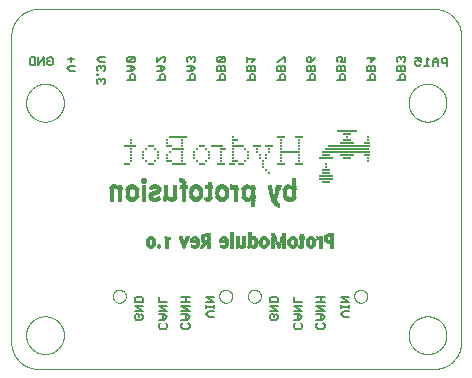
<source format=gbo>
G75*
%MOIN*%
%OFA0B0*%
%FSLAX25Y25*%
%IPPOS*%
%LPD*%
%AMOC8*
5,1,8,0,0,1.08239X$1,22.5*
%
%ADD10C,0.00000*%
%ADD11C,0.00500*%
%ADD12R,0.03000X0.01000*%
%ADD13R,0.05000X0.01000*%
%ADD14R,0.01000X0.01000*%
%ADD15R,0.02000X0.01000*%
%ADD16R,0.16000X0.01000*%
%ADD17R,0.07000X0.01000*%
%ADD18R,0.15000X0.01000*%
%ADD19R,0.04000X0.01000*%
%ADD20R,0.14000X0.01000*%
%ADD21R,0.06000X0.01000*%
%ADD22R,0.00140X0.00070*%
%ADD23R,0.00490X0.00070*%
%ADD24R,0.00700X0.00070*%
%ADD25R,0.01610X0.00070*%
%ADD26R,0.00910X0.00070*%
%ADD27R,0.01050X0.00070*%
%ADD28R,0.01610X0.00070*%
%ADD29R,0.01260X0.00070*%
%ADD30R,0.01400X0.00070*%
%ADD31R,0.01470X0.00070*%
%ADD32R,0.01680X0.00070*%
%ADD33R,0.01750X0.00070*%
%ADD34R,0.01820X0.00070*%
%ADD35R,0.01960X0.00070*%
%ADD36R,0.01960X0.00070*%
%ADD37R,0.02030X0.00070*%
%ADD38R,0.02170X0.00070*%
%ADD39R,0.02240X0.00070*%
%ADD40R,0.02240X0.00070*%
%ADD41R,0.02100X0.00070*%
%ADD42R,0.02030X0.00070*%
%ADD43R,0.01890X0.00070*%
%ADD44R,0.01750X0.00070*%
%ADD45R,0.01680X0.00070*%
%ADD46R,0.00770X0.00070*%
%ADD47R,0.01680X0.00070*%
%ADD48R,0.00210X0.00070*%
%ADD49R,0.01190X0.00070*%
%ADD50R,0.01330X0.00070*%
%ADD51R,0.01400X0.00070*%
%ADD52R,0.00420X0.00070*%
%ADD53R,0.01680X0.00070*%
%ADD54R,0.01540X0.00070*%
%ADD55R,0.01540X0.00070*%
%ADD56R,0.01610X0.00070*%
%ADD57R,0.00630X0.00070*%
%ADD58R,0.01820X0.00070*%
%ADD59R,0.02240X0.00070*%
%ADD60R,0.01610X0.00070*%
%ADD61R,0.01890X0.00070*%
%ADD62R,0.01890X0.00070*%
%ADD63R,0.00840X0.00070*%
%ADD64R,0.02170X0.00070*%
%ADD65R,0.01540X0.00070*%
%ADD66R,0.02590X0.00070*%
%ADD67R,0.01960X0.00070*%
%ADD68R,0.02310X0.00070*%
%ADD69R,0.02100X0.00070*%
%ADD70R,0.00910X0.00070*%
%ADD71R,0.02450X0.00070*%
%ADD72R,0.02310X0.00070*%
%ADD73R,0.02870X0.00070*%
%ADD74R,0.03780X0.00070*%
%ADD75R,0.02520X0.00070*%
%ADD76R,0.02520X0.00070*%
%ADD77R,0.02380X0.00070*%
%ADD78R,0.01050X0.00070*%
%ADD79R,0.02730X0.00070*%
%ADD80R,0.03080X0.00070*%
%ADD81R,0.03850X0.00070*%
%ADD82R,0.02310X0.00070*%
%ADD83R,0.02660X0.00070*%
%ADD84R,0.02590X0.00070*%
%ADD85R,0.01120X0.00070*%
%ADD86R,0.02940X0.00070*%
%ADD87R,0.03220X0.00070*%
%ADD88R,0.01820X0.00070*%
%ADD89R,0.03920X0.00070*%
%ADD90R,0.02870X0.00070*%
%ADD91R,0.02730X0.00070*%
%ADD92R,0.01260X0.00070*%
%ADD93R,0.03150X0.00070*%
%ADD94R,0.03430X0.00070*%
%ADD95R,0.01820X0.00070*%
%ADD96R,0.03990X0.00070*%
%ADD97R,0.03010X0.00070*%
%ADD98R,0.02310X0.00070*%
%ADD99R,0.02940X0.00070*%
%ADD100R,0.03360X0.00070*%
%ADD101R,0.03010X0.00070*%
%ADD102R,0.03640X0.00070*%
%ADD103R,0.04060X0.00070*%
%ADD104R,0.02380X0.00070*%
%ADD105R,0.04410X0.00070*%
%ADD106R,0.03500X0.00070*%
%ADD107R,0.03780X0.00070*%
%ADD108R,0.04130X0.00070*%
%ADD109R,0.03290X0.00070*%
%ADD110R,0.04550X0.00070*%
%ADD111R,0.03640X0.00070*%
%ADD112R,0.03290X0.00070*%
%ADD113R,0.03920X0.00070*%
%ADD114R,0.04200X0.00070*%
%ADD115R,0.02380X0.00070*%
%ADD116R,0.03710X0.00070*%
%ADD117R,0.03990X0.00070*%
%ADD118R,0.02030X0.00070*%
%ADD119R,0.04200X0.00070*%
%ADD120R,0.03570X0.00070*%
%ADD121R,0.02380X0.00070*%
%ADD122R,0.04620X0.00070*%
%ADD123R,0.03710X0.00070*%
%ADD124R,0.04060X0.00070*%
%ADD125R,0.04270X0.00070*%
%ADD126R,0.03640X0.00070*%
%ADD127R,0.02170X0.00070*%
%ADD128R,0.04340X0.00070*%
%ADD129R,0.03780X0.00070*%
%ADD130R,0.04480X0.00070*%
%ADD131R,0.03710X0.00070*%
%ADD132R,0.02170X0.00070*%
%ADD133R,0.04340X0.00070*%
%ADD134R,0.04410X0.00070*%
%ADD135R,0.04410X0.00070*%
%ADD136R,0.03920X0.00070*%
%ADD137R,0.04480X0.00070*%
%ADD138R,0.03710X0.00070*%
%ADD139R,0.03640X0.00070*%
%ADD140R,0.03990X0.00070*%
%ADD141R,0.04060X0.00070*%
%ADD142R,0.01330X0.00070*%
%ADD143R,0.00140X0.00070*%
%ADD144R,0.02240X0.00070*%
%ADD145R,0.02450X0.00070*%
%ADD146R,0.01960X0.00070*%
%ADD147R,0.02520X0.00070*%
%ADD148R,0.00560X0.00070*%
%ADD149R,0.00350X0.00070*%
%ADD150R,0.00140X0.00070*%
%ADD151R,0.01540X0.00070*%
%ADD152R,0.00070X0.00070*%
%ADD153R,0.02730X0.00070*%
%ADD154R,0.02870X0.00070*%
%ADD155R,0.01470X0.00070*%
%ADD156R,0.01470X0.00070*%
%ADD157R,0.02800X0.00070*%
%ADD158R,0.01470X0.00070*%
%ADD159R,0.03010X0.00070*%
%ADD160R,0.03080X0.00070*%
%ADD161R,0.02940X0.00070*%
%ADD162R,0.02870X0.00070*%
%ADD163R,0.02730X0.00070*%
%ADD164R,0.00280X0.00070*%
%ADD165R,0.00560X0.00070*%
%ADD166R,0.04480X0.00070*%
%ADD167R,0.01190X0.00070*%
%ADD168R,0.04480X0.00070*%
%ADD169R,0.03990X0.00070*%
%ADD170R,0.02800X0.00070*%
%ADD171R,0.03850X0.00070*%
%ADD172R,0.03920X0.00070*%
%ADD173R,0.04270X0.00070*%
%ADD174R,0.03570X0.00070*%
%ADD175R,0.03500X0.00070*%
%ADD176R,0.04340X0.00070*%
%ADD177R,0.04130X0.00070*%
%ADD178R,0.03430X0.00070*%
%ADD179R,0.03360X0.00070*%
%ADD180R,0.04340X0.00070*%
%ADD181R,0.03150X0.00070*%
%ADD182R,0.03360X0.00070*%
%ADD183R,0.03290X0.00070*%
%ADD184R,0.03010X0.00070*%
%ADD185R,0.02660X0.00070*%
%ADD186R,0.01120X0.00070*%
%ADD187R,0.00980X0.00070*%
%ADD188R,0.02030X0.00070*%
%ADD189R,0.00980X0.00070*%
%ADD190R,0.00630X0.00070*%
%ADD191R,0.01330X0.00070*%
%ADD192R,0.01120X0.00070*%
%ADD193R,0.00490X0.00070*%
%ADD194R,0.00280X0.00070*%
%ADD195R,0.00630X0.00070*%
%ADD196R,0.00840X0.00070*%
%ADD197R,0.00770X0.00070*%
%ADD198R,0.00360X0.00040*%
%ADD199R,0.00360X0.00040*%
%ADD200R,0.00400X0.00040*%
%ADD201R,0.00080X0.00040*%
%ADD202R,0.00480X0.00040*%
%ADD203R,0.00200X0.00040*%
%ADD204R,0.00840X0.00040*%
%ADD205R,0.00800X0.00040*%
%ADD206R,0.00840X0.00040*%
%ADD207R,0.00720X0.00040*%
%ADD208R,0.00560X0.00040*%
%ADD209R,0.00760X0.00040*%
%ADD210R,0.00240X0.00040*%
%ADD211R,0.00880X0.00040*%
%ADD212R,0.00520X0.00040*%
%ADD213R,0.01080X0.00040*%
%ADD214R,0.00960X0.00040*%
%ADD215R,0.01080X0.00040*%
%ADD216R,0.00960X0.00040*%
%ADD217R,0.00640X0.00040*%
%ADD218R,0.01000X0.00040*%
%ADD219R,0.00360X0.00040*%
%ADD220R,0.01120X0.00040*%
%ADD221R,0.00680X0.00040*%
%ADD222R,0.01280X0.00040*%
%ADD223R,0.01160X0.00040*%
%ADD224R,0.01280X0.00040*%
%ADD225R,0.00920X0.00040*%
%ADD226R,0.01240X0.00040*%
%ADD227R,0.00720X0.00040*%
%ADD228R,0.01200X0.00040*%
%ADD229R,0.00480X0.00040*%
%ADD230R,0.01320X0.00040*%
%ADD231R,0.01120X0.00040*%
%ADD232R,0.01360X0.00040*%
%ADD233R,0.01440X0.00040*%
%ADD234R,0.01440X0.00040*%
%ADD235R,0.01480X0.00040*%
%ADD236R,0.01360X0.00040*%
%ADD237R,0.01560X0.00040*%
%ADD238R,0.01520X0.00040*%
%ADD239R,0.01160X0.00040*%
%ADD240R,0.01120X0.00040*%
%ADD241R,0.01600X0.00040*%
%ADD242R,0.01480X0.00040*%
%ADD243R,0.00920X0.00040*%
%ADD244R,0.01560X0.00040*%
%ADD245R,0.01360X0.00040*%
%ADD246R,0.00800X0.00040*%
%ADD247R,0.01520X0.00040*%
%ADD248R,0.00640X0.00040*%
%ADD249R,0.01080X0.00040*%
%ADD250R,0.01680X0.00040*%
%ADD251R,0.01120X0.00040*%
%ADD252R,0.01040X0.00040*%
%ADD253R,0.01720X0.00040*%
%ADD254R,0.00880X0.00040*%
%ADD255R,0.01000X0.00040*%
%ADD256R,0.01560X0.00040*%
%ADD257R,0.01720X0.00040*%
%ADD258R,0.01600X0.00040*%
%ADD259R,0.01720X0.00040*%
%ADD260R,0.01480X0.00040*%
%ADD261R,0.01640X0.00040*%
%ADD262R,0.00680X0.00040*%
%ADD263R,0.01840X0.00040*%
%ADD264R,0.01040X0.00040*%
%ADD265R,0.01680X0.00040*%
%ADD266R,0.01840X0.00040*%
%ADD267R,0.01800X0.00040*%
%ADD268R,0.00920X0.00040*%
%ADD269R,0.01760X0.00040*%
%ADD270R,0.01960X0.00040*%
%ADD271R,0.01960X0.00040*%
%ADD272R,0.01760X0.00040*%
%ADD273R,0.01920X0.00040*%
%ADD274R,0.01920X0.00040*%
%ADD275R,0.02080X0.00040*%
%ADD276R,0.02080X0.00040*%
%ADD277R,0.02040X0.00040*%
%ADD278R,0.02040X0.00040*%
%ADD279R,0.02200X0.00040*%
%ADD280R,0.01160X0.00040*%
%ADD281R,0.02000X0.00040*%
%ADD282R,0.02120X0.00040*%
%ADD283R,0.01640X0.00040*%
%ADD284R,0.02120X0.00040*%
%ADD285R,0.01760X0.00040*%
%ADD286R,0.02040X0.00040*%
%ADD287R,0.00960X0.00040*%
%ADD288R,0.01080X0.00040*%
%ADD289R,0.02320X0.00040*%
%ADD290R,0.01160X0.00040*%
%ADD291R,0.01280X0.00040*%
%ADD292R,0.02080X0.00040*%
%ADD293R,0.01040X0.00040*%
%ADD294R,0.03080X0.00040*%
%ADD295R,0.02400X0.00040*%
%ADD296R,0.02160X0.00040*%
%ADD297R,0.02280X0.00040*%
%ADD298R,0.01680X0.00040*%
%ADD299R,0.02280X0.00040*%
%ADD300R,0.01880X0.00040*%
%ADD301R,0.03160X0.00040*%
%ADD302R,0.02520X0.00040*%
%ADD303R,0.02480X0.00040*%
%ADD304R,0.02360X0.00040*%
%ADD305R,0.02360X0.00040*%
%ADD306R,0.03040X0.00040*%
%ADD307R,0.03200X0.00040*%
%ADD308R,0.02560X0.00040*%
%ADD309R,0.02600X0.00040*%
%ADD310R,0.02240X0.00040*%
%ADD311R,0.02440X0.00040*%
%ADD312R,0.03080X0.00040*%
%ADD313R,0.03240X0.00040*%
%ADD314R,0.02320X0.00040*%
%ADD315R,0.02480X0.00040*%
%ADD316R,0.02480X0.00040*%
%ADD317R,0.01240X0.00040*%
%ADD318R,0.03160X0.00040*%
%ADD319R,0.03200X0.00040*%
%ADD320R,0.02640X0.00040*%
%ADD321R,0.01320X0.00040*%
%ADD322R,0.01200X0.00040*%
%ADD323R,0.02400X0.00040*%
%ADD324R,0.02520X0.00040*%
%ADD325R,0.01240X0.00040*%
%ADD326R,0.03160X0.00040*%
%ADD327R,0.02640X0.00040*%
%ADD328R,0.01320X0.00040*%
%ADD329R,0.02440X0.00040*%
%ADD330R,0.01640X0.00040*%
%ADD331R,0.02680X0.00040*%
%ADD332R,0.02640X0.00040*%
%ADD333R,0.02680X0.00040*%
%ADD334R,0.03120X0.00040*%
%ADD335R,0.02760X0.00040*%
%ADD336R,0.02760X0.00040*%
%ADD337R,0.01320X0.00040*%
%ADD338R,0.03080X0.00040*%
%ADD339R,0.03120X0.00040*%
%ADD340R,0.02680X0.00040*%
%ADD341R,0.02800X0.00040*%
%ADD342R,0.01400X0.00040*%
%ADD343R,0.02760X0.00040*%
%ADD344R,0.02840X0.00040*%
%ADD345R,0.02840X0.00040*%
%ADD346R,0.02720X0.00040*%
%ADD347R,0.00160X0.00040*%
%ADD348R,0.00040X0.00040*%
%ADD349R,0.01240X0.00040*%
%ADD350R,0.01440X0.00040*%
%ADD351R,0.00560X0.00040*%
%ADD352R,0.01280X0.00040*%
%ADD353R,0.00440X0.00040*%
%ADD354R,0.00400X0.00040*%
%ADD355R,0.01560X0.00040*%
%ADD356R,0.00320X0.00040*%
%ADD357R,0.00120X0.00040*%
%ADD358R,0.00600X0.00040*%
%ADD359R,0.01640X0.00040*%
%ADD360R,0.00040X0.00040*%
%ADD361R,0.00080X0.00040*%
%ADD362R,0.00440X0.00040*%
%ADD363R,0.01720X0.00040*%
%ADD364R,0.00920X0.00040*%
%ADD365R,0.01920X0.00040*%
%ADD366R,0.02240X0.00040*%
%ADD367R,0.00960X0.00040*%
%ADD368R,0.02320X0.00040*%
%ADD369R,0.03280X0.00040*%
%ADD370R,0.02600X0.00040*%
%ADD371R,0.03280X0.00040*%
%ADD372R,0.02720X0.00040*%
%ADD373R,0.02800X0.00040*%
%ADD374R,0.02880X0.00040*%
%ADD375R,0.02920X0.00040*%
%ADD376R,0.02880X0.00040*%
%ADD377R,0.02960X0.00040*%
%ADD378R,0.02920X0.00040*%
%ADD379R,0.03000X0.00040*%
%ADD380R,0.02960X0.00040*%
%ADD381R,0.03040X0.00040*%
%ADD382R,0.02000X0.00040*%
%ADD383R,0.00200X0.00040*%
%ADD384R,0.00440X0.00040*%
%ADD385R,0.01840X0.00040*%
%ADD386R,0.01040X0.00040*%
%ADD387R,0.01880X0.00040*%
%ADD388R,0.01880X0.00040*%
%ADD389R,0.02760X0.00040*%
%ADD390R,0.01960X0.00040*%
%ADD391R,0.02680X0.00040*%
%ADD392R,0.01880X0.00040*%
%ADD393R,0.01840X0.00040*%
%ADD394R,0.03040X0.00040*%
%ADD395R,0.02560X0.00040*%
%ADD396R,0.02480X0.00040*%
%ADD397R,0.01800X0.00040*%
%ADD398R,0.02440X0.00040*%
%ADD399R,0.02920X0.00040*%
%ADD400R,0.02120X0.00040*%
%ADD401R,0.02120X0.00040*%
%ADD402R,0.02040X0.00040*%
%ADD403R,0.02720X0.00040*%
%ADD404R,0.01520X0.00040*%
%ADD405R,0.00720X0.00040*%
%ADD406R,0.01400X0.00040*%
%ADD407R,0.00360X0.00040*%
%ADD408R,0.00760X0.00040*%
%ADD409R,0.00280X0.00040*%
%ADD410R,0.03120X0.00040*%
%ADD411R,0.03120X0.00040*%
%ADD412R,0.03040X0.00040*%
%ADD413R,0.01480X0.00040*%
%ADD414R,0.03000X0.00040*%
%ADD415R,0.02920X0.00040*%
%ADD416R,0.02880X0.00040*%
%ADD417R,0.01440X0.00040*%
%ADD418R,0.02840X0.00040*%
%ADD419R,0.02640X0.00040*%
%ADD420R,0.02200X0.00040*%
%ADD421R,0.02160X0.00040*%
D10*
X0014550Y0005550D02*
X0146550Y0005550D01*
X0146767Y0005553D01*
X0146985Y0005561D01*
X0147202Y0005574D01*
X0147419Y0005592D01*
X0147635Y0005616D01*
X0147850Y0005644D01*
X0148065Y0005678D01*
X0148279Y0005718D01*
X0148492Y0005762D01*
X0148704Y0005812D01*
X0148914Y0005866D01*
X0149124Y0005926D01*
X0149331Y0005990D01*
X0149537Y0006060D01*
X0149741Y0006135D01*
X0149944Y0006214D01*
X0150144Y0006299D01*
X0150343Y0006388D01*
X0150539Y0006482D01*
X0150733Y0006581D01*
X0150924Y0006684D01*
X0151113Y0006792D01*
X0151299Y0006905D01*
X0151482Y0007022D01*
X0151663Y0007143D01*
X0151840Y0007269D01*
X0152014Y0007399D01*
X0152186Y0007533D01*
X0152354Y0007671D01*
X0152518Y0007813D01*
X0152679Y0007960D01*
X0152837Y0008110D01*
X0152990Y0008263D01*
X0153140Y0008421D01*
X0153287Y0008582D01*
X0153429Y0008746D01*
X0153567Y0008914D01*
X0153701Y0009086D01*
X0153831Y0009260D01*
X0153957Y0009437D01*
X0154078Y0009618D01*
X0154195Y0009801D01*
X0154308Y0009987D01*
X0154416Y0010176D01*
X0154519Y0010367D01*
X0154618Y0010561D01*
X0154712Y0010757D01*
X0154801Y0010956D01*
X0154886Y0011156D01*
X0154965Y0011359D01*
X0155040Y0011563D01*
X0155110Y0011769D01*
X0155174Y0011976D01*
X0155234Y0012186D01*
X0155288Y0012396D01*
X0155338Y0012608D01*
X0155382Y0012821D01*
X0155422Y0013035D01*
X0155456Y0013250D01*
X0155484Y0013465D01*
X0155508Y0013681D01*
X0155526Y0013898D01*
X0155539Y0014115D01*
X0155547Y0014333D01*
X0155550Y0014550D01*
X0155550Y0116550D01*
X0155547Y0116767D01*
X0155539Y0116985D01*
X0155526Y0117202D01*
X0155508Y0117419D01*
X0155484Y0117635D01*
X0155456Y0117850D01*
X0155422Y0118065D01*
X0155382Y0118279D01*
X0155338Y0118492D01*
X0155288Y0118704D01*
X0155234Y0118914D01*
X0155174Y0119124D01*
X0155110Y0119331D01*
X0155040Y0119537D01*
X0154965Y0119741D01*
X0154886Y0119944D01*
X0154801Y0120144D01*
X0154712Y0120343D01*
X0154618Y0120539D01*
X0154519Y0120733D01*
X0154416Y0120924D01*
X0154308Y0121113D01*
X0154195Y0121299D01*
X0154078Y0121482D01*
X0153957Y0121663D01*
X0153831Y0121840D01*
X0153701Y0122014D01*
X0153567Y0122186D01*
X0153429Y0122354D01*
X0153287Y0122518D01*
X0153140Y0122679D01*
X0152990Y0122837D01*
X0152837Y0122990D01*
X0152679Y0123140D01*
X0152518Y0123287D01*
X0152354Y0123429D01*
X0152186Y0123567D01*
X0152014Y0123701D01*
X0151840Y0123831D01*
X0151663Y0123957D01*
X0151482Y0124078D01*
X0151299Y0124195D01*
X0151113Y0124308D01*
X0150924Y0124416D01*
X0150733Y0124519D01*
X0150539Y0124618D01*
X0150343Y0124712D01*
X0150144Y0124801D01*
X0149944Y0124886D01*
X0149741Y0124965D01*
X0149537Y0125040D01*
X0149331Y0125110D01*
X0149124Y0125174D01*
X0148914Y0125234D01*
X0148704Y0125288D01*
X0148492Y0125338D01*
X0148279Y0125382D01*
X0148065Y0125422D01*
X0147850Y0125456D01*
X0147635Y0125484D01*
X0147419Y0125508D01*
X0147202Y0125526D01*
X0146985Y0125539D01*
X0146767Y0125547D01*
X0146550Y0125550D01*
X0014550Y0125550D01*
X0014333Y0125547D01*
X0014115Y0125539D01*
X0013898Y0125526D01*
X0013681Y0125508D01*
X0013465Y0125484D01*
X0013250Y0125456D01*
X0013035Y0125422D01*
X0012821Y0125382D01*
X0012608Y0125338D01*
X0012396Y0125288D01*
X0012186Y0125234D01*
X0011976Y0125174D01*
X0011769Y0125110D01*
X0011563Y0125040D01*
X0011359Y0124965D01*
X0011156Y0124886D01*
X0010956Y0124801D01*
X0010757Y0124712D01*
X0010561Y0124618D01*
X0010367Y0124519D01*
X0010176Y0124416D01*
X0009987Y0124308D01*
X0009801Y0124195D01*
X0009618Y0124078D01*
X0009437Y0123957D01*
X0009260Y0123831D01*
X0009086Y0123701D01*
X0008914Y0123567D01*
X0008746Y0123429D01*
X0008582Y0123287D01*
X0008421Y0123140D01*
X0008263Y0122990D01*
X0008110Y0122837D01*
X0007960Y0122679D01*
X0007813Y0122518D01*
X0007671Y0122354D01*
X0007533Y0122186D01*
X0007399Y0122014D01*
X0007269Y0121840D01*
X0007143Y0121663D01*
X0007022Y0121482D01*
X0006905Y0121299D01*
X0006792Y0121113D01*
X0006684Y0120924D01*
X0006581Y0120733D01*
X0006482Y0120539D01*
X0006388Y0120343D01*
X0006299Y0120144D01*
X0006214Y0119944D01*
X0006135Y0119741D01*
X0006060Y0119537D01*
X0005990Y0119331D01*
X0005926Y0119124D01*
X0005866Y0118914D01*
X0005812Y0118704D01*
X0005762Y0118492D01*
X0005718Y0118279D01*
X0005678Y0118065D01*
X0005644Y0117850D01*
X0005616Y0117635D01*
X0005592Y0117419D01*
X0005574Y0117202D01*
X0005561Y0116985D01*
X0005553Y0116767D01*
X0005550Y0116550D01*
X0005550Y0014550D01*
X0005553Y0014333D01*
X0005561Y0014115D01*
X0005574Y0013898D01*
X0005592Y0013681D01*
X0005616Y0013465D01*
X0005644Y0013250D01*
X0005678Y0013035D01*
X0005718Y0012821D01*
X0005762Y0012608D01*
X0005812Y0012396D01*
X0005866Y0012186D01*
X0005926Y0011976D01*
X0005990Y0011769D01*
X0006060Y0011563D01*
X0006135Y0011359D01*
X0006214Y0011156D01*
X0006299Y0010956D01*
X0006388Y0010757D01*
X0006482Y0010561D01*
X0006581Y0010367D01*
X0006684Y0010176D01*
X0006792Y0009987D01*
X0006905Y0009801D01*
X0007022Y0009618D01*
X0007143Y0009437D01*
X0007269Y0009260D01*
X0007399Y0009086D01*
X0007533Y0008914D01*
X0007671Y0008746D01*
X0007813Y0008582D01*
X0007960Y0008421D01*
X0008110Y0008263D01*
X0008263Y0008110D01*
X0008421Y0007960D01*
X0008582Y0007813D01*
X0008746Y0007671D01*
X0008914Y0007533D01*
X0009086Y0007399D01*
X0009260Y0007269D01*
X0009437Y0007143D01*
X0009618Y0007022D01*
X0009801Y0006905D01*
X0009987Y0006792D01*
X0010176Y0006684D01*
X0010367Y0006581D01*
X0010561Y0006482D01*
X0010757Y0006388D01*
X0010956Y0006299D01*
X0011156Y0006214D01*
X0011359Y0006135D01*
X0011563Y0006060D01*
X0011769Y0005990D01*
X0011976Y0005926D01*
X0012186Y0005866D01*
X0012396Y0005812D01*
X0012608Y0005762D01*
X0012821Y0005718D01*
X0013035Y0005678D01*
X0013250Y0005644D01*
X0013465Y0005616D01*
X0013681Y0005592D01*
X0013898Y0005574D01*
X0014115Y0005561D01*
X0014333Y0005553D01*
X0014550Y0005550D01*
X0010501Y0016800D02*
X0010503Y0016958D01*
X0010509Y0017116D01*
X0010519Y0017274D01*
X0010533Y0017432D01*
X0010551Y0017589D01*
X0010572Y0017746D01*
X0010598Y0017902D01*
X0010628Y0018058D01*
X0010661Y0018213D01*
X0010699Y0018366D01*
X0010740Y0018519D01*
X0010785Y0018671D01*
X0010834Y0018822D01*
X0010887Y0018971D01*
X0010943Y0019119D01*
X0011003Y0019265D01*
X0011067Y0019410D01*
X0011135Y0019553D01*
X0011206Y0019695D01*
X0011280Y0019835D01*
X0011358Y0019972D01*
X0011440Y0020108D01*
X0011524Y0020242D01*
X0011613Y0020373D01*
X0011704Y0020502D01*
X0011799Y0020629D01*
X0011896Y0020754D01*
X0011997Y0020876D01*
X0012101Y0020995D01*
X0012208Y0021112D01*
X0012318Y0021226D01*
X0012431Y0021337D01*
X0012546Y0021446D01*
X0012664Y0021551D01*
X0012785Y0021653D01*
X0012908Y0021753D01*
X0013034Y0021849D01*
X0013162Y0021942D01*
X0013292Y0022032D01*
X0013425Y0022118D01*
X0013560Y0022202D01*
X0013696Y0022281D01*
X0013835Y0022358D01*
X0013976Y0022430D01*
X0014118Y0022500D01*
X0014262Y0022565D01*
X0014408Y0022627D01*
X0014555Y0022685D01*
X0014704Y0022740D01*
X0014854Y0022791D01*
X0015005Y0022838D01*
X0015157Y0022881D01*
X0015310Y0022920D01*
X0015465Y0022956D01*
X0015620Y0022987D01*
X0015776Y0023015D01*
X0015932Y0023039D01*
X0016089Y0023059D01*
X0016247Y0023075D01*
X0016404Y0023087D01*
X0016563Y0023095D01*
X0016721Y0023099D01*
X0016879Y0023099D01*
X0017037Y0023095D01*
X0017196Y0023087D01*
X0017353Y0023075D01*
X0017511Y0023059D01*
X0017668Y0023039D01*
X0017824Y0023015D01*
X0017980Y0022987D01*
X0018135Y0022956D01*
X0018290Y0022920D01*
X0018443Y0022881D01*
X0018595Y0022838D01*
X0018746Y0022791D01*
X0018896Y0022740D01*
X0019045Y0022685D01*
X0019192Y0022627D01*
X0019338Y0022565D01*
X0019482Y0022500D01*
X0019624Y0022430D01*
X0019765Y0022358D01*
X0019904Y0022281D01*
X0020040Y0022202D01*
X0020175Y0022118D01*
X0020308Y0022032D01*
X0020438Y0021942D01*
X0020566Y0021849D01*
X0020692Y0021753D01*
X0020815Y0021653D01*
X0020936Y0021551D01*
X0021054Y0021446D01*
X0021169Y0021337D01*
X0021282Y0021226D01*
X0021392Y0021112D01*
X0021499Y0020995D01*
X0021603Y0020876D01*
X0021704Y0020754D01*
X0021801Y0020629D01*
X0021896Y0020502D01*
X0021987Y0020373D01*
X0022076Y0020242D01*
X0022160Y0020108D01*
X0022242Y0019972D01*
X0022320Y0019835D01*
X0022394Y0019695D01*
X0022465Y0019553D01*
X0022533Y0019410D01*
X0022597Y0019265D01*
X0022657Y0019119D01*
X0022713Y0018971D01*
X0022766Y0018822D01*
X0022815Y0018671D01*
X0022860Y0018519D01*
X0022901Y0018366D01*
X0022939Y0018213D01*
X0022972Y0018058D01*
X0023002Y0017902D01*
X0023028Y0017746D01*
X0023049Y0017589D01*
X0023067Y0017432D01*
X0023081Y0017274D01*
X0023091Y0017116D01*
X0023097Y0016958D01*
X0023099Y0016800D01*
X0023097Y0016642D01*
X0023091Y0016484D01*
X0023081Y0016326D01*
X0023067Y0016168D01*
X0023049Y0016011D01*
X0023028Y0015854D01*
X0023002Y0015698D01*
X0022972Y0015542D01*
X0022939Y0015387D01*
X0022901Y0015234D01*
X0022860Y0015081D01*
X0022815Y0014929D01*
X0022766Y0014778D01*
X0022713Y0014629D01*
X0022657Y0014481D01*
X0022597Y0014335D01*
X0022533Y0014190D01*
X0022465Y0014047D01*
X0022394Y0013905D01*
X0022320Y0013765D01*
X0022242Y0013628D01*
X0022160Y0013492D01*
X0022076Y0013358D01*
X0021987Y0013227D01*
X0021896Y0013098D01*
X0021801Y0012971D01*
X0021704Y0012846D01*
X0021603Y0012724D01*
X0021499Y0012605D01*
X0021392Y0012488D01*
X0021282Y0012374D01*
X0021169Y0012263D01*
X0021054Y0012154D01*
X0020936Y0012049D01*
X0020815Y0011947D01*
X0020692Y0011847D01*
X0020566Y0011751D01*
X0020438Y0011658D01*
X0020308Y0011568D01*
X0020175Y0011482D01*
X0020040Y0011398D01*
X0019904Y0011319D01*
X0019765Y0011242D01*
X0019624Y0011170D01*
X0019482Y0011100D01*
X0019338Y0011035D01*
X0019192Y0010973D01*
X0019045Y0010915D01*
X0018896Y0010860D01*
X0018746Y0010809D01*
X0018595Y0010762D01*
X0018443Y0010719D01*
X0018290Y0010680D01*
X0018135Y0010644D01*
X0017980Y0010613D01*
X0017824Y0010585D01*
X0017668Y0010561D01*
X0017511Y0010541D01*
X0017353Y0010525D01*
X0017196Y0010513D01*
X0017037Y0010505D01*
X0016879Y0010501D01*
X0016721Y0010501D01*
X0016563Y0010505D01*
X0016404Y0010513D01*
X0016247Y0010525D01*
X0016089Y0010541D01*
X0015932Y0010561D01*
X0015776Y0010585D01*
X0015620Y0010613D01*
X0015465Y0010644D01*
X0015310Y0010680D01*
X0015157Y0010719D01*
X0015005Y0010762D01*
X0014854Y0010809D01*
X0014704Y0010860D01*
X0014555Y0010915D01*
X0014408Y0010973D01*
X0014262Y0011035D01*
X0014118Y0011100D01*
X0013976Y0011170D01*
X0013835Y0011242D01*
X0013696Y0011319D01*
X0013560Y0011398D01*
X0013425Y0011482D01*
X0013292Y0011568D01*
X0013162Y0011658D01*
X0013034Y0011751D01*
X0012908Y0011847D01*
X0012785Y0011947D01*
X0012664Y0012049D01*
X0012546Y0012154D01*
X0012431Y0012263D01*
X0012318Y0012374D01*
X0012208Y0012488D01*
X0012101Y0012605D01*
X0011997Y0012724D01*
X0011896Y0012846D01*
X0011799Y0012971D01*
X0011704Y0013098D01*
X0011613Y0013227D01*
X0011524Y0013358D01*
X0011440Y0013492D01*
X0011358Y0013628D01*
X0011280Y0013765D01*
X0011206Y0013905D01*
X0011135Y0014047D01*
X0011067Y0014190D01*
X0011003Y0014335D01*
X0010943Y0014481D01*
X0010887Y0014629D01*
X0010834Y0014778D01*
X0010785Y0014929D01*
X0010740Y0015081D01*
X0010699Y0015234D01*
X0010661Y0015387D01*
X0010628Y0015542D01*
X0010598Y0015698D01*
X0010572Y0015854D01*
X0010551Y0016011D01*
X0010533Y0016168D01*
X0010519Y0016326D01*
X0010509Y0016484D01*
X0010503Y0016642D01*
X0010501Y0016800D01*
X0039418Y0029782D02*
X0039420Y0029875D01*
X0039426Y0029967D01*
X0039436Y0030059D01*
X0039450Y0030150D01*
X0039467Y0030241D01*
X0039489Y0030331D01*
X0039514Y0030420D01*
X0039543Y0030508D01*
X0039576Y0030594D01*
X0039613Y0030679D01*
X0039653Y0030763D01*
X0039697Y0030844D01*
X0039744Y0030924D01*
X0039794Y0031002D01*
X0039848Y0031077D01*
X0039905Y0031150D01*
X0039965Y0031220D01*
X0040028Y0031288D01*
X0040094Y0031353D01*
X0040162Y0031415D01*
X0040233Y0031475D01*
X0040307Y0031531D01*
X0040383Y0031584D01*
X0040461Y0031633D01*
X0040541Y0031680D01*
X0040623Y0031722D01*
X0040707Y0031762D01*
X0040792Y0031797D01*
X0040879Y0031829D01*
X0040967Y0031858D01*
X0041056Y0031882D01*
X0041146Y0031903D01*
X0041237Y0031919D01*
X0041329Y0031932D01*
X0041421Y0031941D01*
X0041514Y0031946D01*
X0041606Y0031947D01*
X0041699Y0031944D01*
X0041791Y0031937D01*
X0041883Y0031926D01*
X0041974Y0031911D01*
X0042065Y0031893D01*
X0042155Y0031870D01*
X0042243Y0031844D01*
X0042331Y0031814D01*
X0042417Y0031780D01*
X0042501Y0031743D01*
X0042584Y0031701D01*
X0042665Y0031657D01*
X0042745Y0031609D01*
X0042822Y0031558D01*
X0042896Y0031503D01*
X0042969Y0031445D01*
X0043039Y0031385D01*
X0043106Y0031321D01*
X0043170Y0031255D01*
X0043232Y0031185D01*
X0043290Y0031114D01*
X0043345Y0031040D01*
X0043397Y0030963D01*
X0043446Y0030884D01*
X0043492Y0030804D01*
X0043534Y0030721D01*
X0043572Y0030637D01*
X0043607Y0030551D01*
X0043638Y0030464D01*
X0043665Y0030376D01*
X0043688Y0030286D01*
X0043708Y0030196D01*
X0043724Y0030105D01*
X0043736Y0030013D01*
X0043744Y0029921D01*
X0043748Y0029828D01*
X0043748Y0029736D01*
X0043744Y0029643D01*
X0043736Y0029551D01*
X0043724Y0029459D01*
X0043708Y0029368D01*
X0043688Y0029278D01*
X0043665Y0029188D01*
X0043638Y0029100D01*
X0043607Y0029013D01*
X0043572Y0028927D01*
X0043534Y0028843D01*
X0043492Y0028760D01*
X0043446Y0028680D01*
X0043397Y0028601D01*
X0043345Y0028524D01*
X0043290Y0028450D01*
X0043232Y0028379D01*
X0043170Y0028309D01*
X0043106Y0028243D01*
X0043039Y0028179D01*
X0042969Y0028119D01*
X0042896Y0028061D01*
X0042822Y0028006D01*
X0042745Y0027955D01*
X0042666Y0027907D01*
X0042584Y0027863D01*
X0042501Y0027821D01*
X0042417Y0027784D01*
X0042331Y0027750D01*
X0042243Y0027720D01*
X0042155Y0027694D01*
X0042065Y0027671D01*
X0041974Y0027653D01*
X0041883Y0027638D01*
X0041791Y0027627D01*
X0041699Y0027620D01*
X0041606Y0027617D01*
X0041514Y0027618D01*
X0041421Y0027623D01*
X0041329Y0027632D01*
X0041237Y0027645D01*
X0041146Y0027661D01*
X0041056Y0027682D01*
X0040967Y0027706D01*
X0040879Y0027735D01*
X0040792Y0027767D01*
X0040707Y0027802D01*
X0040623Y0027842D01*
X0040541Y0027884D01*
X0040461Y0027931D01*
X0040383Y0027980D01*
X0040307Y0028033D01*
X0040233Y0028089D01*
X0040162Y0028149D01*
X0040094Y0028211D01*
X0040028Y0028276D01*
X0039965Y0028344D01*
X0039905Y0028414D01*
X0039848Y0028487D01*
X0039794Y0028562D01*
X0039744Y0028640D01*
X0039697Y0028720D01*
X0039653Y0028801D01*
X0039613Y0028885D01*
X0039576Y0028970D01*
X0039543Y0029056D01*
X0039514Y0029144D01*
X0039489Y0029233D01*
X0039467Y0029323D01*
X0039450Y0029414D01*
X0039436Y0029505D01*
X0039426Y0029597D01*
X0039420Y0029689D01*
X0039418Y0029782D01*
X0074852Y0029782D02*
X0074854Y0029875D01*
X0074860Y0029967D01*
X0074870Y0030059D01*
X0074884Y0030150D01*
X0074901Y0030241D01*
X0074923Y0030331D01*
X0074948Y0030420D01*
X0074977Y0030508D01*
X0075010Y0030594D01*
X0075047Y0030679D01*
X0075087Y0030763D01*
X0075131Y0030844D01*
X0075178Y0030924D01*
X0075228Y0031002D01*
X0075282Y0031077D01*
X0075339Y0031150D01*
X0075399Y0031220D01*
X0075462Y0031288D01*
X0075528Y0031353D01*
X0075596Y0031415D01*
X0075667Y0031475D01*
X0075741Y0031531D01*
X0075817Y0031584D01*
X0075895Y0031633D01*
X0075975Y0031680D01*
X0076057Y0031722D01*
X0076141Y0031762D01*
X0076226Y0031797D01*
X0076313Y0031829D01*
X0076401Y0031858D01*
X0076490Y0031882D01*
X0076580Y0031903D01*
X0076671Y0031919D01*
X0076763Y0031932D01*
X0076855Y0031941D01*
X0076948Y0031946D01*
X0077040Y0031947D01*
X0077133Y0031944D01*
X0077225Y0031937D01*
X0077317Y0031926D01*
X0077408Y0031911D01*
X0077499Y0031893D01*
X0077589Y0031870D01*
X0077677Y0031844D01*
X0077765Y0031814D01*
X0077851Y0031780D01*
X0077935Y0031743D01*
X0078018Y0031701D01*
X0078099Y0031657D01*
X0078179Y0031609D01*
X0078256Y0031558D01*
X0078330Y0031503D01*
X0078403Y0031445D01*
X0078473Y0031385D01*
X0078540Y0031321D01*
X0078604Y0031255D01*
X0078666Y0031185D01*
X0078724Y0031114D01*
X0078779Y0031040D01*
X0078831Y0030963D01*
X0078880Y0030884D01*
X0078926Y0030804D01*
X0078968Y0030721D01*
X0079006Y0030637D01*
X0079041Y0030551D01*
X0079072Y0030464D01*
X0079099Y0030376D01*
X0079122Y0030286D01*
X0079142Y0030196D01*
X0079158Y0030105D01*
X0079170Y0030013D01*
X0079178Y0029921D01*
X0079182Y0029828D01*
X0079182Y0029736D01*
X0079178Y0029643D01*
X0079170Y0029551D01*
X0079158Y0029459D01*
X0079142Y0029368D01*
X0079122Y0029278D01*
X0079099Y0029188D01*
X0079072Y0029100D01*
X0079041Y0029013D01*
X0079006Y0028927D01*
X0078968Y0028843D01*
X0078926Y0028760D01*
X0078880Y0028680D01*
X0078831Y0028601D01*
X0078779Y0028524D01*
X0078724Y0028450D01*
X0078666Y0028379D01*
X0078604Y0028309D01*
X0078540Y0028243D01*
X0078473Y0028179D01*
X0078403Y0028119D01*
X0078330Y0028061D01*
X0078256Y0028006D01*
X0078179Y0027955D01*
X0078100Y0027907D01*
X0078018Y0027863D01*
X0077935Y0027821D01*
X0077851Y0027784D01*
X0077765Y0027750D01*
X0077677Y0027720D01*
X0077589Y0027694D01*
X0077499Y0027671D01*
X0077408Y0027653D01*
X0077317Y0027638D01*
X0077225Y0027627D01*
X0077133Y0027620D01*
X0077040Y0027617D01*
X0076948Y0027618D01*
X0076855Y0027623D01*
X0076763Y0027632D01*
X0076671Y0027645D01*
X0076580Y0027661D01*
X0076490Y0027682D01*
X0076401Y0027706D01*
X0076313Y0027735D01*
X0076226Y0027767D01*
X0076141Y0027802D01*
X0076057Y0027842D01*
X0075975Y0027884D01*
X0075895Y0027931D01*
X0075817Y0027980D01*
X0075741Y0028033D01*
X0075667Y0028089D01*
X0075596Y0028149D01*
X0075528Y0028211D01*
X0075462Y0028276D01*
X0075399Y0028344D01*
X0075339Y0028414D01*
X0075282Y0028487D01*
X0075228Y0028562D01*
X0075178Y0028640D01*
X0075131Y0028720D01*
X0075087Y0028801D01*
X0075047Y0028885D01*
X0075010Y0028970D01*
X0074977Y0029056D01*
X0074948Y0029144D01*
X0074923Y0029233D01*
X0074901Y0029323D01*
X0074884Y0029414D01*
X0074870Y0029505D01*
X0074860Y0029597D01*
X0074854Y0029689D01*
X0074852Y0029782D01*
X0084418Y0029782D02*
X0084420Y0029875D01*
X0084426Y0029967D01*
X0084436Y0030059D01*
X0084450Y0030150D01*
X0084467Y0030241D01*
X0084489Y0030331D01*
X0084514Y0030420D01*
X0084543Y0030508D01*
X0084576Y0030594D01*
X0084613Y0030679D01*
X0084653Y0030763D01*
X0084697Y0030844D01*
X0084744Y0030924D01*
X0084794Y0031002D01*
X0084848Y0031077D01*
X0084905Y0031150D01*
X0084965Y0031220D01*
X0085028Y0031288D01*
X0085094Y0031353D01*
X0085162Y0031415D01*
X0085233Y0031475D01*
X0085307Y0031531D01*
X0085383Y0031584D01*
X0085461Y0031633D01*
X0085541Y0031680D01*
X0085623Y0031722D01*
X0085707Y0031762D01*
X0085792Y0031797D01*
X0085879Y0031829D01*
X0085967Y0031858D01*
X0086056Y0031882D01*
X0086146Y0031903D01*
X0086237Y0031919D01*
X0086329Y0031932D01*
X0086421Y0031941D01*
X0086514Y0031946D01*
X0086606Y0031947D01*
X0086699Y0031944D01*
X0086791Y0031937D01*
X0086883Y0031926D01*
X0086974Y0031911D01*
X0087065Y0031893D01*
X0087155Y0031870D01*
X0087243Y0031844D01*
X0087331Y0031814D01*
X0087417Y0031780D01*
X0087501Y0031743D01*
X0087584Y0031701D01*
X0087665Y0031657D01*
X0087745Y0031609D01*
X0087822Y0031558D01*
X0087896Y0031503D01*
X0087969Y0031445D01*
X0088039Y0031385D01*
X0088106Y0031321D01*
X0088170Y0031255D01*
X0088232Y0031185D01*
X0088290Y0031114D01*
X0088345Y0031040D01*
X0088397Y0030963D01*
X0088446Y0030884D01*
X0088492Y0030804D01*
X0088534Y0030721D01*
X0088572Y0030637D01*
X0088607Y0030551D01*
X0088638Y0030464D01*
X0088665Y0030376D01*
X0088688Y0030286D01*
X0088708Y0030196D01*
X0088724Y0030105D01*
X0088736Y0030013D01*
X0088744Y0029921D01*
X0088748Y0029828D01*
X0088748Y0029736D01*
X0088744Y0029643D01*
X0088736Y0029551D01*
X0088724Y0029459D01*
X0088708Y0029368D01*
X0088688Y0029278D01*
X0088665Y0029188D01*
X0088638Y0029100D01*
X0088607Y0029013D01*
X0088572Y0028927D01*
X0088534Y0028843D01*
X0088492Y0028760D01*
X0088446Y0028680D01*
X0088397Y0028601D01*
X0088345Y0028524D01*
X0088290Y0028450D01*
X0088232Y0028379D01*
X0088170Y0028309D01*
X0088106Y0028243D01*
X0088039Y0028179D01*
X0087969Y0028119D01*
X0087896Y0028061D01*
X0087822Y0028006D01*
X0087745Y0027955D01*
X0087666Y0027907D01*
X0087584Y0027863D01*
X0087501Y0027821D01*
X0087417Y0027784D01*
X0087331Y0027750D01*
X0087243Y0027720D01*
X0087155Y0027694D01*
X0087065Y0027671D01*
X0086974Y0027653D01*
X0086883Y0027638D01*
X0086791Y0027627D01*
X0086699Y0027620D01*
X0086606Y0027617D01*
X0086514Y0027618D01*
X0086421Y0027623D01*
X0086329Y0027632D01*
X0086237Y0027645D01*
X0086146Y0027661D01*
X0086056Y0027682D01*
X0085967Y0027706D01*
X0085879Y0027735D01*
X0085792Y0027767D01*
X0085707Y0027802D01*
X0085623Y0027842D01*
X0085541Y0027884D01*
X0085461Y0027931D01*
X0085383Y0027980D01*
X0085307Y0028033D01*
X0085233Y0028089D01*
X0085162Y0028149D01*
X0085094Y0028211D01*
X0085028Y0028276D01*
X0084965Y0028344D01*
X0084905Y0028414D01*
X0084848Y0028487D01*
X0084794Y0028562D01*
X0084744Y0028640D01*
X0084697Y0028720D01*
X0084653Y0028801D01*
X0084613Y0028885D01*
X0084576Y0028970D01*
X0084543Y0029056D01*
X0084514Y0029144D01*
X0084489Y0029233D01*
X0084467Y0029323D01*
X0084450Y0029414D01*
X0084436Y0029505D01*
X0084426Y0029597D01*
X0084420Y0029689D01*
X0084418Y0029782D01*
X0119852Y0029782D02*
X0119854Y0029875D01*
X0119860Y0029967D01*
X0119870Y0030059D01*
X0119884Y0030150D01*
X0119901Y0030241D01*
X0119923Y0030331D01*
X0119948Y0030420D01*
X0119977Y0030508D01*
X0120010Y0030594D01*
X0120047Y0030679D01*
X0120087Y0030763D01*
X0120131Y0030844D01*
X0120178Y0030924D01*
X0120228Y0031002D01*
X0120282Y0031077D01*
X0120339Y0031150D01*
X0120399Y0031220D01*
X0120462Y0031288D01*
X0120528Y0031353D01*
X0120596Y0031415D01*
X0120667Y0031475D01*
X0120741Y0031531D01*
X0120817Y0031584D01*
X0120895Y0031633D01*
X0120975Y0031680D01*
X0121057Y0031722D01*
X0121141Y0031762D01*
X0121226Y0031797D01*
X0121313Y0031829D01*
X0121401Y0031858D01*
X0121490Y0031882D01*
X0121580Y0031903D01*
X0121671Y0031919D01*
X0121763Y0031932D01*
X0121855Y0031941D01*
X0121948Y0031946D01*
X0122040Y0031947D01*
X0122133Y0031944D01*
X0122225Y0031937D01*
X0122317Y0031926D01*
X0122408Y0031911D01*
X0122499Y0031893D01*
X0122589Y0031870D01*
X0122677Y0031844D01*
X0122765Y0031814D01*
X0122851Y0031780D01*
X0122935Y0031743D01*
X0123018Y0031701D01*
X0123099Y0031657D01*
X0123179Y0031609D01*
X0123256Y0031558D01*
X0123330Y0031503D01*
X0123403Y0031445D01*
X0123473Y0031385D01*
X0123540Y0031321D01*
X0123604Y0031255D01*
X0123666Y0031185D01*
X0123724Y0031114D01*
X0123779Y0031040D01*
X0123831Y0030963D01*
X0123880Y0030884D01*
X0123926Y0030804D01*
X0123968Y0030721D01*
X0124006Y0030637D01*
X0124041Y0030551D01*
X0124072Y0030464D01*
X0124099Y0030376D01*
X0124122Y0030286D01*
X0124142Y0030196D01*
X0124158Y0030105D01*
X0124170Y0030013D01*
X0124178Y0029921D01*
X0124182Y0029828D01*
X0124182Y0029736D01*
X0124178Y0029643D01*
X0124170Y0029551D01*
X0124158Y0029459D01*
X0124142Y0029368D01*
X0124122Y0029278D01*
X0124099Y0029188D01*
X0124072Y0029100D01*
X0124041Y0029013D01*
X0124006Y0028927D01*
X0123968Y0028843D01*
X0123926Y0028760D01*
X0123880Y0028680D01*
X0123831Y0028601D01*
X0123779Y0028524D01*
X0123724Y0028450D01*
X0123666Y0028379D01*
X0123604Y0028309D01*
X0123540Y0028243D01*
X0123473Y0028179D01*
X0123403Y0028119D01*
X0123330Y0028061D01*
X0123256Y0028006D01*
X0123179Y0027955D01*
X0123100Y0027907D01*
X0123018Y0027863D01*
X0122935Y0027821D01*
X0122851Y0027784D01*
X0122765Y0027750D01*
X0122677Y0027720D01*
X0122589Y0027694D01*
X0122499Y0027671D01*
X0122408Y0027653D01*
X0122317Y0027638D01*
X0122225Y0027627D01*
X0122133Y0027620D01*
X0122040Y0027617D01*
X0121948Y0027618D01*
X0121855Y0027623D01*
X0121763Y0027632D01*
X0121671Y0027645D01*
X0121580Y0027661D01*
X0121490Y0027682D01*
X0121401Y0027706D01*
X0121313Y0027735D01*
X0121226Y0027767D01*
X0121141Y0027802D01*
X0121057Y0027842D01*
X0120975Y0027884D01*
X0120895Y0027931D01*
X0120817Y0027980D01*
X0120741Y0028033D01*
X0120667Y0028089D01*
X0120596Y0028149D01*
X0120528Y0028211D01*
X0120462Y0028276D01*
X0120399Y0028344D01*
X0120339Y0028414D01*
X0120282Y0028487D01*
X0120228Y0028562D01*
X0120178Y0028640D01*
X0120131Y0028720D01*
X0120087Y0028801D01*
X0120047Y0028885D01*
X0120010Y0028970D01*
X0119977Y0029056D01*
X0119948Y0029144D01*
X0119923Y0029233D01*
X0119901Y0029323D01*
X0119884Y0029414D01*
X0119870Y0029505D01*
X0119860Y0029597D01*
X0119854Y0029689D01*
X0119852Y0029782D01*
X0138001Y0016800D02*
X0138003Y0016958D01*
X0138009Y0017116D01*
X0138019Y0017274D01*
X0138033Y0017432D01*
X0138051Y0017589D01*
X0138072Y0017746D01*
X0138098Y0017902D01*
X0138128Y0018058D01*
X0138161Y0018213D01*
X0138199Y0018366D01*
X0138240Y0018519D01*
X0138285Y0018671D01*
X0138334Y0018822D01*
X0138387Y0018971D01*
X0138443Y0019119D01*
X0138503Y0019265D01*
X0138567Y0019410D01*
X0138635Y0019553D01*
X0138706Y0019695D01*
X0138780Y0019835D01*
X0138858Y0019972D01*
X0138940Y0020108D01*
X0139024Y0020242D01*
X0139113Y0020373D01*
X0139204Y0020502D01*
X0139299Y0020629D01*
X0139396Y0020754D01*
X0139497Y0020876D01*
X0139601Y0020995D01*
X0139708Y0021112D01*
X0139818Y0021226D01*
X0139931Y0021337D01*
X0140046Y0021446D01*
X0140164Y0021551D01*
X0140285Y0021653D01*
X0140408Y0021753D01*
X0140534Y0021849D01*
X0140662Y0021942D01*
X0140792Y0022032D01*
X0140925Y0022118D01*
X0141060Y0022202D01*
X0141196Y0022281D01*
X0141335Y0022358D01*
X0141476Y0022430D01*
X0141618Y0022500D01*
X0141762Y0022565D01*
X0141908Y0022627D01*
X0142055Y0022685D01*
X0142204Y0022740D01*
X0142354Y0022791D01*
X0142505Y0022838D01*
X0142657Y0022881D01*
X0142810Y0022920D01*
X0142965Y0022956D01*
X0143120Y0022987D01*
X0143276Y0023015D01*
X0143432Y0023039D01*
X0143589Y0023059D01*
X0143747Y0023075D01*
X0143904Y0023087D01*
X0144063Y0023095D01*
X0144221Y0023099D01*
X0144379Y0023099D01*
X0144537Y0023095D01*
X0144696Y0023087D01*
X0144853Y0023075D01*
X0145011Y0023059D01*
X0145168Y0023039D01*
X0145324Y0023015D01*
X0145480Y0022987D01*
X0145635Y0022956D01*
X0145790Y0022920D01*
X0145943Y0022881D01*
X0146095Y0022838D01*
X0146246Y0022791D01*
X0146396Y0022740D01*
X0146545Y0022685D01*
X0146692Y0022627D01*
X0146838Y0022565D01*
X0146982Y0022500D01*
X0147124Y0022430D01*
X0147265Y0022358D01*
X0147404Y0022281D01*
X0147540Y0022202D01*
X0147675Y0022118D01*
X0147808Y0022032D01*
X0147938Y0021942D01*
X0148066Y0021849D01*
X0148192Y0021753D01*
X0148315Y0021653D01*
X0148436Y0021551D01*
X0148554Y0021446D01*
X0148669Y0021337D01*
X0148782Y0021226D01*
X0148892Y0021112D01*
X0148999Y0020995D01*
X0149103Y0020876D01*
X0149204Y0020754D01*
X0149301Y0020629D01*
X0149396Y0020502D01*
X0149487Y0020373D01*
X0149576Y0020242D01*
X0149660Y0020108D01*
X0149742Y0019972D01*
X0149820Y0019835D01*
X0149894Y0019695D01*
X0149965Y0019553D01*
X0150033Y0019410D01*
X0150097Y0019265D01*
X0150157Y0019119D01*
X0150213Y0018971D01*
X0150266Y0018822D01*
X0150315Y0018671D01*
X0150360Y0018519D01*
X0150401Y0018366D01*
X0150439Y0018213D01*
X0150472Y0018058D01*
X0150502Y0017902D01*
X0150528Y0017746D01*
X0150549Y0017589D01*
X0150567Y0017432D01*
X0150581Y0017274D01*
X0150591Y0017116D01*
X0150597Y0016958D01*
X0150599Y0016800D01*
X0150597Y0016642D01*
X0150591Y0016484D01*
X0150581Y0016326D01*
X0150567Y0016168D01*
X0150549Y0016011D01*
X0150528Y0015854D01*
X0150502Y0015698D01*
X0150472Y0015542D01*
X0150439Y0015387D01*
X0150401Y0015234D01*
X0150360Y0015081D01*
X0150315Y0014929D01*
X0150266Y0014778D01*
X0150213Y0014629D01*
X0150157Y0014481D01*
X0150097Y0014335D01*
X0150033Y0014190D01*
X0149965Y0014047D01*
X0149894Y0013905D01*
X0149820Y0013765D01*
X0149742Y0013628D01*
X0149660Y0013492D01*
X0149576Y0013358D01*
X0149487Y0013227D01*
X0149396Y0013098D01*
X0149301Y0012971D01*
X0149204Y0012846D01*
X0149103Y0012724D01*
X0148999Y0012605D01*
X0148892Y0012488D01*
X0148782Y0012374D01*
X0148669Y0012263D01*
X0148554Y0012154D01*
X0148436Y0012049D01*
X0148315Y0011947D01*
X0148192Y0011847D01*
X0148066Y0011751D01*
X0147938Y0011658D01*
X0147808Y0011568D01*
X0147675Y0011482D01*
X0147540Y0011398D01*
X0147404Y0011319D01*
X0147265Y0011242D01*
X0147124Y0011170D01*
X0146982Y0011100D01*
X0146838Y0011035D01*
X0146692Y0010973D01*
X0146545Y0010915D01*
X0146396Y0010860D01*
X0146246Y0010809D01*
X0146095Y0010762D01*
X0145943Y0010719D01*
X0145790Y0010680D01*
X0145635Y0010644D01*
X0145480Y0010613D01*
X0145324Y0010585D01*
X0145168Y0010561D01*
X0145011Y0010541D01*
X0144853Y0010525D01*
X0144696Y0010513D01*
X0144537Y0010505D01*
X0144379Y0010501D01*
X0144221Y0010501D01*
X0144063Y0010505D01*
X0143904Y0010513D01*
X0143747Y0010525D01*
X0143589Y0010541D01*
X0143432Y0010561D01*
X0143276Y0010585D01*
X0143120Y0010613D01*
X0142965Y0010644D01*
X0142810Y0010680D01*
X0142657Y0010719D01*
X0142505Y0010762D01*
X0142354Y0010809D01*
X0142204Y0010860D01*
X0142055Y0010915D01*
X0141908Y0010973D01*
X0141762Y0011035D01*
X0141618Y0011100D01*
X0141476Y0011170D01*
X0141335Y0011242D01*
X0141196Y0011319D01*
X0141060Y0011398D01*
X0140925Y0011482D01*
X0140792Y0011568D01*
X0140662Y0011658D01*
X0140534Y0011751D01*
X0140408Y0011847D01*
X0140285Y0011947D01*
X0140164Y0012049D01*
X0140046Y0012154D01*
X0139931Y0012263D01*
X0139818Y0012374D01*
X0139708Y0012488D01*
X0139601Y0012605D01*
X0139497Y0012724D01*
X0139396Y0012846D01*
X0139299Y0012971D01*
X0139204Y0013098D01*
X0139113Y0013227D01*
X0139024Y0013358D01*
X0138940Y0013492D01*
X0138858Y0013628D01*
X0138780Y0013765D01*
X0138706Y0013905D01*
X0138635Y0014047D01*
X0138567Y0014190D01*
X0138503Y0014335D01*
X0138443Y0014481D01*
X0138387Y0014629D01*
X0138334Y0014778D01*
X0138285Y0014929D01*
X0138240Y0015081D01*
X0138199Y0015234D01*
X0138161Y0015387D01*
X0138128Y0015542D01*
X0138098Y0015698D01*
X0138072Y0015854D01*
X0138051Y0016011D01*
X0138033Y0016168D01*
X0138019Y0016326D01*
X0138009Y0016484D01*
X0138003Y0016642D01*
X0138001Y0016800D01*
X0138001Y0094300D02*
X0138003Y0094458D01*
X0138009Y0094616D01*
X0138019Y0094774D01*
X0138033Y0094932D01*
X0138051Y0095089D01*
X0138072Y0095246D01*
X0138098Y0095402D01*
X0138128Y0095558D01*
X0138161Y0095713D01*
X0138199Y0095866D01*
X0138240Y0096019D01*
X0138285Y0096171D01*
X0138334Y0096322D01*
X0138387Y0096471D01*
X0138443Y0096619D01*
X0138503Y0096765D01*
X0138567Y0096910D01*
X0138635Y0097053D01*
X0138706Y0097195D01*
X0138780Y0097335D01*
X0138858Y0097472D01*
X0138940Y0097608D01*
X0139024Y0097742D01*
X0139113Y0097873D01*
X0139204Y0098002D01*
X0139299Y0098129D01*
X0139396Y0098254D01*
X0139497Y0098376D01*
X0139601Y0098495D01*
X0139708Y0098612D01*
X0139818Y0098726D01*
X0139931Y0098837D01*
X0140046Y0098946D01*
X0140164Y0099051D01*
X0140285Y0099153D01*
X0140408Y0099253D01*
X0140534Y0099349D01*
X0140662Y0099442D01*
X0140792Y0099532D01*
X0140925Y0099618D01*
X0141060Y0099702D01*
X0141196Y0099781D01*
X0141335Y0099858D01*
X0141476Y0099930D01*
X0141618Y0100000D01*
X0141762Y0100065D01*
X0141908Y0100127D01*
X0142055Y0100185D01*
X0142204Y0100240D01*
X0142354Y0100291D01*
X0142505Y0100338D01*
X0142657Y0100381D01*
X0142810Y0100420D01*
X0142965Y0100456D01*
X0143120Y0100487D01*
X0143276Y0100515D01*
X0143432Y0100539D01*
X0143589Y0100559D01*
X0143747Y0100575D01*
X0143904Y0100587D01*
X0144063Y0100595D01*
X0144221Y0100599D01*
X0144379Y0100599D01*
X0144537Y0100595D01*
X0144696Y0100587D01*
X0144853Y0100575D01*
X0145011Y0100559D01*
X0145168Y0100539D01*
X0145324Y0100515D01*
X0145480Y0100487D01*
X0145635Y0100456D01*
X0145790Y0100420D01*
X0145943Y0100381D01*
X0146095Y0100338D01*
X0146246Y0100291D01*
X0146396Y0100240D01*
X0146545Y0100185D01*
X0146692Y0100127D01*
X0146838Y0100065D01*
X0146982Y0100000D01*
X0147124Y0099930D01*
X0147265Y0099858D01*
X0147404Y0099781D01*
X0147540Y0099702D01*
X0147675Y0099618D01*
X0147808Y0099532D01*
X0147938Y0099442D01*
X0148066Y0099349D01*
X0148192Y0099253D01*
X0148315Y0099153D01*
X0148436Y0099051D01*
X0148554Y0098946D01*
X0148669Y0098837D01*
X0148782Y0098726D01*
X0148892Y0098612D01*
X0148999Y0098495D01*
X0149103Y0098376D01*
X0149204Y0098254D01*
X0149301Y0098129D01*
X0149396Y0098002D01*
X0149487Y0097873D01*
X0149576Y0097742D01*
X0149660Y0097608D01*
X0149742Y0097472D01*
X0149820Y0097335D01*
X0149894Y0097195D01*
X0149965Y0097053D01*
X0150033Y0096910D01*
X0150097Y0096765D01*
X0150157Y0096619D01*
X0150213Y0096471D01*
X0150266Y0096322D01*
X0150315Y0096171D01*
X0150360Y0096019D01*
X0150401Y0095866D01*
X0150439Y0095713D01*
X0150472Y0095558D01*
X0150502Y0095402D01*
X0150528Y0095246D01*
X0150549Y0095089D01*
X0150567Y0094932D01*
X0150581Y0094774D01*
X0150591Y0094616D01*
X0150597Y0094458D01*
X0150599Y0094300D01*
X0150597Y0094142D01*
X0150591Y0093984D01*
X0150581Y0093826D01*
X0150567Y0093668D01*
X0150549Y0093511D01*
X0150528Y0093354D01*
X0150502Y0093198D01*
X0150472Y0093042D01*
X0150439Y0092887D01*
X0150401Y0092734D01*
X0150360Y0092581D01*
X0150315Y0092429D01*
X0150266Y0092278D01*
X0150213Y0092129D01*
X0150157Y0091981D01*
X0150097Y0091835D01*
X0150033Y0091690D01*
X0149965Y0091547D01*
X0149894Y0091405D01*
X0149820Y0091265D01*
X0149742Y0091128D01*
X0149660Y0090992D01*
X0149576Y0090858D01*
X0149487Y0090727D01*
X0149396Y0090598D01*
X0149301Y0090471D01*
X0149204Y0090346D01*
X0149103Y0090224D01*
X0148999Y0090105D01*
X0148892Y0089988D01*
X0148782Y0089874D01*
X0148669Y0089763D01*
X0148554Y0089654D01*
X0148436Y0089549D01*
X0148315Y0089447D01*
X0148192Y0089347D01*
X0148066Y0089251D01*
X0147938Y0089158D01*
X0147808Y0089068D01*
X0147675Y0088982D01*
X0147540Y0088898D01*
X0147404Y0088819D01*
X0147265Y0088742D01*
X0147124Y0088670D01*
X0146982Y0088600D01*
X0146838Y0088535D01*
X0146692Y0088473D01*
X0146545Y0088415D01*
X0146396Y0088360D01*
X0146246Y0088309D01*
X0146095Y0088262D01*
X0145943Y0088219D01*
X0145790Y0088180D01*
X0145635Y0088144D01*
X0145480Y0088113D01*
X0145324Y0088085D01*
X0145168Y0088061D01*
X0145011Y0088041D01*
X0144853Y0088025D01*
X0144696Y0088013D01*
X0144537Y0088005D01*
X0144379Y0088001D01*
X0144221Y0088001D01*
X0144063Y0088005D01*
X0143904Y0088013D01*
X0143747Y0088025D01*
X0143589Y0088041D01*
X0143432Y0088061D01*
X0143276Y0088085D01*
X0143120Y0088113D01*
X0142965Y0088144D01*
X0142810Y0088180D01*
X0142657Y0088219D01*
X0142505Y0088262D01*
X0142354Y0088309D01*
X0142204Y0088360D01*
X0142055Y0088415D01*
X0141908Y0088473D01*
X0141762Y0088535D01*
X0141618Y0088600D01*
X0141476Y0088670D01*
X0141335Y0088742D01*
X0141196Y0088819D01*
X0141060Y0088898D01*
X0140925Y0088982D01*
X0140792Y0089068D01*
X0140662Y0089158D01*
X0140534Y0089251D01*
X0140408Y0089347D01*
X0140285Y0089447D01*
X0140164Y0089549D01*
X0140046Y0089654D01*
X0139931Y0089763D01*
X0139818Y0089874D01*
X0139708Y0089988D01*
X0139601Y0090105D01*
X0139497Y0090224D01*
X0139396Y0090346D01*
X0139299Y0090471D01*
X0139204Y0090598D01*
X0139113Y0090727D01*
X0139024Y0090858D01*
X0138940Y0090992D01*
X0138858Y0091128D01*
X0138780Y0091265D01*
X0138706Y0091405D01*
X0138635Y0091547D01*
X0138567Y0091690D01*
X0138503Y0091835D01*
X0138443Y0091981D01*
X0138387Y0092129D01*
X0138334Y0092278D01*
X0138285Y0092429D01*
X0138240Y0092581D01*
X0138199Y0092734D01*
X0138161Y0092887D01*
X0138128Y0093042D01*
X0138098Y0093198D01*
X0138072Y0093354D01*
X0138051Y0093511D01*
X0138033Y0093668D01*
X0138019Y0093826D01*
X0138009Y0093984D01*
X0138003Y0094142D01*
X0138001Y0094300D01*
X0010501Y0094300D02*
X0010503Y0094458D01*
X0010509Y0094616D01*
X0010519Y0094774D01*
X0010533Y0094932D01*
X0010551Y0095089D01*
X0010572Y0095246D01*
X0010598Y0095402D01*
X0010628Y0095558D01*
X0010661Y0095713D01*
X0010699Y0095866D01*
X0010740Y0096019D01*
X0010785Y0096171D01*
X0010834Y0096322D01*
X0010887Y0096471D01*
X0010943Y0096619D01*
X0011003Y0096765D01*
X0011067Y0096910D01*
X0011135Y0097053D01*
X0011206Y0097195D01*
X0011280Y0097335D01*
X0011358Y0097472D01*
X0011440Y0097608D01*
X0011524Y0097742D01*
X0011613Y0097873D01*
X0011704Y0098002D01*
X0011799Y0098129D01*
X0011896Y0098254D01*
X0011997Y0098376D01*
X0012101Y0098495D01*
X0012208Y0098612D01*
X0012318Y0098726D01*
X0012431Y0098837D01*
X0012546Y0098946D01*
X0012664Y0099051D01*
X0012785Y0099153D01*
X0012908Y0099253D01*
X0013034Y0099349D01*
X0013162Y0099442D01*
X0013292Y0099532D01*
X0013425Y0099618D01*
X0013560Y0099702D01*
X0013696Y0099781D01*
X0013835Y0099858D01*
X0013976Y0099930D01*
X0014118Y0100000D01*
X0014262Y0100065D01*
X0014408Y0100127D01*
X0014555Y0100185D01*
X0014704Y0100240D01*
X0014854Y0100291D01*
X0015005Y0100338D01*
X0015157Y0100381D01*
X0015310Y0100420D01*
X0015465Y0100456D01*
X0015620Y0100487D01*
X0015776Y0100515D01*
X0015932Y0100539D01*
X0016089Y0100559D01*
X0016247Y0100575D01*
X0016404Y0100587D01*
X0016563Y0100595D01*
X0016721Y0100599D01*
X0016879Y0100599D01*
X0017037Y0100595D01*
X0017196Y0100587D01*
X0017353Y0100575D01*
X0017511Y0100559D01*
X0017668Y0100539D01*
X0017824Y0100515D01*
X0017980Y0100487D01*
X0018135Y0100456D01*
X0018290Y0100420D01*
X0018443Y0100381D01*
X0018595Y0100338D01*
X0018746Y0100291D01*
X0018896Y0100240D01*
X0019045Y0100185D01*
X0019192Y0100127D01*
X0019338Y0100065D01*
X0019482Y0100000D01*
X0019624Y0099930D01*
X0019765Y0099858D01*
X0019904Y0099781D01*
X0020040Y0099702D01*
X0020175Y0099618D01*
X0020308Y0099532D01*
X0020438Y0099442D01*
X0020566Y0099349D01*
X0020692Y0099253D01*
X0020815Y0099153D01*
X0020936Y0099051D01*
X0021054Y0098946D01*
X0021169Y0098837D01*
X0021282Y0098726D01*
X0021392Y0098612D01*
X0021499Y0098495D01*
X0021603Y0098376D01*
X0021704Y0098254D01*
X0021801Y0098129D01*
X0021896Y0098002D01*
X0021987Y0097873D01*
X0022076Y0097742D01*
X0022160Y0097608D01*
X0022242Y0097472D01*
X0022320Y0097335D01*
X0022394Y0097195D01*
X0022465Y0097053D01*
X0022533Y0096910D01*
X0022597Y0096765D01*
X0022657Y0096619D01*
X0022713Y0096471D01*
X0022766Y0096322D01*
X0022815Y0096171D01*
X0022860Y0096019D01*
X0022901Y0095866D01*
X0022939Y0095713D01*
X0022972Y0095558D01*
X0023002Y0095402D01*
X0023028Y0095246D01*
X0023049Y0095089D01*
X0023067Y0094932D01*
X0023081Y0094774D01*
X0023091Y0094616D01*
X0023097Y0094458D01*
X0023099Y0094300D01*
X0023097Y0094142D01*
X0023091Y0093984D01*
X0023081Y0093826D01*
X0023067Y0093668D01*
X0023049Y0093511D01*
X0023028Y0093354D01*
X0023002Y0093198D01*
X0022972Y0093042D01*
X0022939Y0092887D01*
X0022901Y0092734D01*
X0022860Y0092581D01*
X0022815Y0092429D01*
X0022766Y0092278D01*
X0022713Y0092129D01*
X0022657Y0091981D01*
X0022597Y0091835D01*
X0022533Y0091690D01*
X0022465Y0091547D01*
X0022394Y0091405D01*
X0022320Y0091265D01*
X0022242Y0091128D01*
X0022160Y0090992D01*
X0022076Y0090858D01*
X0021987Y0090727D01*
X0021896Y0090598D01*
X0021801Y0090471D01*
X0021704Y0090346D01*
X0021603Y0090224D01*
X0021499Y0090105D01*
X0021392Y0089988D01*
X0021282Y0089874D01*
X0021169Y0089763D01*
X0021054Y0089654D01*
X0020936Y0089549D01*
X0020815Y0089447D01*
X0020692Y0089347D01*
X0020566Y0089251D01*
X0020438Y0089158D01*
X0020308Y0089068D01*
X0020175Y0088982D01*
X0020040Y0088898D01*
X0019904Y0088819D01*
X0019765Y0088742D01*
X0019624Y0088670D01*
X0019482Y0088600D01*
X0019338Y0088535D01*
X0019192Y0088473D01*
X0019045Y0088415D01*
X0018896Y0088360D01*
X0018746Y0088309D01*
X0018595Y0088262D01*
X0018443Y0088219D01*
X0018290Y0088180D01*
X0018135Y0088144D01*
X0017980Y0088113D01*
X0017824Y0088085D01*
X0017668Y0088061D01*
X0017511Y0088041D01*
X0017353Y0088025D01*
X0017196Y0088013D01*
X0017037Y0088005D01*
X0016879Y0088001D01*
X0016721Y0088001D01*
X0016563Y0088005D01*
X0016404Y0088013D01*
X0016247Y0088025D01*
X0016089Y0088041D01*
X0015932Y0088061D01*
X0015776Y0088085D01*
X0015620Y0088113D01*
X0015465Y0088144D01*
X0015310Y0088180D01*
X0015157Y0088219D01*
X0015005Y0088262D01*
X0014854Y0088309D01*
X0014704Y0088360D01*
X0014555Y0088415D01*
X0014408Y0088473D01*
X0014262Y0088535D01*
X0014118Y0088600D01*
X0013976Y0088670D01*
X0013835Y0088742D01*
X0013696Y0088819D01*
X0013560Y0088898D01*
X0013425Y0088982D01*
X0013292Y0089068D01*
X0013162Y0089158D01*
X0013034Y0089251D01*
X0012908Y0089347D01*
X0012785Y0089447D01*
X0012664Y0089549D01*
X0012546Y0089654D01*
X0012431Y0089763D01*
X0012318Y0089874D01*
X0012208Y0089988D01*
X0012101Y0090105D01*
X0011997Y0090224D01*
X0011896Y0090346D01*
X0011799Y0090471D01*
X0011704Y0090598D01*
X0011613Y0090727D01*
X0011524Y0090858D01*
X0011440Y0090992D01*
X0011358Y0091128D01*
X0011280Y0091265D01*
X0011206Y0091405D01*
X0011135Y0091547D01*
X0011067Y0091690D01*
X0011003Y0091835D01*
X0010943Y0091981D01*
X0010887Y0092129D01*
X0010834Y0092278D01*
X0010785Y0092429D01*
X0010740Y0092581D01*
X0010699Y0092734D01*
X0010661Y0092887D01*
X0010628Y0093042D01*
X0010598Y0093198D01*
X0010572Y0093354D01*
X0010551Y0093511D01*
X0010533Y0093668D01*
X0010519Y0093826D01*
X0010509Y0093984D01*
X0010503Y0094142D01*
X0010501Y0094300D01*
D11*
X0024162Y0105808D02*
X0025063Y0106709D01*
X0026865Y0106709D01*
X0025514Y0107853D02*
X0025514Y0109655D01*
X0026414Y0108754D02*
X0024613Y0108754D01*
X0024162Y0105808D02*
X0025063Y0104907D01*
X0026865Y0104907D01*
X0019363Y0107188D02*
X0018912Y0106737D01*
X0018011Y0106737D01*
X0017561Y0107188D01*
X0017561Y0108089D01*
X0018462Y0108089D01*
X0019363Y0108989D02*
X0018912Y0109440D01*
X0018011Y0109440D01*
X0017561Y0108989D01*
X0016416Y0109440D02*
X0014614Y0106737D01*
X0014614Y0109440D01*
X0013469Y0109440D02*
X0012118Y0109440D01*
X0011668Y0108989D01*
X0011668Y0107188D01*
X0012118Y0106737D01*
X0013469Y0106737D01*
X0013469Y0109440D01*
X0016416Y0109440D02*
X0016416Y0106737D01*
X0019363Y0107188D02*
X0019363Y0108989D01*
X0034163Y0108754D02*
X0035063Y0107853D01*
X0036865Y0107853D01*
X0036414Y0106709D02*
X0035964Y0106709D01*
X0035514Y0106258D01*
X0035063Y0106709D01*
X0034613Y0106709D01*
X0034163Y0106258D01*
X0034163Y0105357D01*
X0034613Y0104907D01*
X0034613Y0103884D02*
X0034163Y0103884D01*
X0034163Y0103434D01*
X0034613Y0103434D01*
X0034613Y0103884D01*
X0034613Y0102289D02*
X0034163Y0101838D01*
X0034163Y0100938D01*
X0034613Y0100487D01*
X0035514Y0101388D02*
X0035514Y0101838D01*
X0035063Y0102289D01*
X0034613Y0102289D01*
X0035514Y0101838D02*
X0035964Y0102289D01*
X0036414Y0102289D01*
X0036865Y0101838D01*
X0036865Y0100938D01*
X0036414Y0100487D01*
X0036414Y0104907D02*
X0036865Y0105357D01*
X0036865Y0106258D01*
X0036414Y0106709D01*
X0035514Y0106258D02*
X0035514Y0105808D01*
X0034163Y0108754D02*
X0035063Y0109655D01*
X0036865Y0109655D01*
X0044162Y0109205D02*
X0044162Y0108304D01*
X0044613Y0107853D01*
X0046414Y0109655D01*
X0044613Y0109655D01*
X0044162Y0109205D01*
X0044613Y0107853D02*
X0046414Y0107853D01*
X0046865Y0108304D01*
X0046865Y0109205D01*
X0046414Y0109655D01*
X0045964Y0106709D02*
X0044162Y0106709D01*
X0045514Y0106709D02*
X0045514Y0104907D01*
X0045964Y0104907D02*
X0046865Y0105808D01*
X0045964Y0106709D01*
X0045964Y0104907D02*
X0044162Y0104907D01*
X0045514Y0103762D02*
X0045063Y0103312D01*
X0045063Y0101960D01*
X0044162Y0101960D02*
X0046865Y0101960D01*
X0046865Y0103312D01*
X0046414Y0103762D01*
X0045514Y0103762D01*
X0054162Y0104907D02*
X0055964Y0104907D01*
X0056865Y0105808D01*
X0055964Y0106709D01*
X0054162Y0106709D01*
X0054162Y0107853D02*
X0055964Y0109655D01*
X0056414Y0109655D01*
X0056865Y0109205D01*
X0056865Y0108304D01*
X0056414Y0107853D01*
X0055514Y0106709D02*
X0055514Y0104907D01*
X0055514Y0103762D02*
X0055063Y0103312D01*
X0055063Y0101960D01*
X0054162Y0101960D02*
X0056865Y0101960D01*
X0056865Y0103312D01*
X0056414Y0103762D01*
X0055514Y0103762D01*
X0054162Y0107853D02*
X0054162Y0109655D01*
X0064162Y0109205D02*
X0064162Y0108304D01*
X0064613Y0107853D01*
X0064162Y0106709D02*
X0065964Y0106709D01*
X0066865Y0105808D01*
X0065964Y0104907D01*
X0064162Y0104907D01*
X0065514Y0104907D02*
X0065514Y0106709D01*
X0066414Y0107853D02*
X0066865Y0108304D01*
X0066865Y0109205D01*
X0066414Y0109655D01*
X0065964Y0109655D01*
X0065514Y0109205D01*
X0065063Y0109655D01*
X0064613Y0109655D01*
X0064162Y0109205D01*
X0065514Y0109205D02*
X0065514Y0108754D01*
X0065514Y0103762D02*
X0065063Y0103312D01*
X0065063Y0101960D01*
X0064162Y0101960D02*
X0066865Y0101960D01*
X0066865Y0103312D01*
X0066414Y0103762D01*
X0065514Y0103762D01*
X0074163Y0104907D02*
X0074163Y0106258D01*
X0074613Y0106709D01*
X0075063Y0106709D01*
X0075514Y0106258D01*
X0075514Y0104907D01*
X0075514Y0103762D02*
X0075063Y0103312D01*
X0075063Y0101960D01*
X0074163Y0101960D02*
X0076865Y0101960D01*
X0076865Y0103312D01*
X0076414Y0103762D01*
X0075514Y0103762D01*
X0074163Y0104907D02*
X0076865Y0104907D01*
X0076865Y0106258D01*
X0076414Y0106709D01*
X0075964Y0106709D01*
X0075514Y0106258D01*
X0074613Y0107853D02*
X0076414Y0107853D01*
X0076865Y0108304D01*
X0076865Y0109205D01*
X0076414Y0109655D01*
X0074613Y0107853D01*
X0074163Y0108304D01*
X0074163Y0109205D01*
X0074613Y0109655D01*
X0076414Y0109655D01*
X0084163Y0109655D02*
X0084163Y0107853D01*
X0084163Y0108754D02*
X0086865Y0108754D01*
X0085964Y0107853D01*
X0085964Y0106709D02*
X0085514Y0106258D01*
X0085514Y0104907D01*
X0085514Y0103762D02*
X0085063Y0103312D01*
X0085063Y0101960D01*
X0084163Y0101960D02*
X0086865Y0101960D01*
X0086865Y0103312D01*
X0086414Y0103762D01*
X0085514Y0103762D01*
X0084163Y0104907D02*
X0086865Y0104907D01*
X0086865Y0106258D01*
X0086414Y0106709D01*
X0085964Y0106709D01*
X0085514Y0106258D02*
X0085063Y0106709D01*
X0084613Y0106709D01*
X0084163Y0106258D01*
X0084163Y0104907D01*
X0094162Y0104907D02*
X0094162Y0106258D01*
X0094613Y0106709D01*
X0095063Y0106709D01*
X0095514Y0106258D01*
X0095514Y0104907D01*
X0095514Y0103762D02*
X0095063Y0103312D01*
X0095063Y0101960D01*
X0094162Y0101960D02*
X0096865Y0101960D01*
X0096865Y0103312D01*
X0096414Y0103762D01*
X0095514Y0103762D01*
X0096865Y0104907D02*
X0094162Y0104907D01*
X0095514Y0106258D02*
X0095964Y0106709D01*
X0096414Y0106709D01*
X0096865Y0106258D01*
X0096865Y0104907D01*
X0096865Y0107853D02*
X0096865Y0109655D01*
X0096414Y0109655D01*
X0094613Y0107853D01*
X0094162Y0107853D01*
X0104162Y0108304D02*
X0104613Y0107853D01*
X0105514Y0107853D01*
X0105514Y0109205D01*
X0105063Y0109655D01*
X0104613Y0109655D01*
X0104162Y0109205D01*
X0104162Y0108304D01*
X0105514Y0107853D02*
X0106414Y0108754D01*
X0106865Y0109655D01*
X0106414Y0106709D02*
X0105964Y0106709D01*
X0105514Y0106258D01*
X0105514Y0104907D01*
X0105514Y0103762D02*
X0105063Y0103312D01*
X0105063Y0101960D01*
X0104162Y0101960D02*
X0106865Y0101960D01*
X0106865Y0103312D01*
X0106414Y0103762D01*
X0105514Y0103762D01*
X0106865Y0104907D02*
X0104162Y0104907D01*
X0104162Y0106258D01*
X0104613Y0106709D01*
X0105063Y0106709D01*
X0105514Y0106258D01*
X0106414Y0106709D02*
X0106865Y0106258D01*
X0106865Y0104907D01*
X0114162Y0104907D02*
X0114162Y0106258D01*
X0114613Y0106709D01*
X0115063Y0106709D01*
X0115514Y0106258D01*
X0115514Y0104907D01*
X0115514Y0103762D02*
X0115063Y0103312D01*
X0115063Y0101960D01*
X0114162Y0101960D02*
X0116865Y0101960D01*
X0116865Y0103312D01*
X0116414Y0103762D01*
X0115514Y0103762D01*
X0116865Y0104907D02*
X0114162Y0104907D01*
X0115514Y0106258D02*
X0115964Y0106709D01*
X0116414Y0106709D01*
X0116865Y0106258D01*
X0116865Y0104907D01*
X0116865Y0107853D02*
X0115514Y0107853D01*
X0115964Y0108754D01*
X0115964Y0109205D01*
X0115514Y0109655D01*
X0114613Y0109655D01*
X0114162Y0109205D01*
X0114162Y0108304D01*
X0114613Y0107853D01*
X0116865Y0107853D02*
X0116865Y0109655D01*
X0124162Y0109205D02*
X0126865Y0109205D01*
X0125514Y0107853D01*
X0125514Y0109655D01*
X0125964Y0106709D02*
X0125514Y0106258D01*
X0125514Y0104907D01*
X0125514Y0103762D02*
X0125063Y0103312D01*
X0125063Y0101960D01*
X0124162Y0101960D02*
X0126865Y0101960D01*
X0126865Y0103312D01*
X0126414Y0103762D01*
X0125514Y0103762D01*
X0126865Y0104907D02*
X0124162Y0104907D01*
X0124162Y0106258D01*
X0124613Y0106709D01*
X0125063Y0106709D01*
X0125514Y0106258D01*
X0125964Y0106709D02*
X0126414Y0106709D01*
X0126865Y0106258D01*
X0126865Y0104907D01*
X0134163Y0104907D02*
X0134163Y0106258D01*
X0134613Y0106709D01*
X0135063Y0106709D01*
X0135514Y0106258D01*
X0135514Y0104907D01*
X0135514Y0103762D02*
X0135063Y0103312D01*
X0135063Y0101960D01*
X0134163Y0101960D02*
X0136865Y0101960D01*
X0136865Y0103312D01*
X0136414Y0103762D01*
X0135514Y0103762D01*
X0134163Y0104907D02*
X0136865Y0104907D01*
X0136865Y0106258D01*
X0136414Y0106709D01*
X0135964Y0106709D01*
X0135514Y0106258D01*
X0136414Y0107853D02*
X0136865Y0108304D01*
X0136865Y0109205D01*
X0136414Y0109655D01*
X0135964Y0109655D01*
X0135514Y0109205D01*
X0135063Y0109655D01*
X0134613Y0109655D01*
X0134163Y0109205D01*
X0134163Y0108304D01*
X0134613Y0107853D01*
X0135514Y0108754D02*
X0135514Y0109205D01*
X0140195Y0109365D02*
X0141997Y0109365D01*
X0141997Y0108014D01*
X0141096Y0108464D01*
X0140645Y0108464D01*
X0140195Y0108014D01*
X0140195Y0107113D01*
X0140645Y0106662D01*
X0141546Y0106662D01*
X0141997Y0107113D01*
X0143141Y0106662D02*
X0144943Y0106662D01*
X0144042Y0106662D02*
X0144042Y0109365D01*
X0144943Y0108464D01*
X0146088Y0108464D02*
X0146088Y0106662D01*
X0146088Y0108014D02*
X0147890Y0108014D01*
X0147890Y0108464D02*
X0146989Y0109365D01*
X0146088Y0108464D01*
X0147890Y0108464D02*
X0147890Y0106662D01*
X0149035Y0108014D02*
X0149485Y0107563D01*
X0150836Y0107563D01*
X0150836Y0106662D02*
X0150836Y0109365D01*
X0149485Y0109365D01*
X0149035Y0108914D01*
X0149035Y0108014D01*
X0118115Y0029655D02*
X0115412Y0029655D01*
X0118115Y0027853D01*
X0115412Y0027853D01*
X0115412Y0026790D02*
X0115412Y0025889D01*
X0115412Y0026340D02*
X0118115Y0026340D01*
X0118115Y0026790D02*
X0118115Y0025889D01*
X0118115Y0024744D02*
X0116313Y0024744D01*
X0115412Y0023843D01*
X0116313Y0022943D01*
X0118115Y0022943D01*
X0109990Y0022861D02*
X0109089Y0023762D01*
X0107287Y0023762D01*
X0107287Y0024907D02*
X0109990Y0024907D01*
X0107287Y0026709D01*
X0109990Y0026709D01*
X0109990Y0027853D02*
X0107287Y0027853D01*
X0108639Y0027853D02*
X0108639Y0029655D01*
X0109990Y0029655D02*
X0107287Y0029655D01*
X0102490Y0027853D02*
X0099787Y0027853D01*
X0099787Y0029655D01*
X0099787Y0026709D02*
X0102490Y0026709D01*
X0102490Y0024907D02*
X0099787Y0026709D01*
X0099787Y0024907D02*
X0102490Y0024907D01*
X0101589Y0023762D02*
X0099787Y0023762D01*
X0101139Y0023762D02*
X0101139Y0021960D01*
X0101589Y0021960D02*
X0099787Y0021960D01*
X0100238Y0020815D02*
X0099787Y0020365D01*
X0099787Y0019464D01*
X0100238Y0019014D01*
X0102039Y0019014D01*
X0102490Y0019464D01*
X0102490Y0020365D01*
X0102039Y0020815D01*
X0101589Y0021960D02*
X0102490Y0022861D01*
X0101589Y0023762D01*
X0107287Y0021960D02*
X0109089Y0021960D01*
X0109990Y0022861D01*
X0108639Y0021960D02*
X0108639Y0023762D01*
X0109539Y0020815D02*
X0109990Y0020365D01*
X0109990Y0019464D01*
X0109539Y0019014D01*
X0107738Y0019014D01*
X0107287Y0019464D01*
X0107287Y0020365D01*
X0107738Y0020815D01*
X0094365Y0022411D02*
X0093914Y0021960D01*
X0092113Y0021960D01*
X0091662Y0022411D01*
X0091662Y0023312D01*
X0092113Y0023762D01*
X0093014Y0023762D01*
X0093014Y0022861D01*
X0093914Y0023762D02*
X0094365Y0023312D01*
X0094365Y0022411D01*
X0094365Y0024907D02*
X0091662Y0024907D01*
X0091662Y0026709D02*
X0094365Y0026709D01*
X0094365Y0027853D02*
X0094365Y0029205D01*
X0093914Y0029655D01*
X0092113Y0029655D01*
X0091662Y0029205D01*
X0091662Y0027853D01*
X0094365Y0027853D01*
X0091662Y0026709D02*
X0094365Y0024907D01*
X0073115Y0024744D02*
X0071313Y0024744D01*
X0070413Y0023843D01*
X0071313Y0022943D01*
X0073115Y0022943D01*
X0073115Y0025889D02*
X0073115Y0026790D01*
X0073115Y0026340D02*
X0070413Y0026340D01*
X0070413Y0026790D02*
X0070413Y0025889D01*
X0070413Y0027853D02*
X0073115Y0027853D01*
X0070413Y0029655D01*
X0073115Y0029655D01*
X0064990Y0029655D02*
X0062287Y0029655D01*
X0063639Y0029655D02*
X0063639Y0027853D01*
X0064990Y0027853D02*
X0062287Y0027853D01*
X0062287Y0026709D02*
X0064990Y0026709D01*
X0064990Y0024907D02*
X0062287Y0026709D01*
X0062287Y0024907D02*
X0064990Y0024907D01*
X0064089Y0023762D02*
X0062287Y0023762D01*
X0063639Y0023762D02*
X0063639Y0021960D01*
X0064089Y0021960D02*
X0064990Y0022861D01*
X0064089Y0023762D01*
X0064089Y0021960D02*
X0062287Y0021960D01*
X0062738Y0020815D02*
X0062287Y0020365D01*
X0062287Y0019464D01*
X0062738Y0019014D01*
X0064539Y0019014D01*
X0064990Y0019464D01*
X0064990Y0020365D01*
X0064539Y0020815D01*
X0057490Y0020365D02*
X0057490Y0019464D01*
X0057039Y0019014D01*
X0055238Y0019014D01*
X0054787Y0019464D01*
X0054787Y0020365D01*
X0055238Y0020815D01*
X0054787Y0021960D02*
X0056589Y0021960D01*
X0057490Y0022861D01*
X0056589Y0023762D01*
X0054787Y0023762D01*
X0054787Y0024907D02*
X0057490Y0024907D01*
X0054787Y0026709D01*
X0057490Y0026709D01*
X0057490Y0027853D02*
X0054787Y0027853D01*
X0054787Y0029655D01*
X0049365Y0029205D02*
X0049365Y0027853D01*
X0046662Y0027853D01*
X0046662Y0029205D01*
X0047113Y0029655D01*
X0048914Y0029655D01*
X0049365Y0029205D01*
X0049365Y0026709D02*
X0046662Y0026709D01*
X0049365Y0024907D01*
X0046662Y0024907D01*
X0047113Y0023762D02*
X0046662Y0023312D01*
X0046662Y0022411D01*
X0047113Y0021960D01*
X0048914Y0021960D01*
X0049365Y0022411D01*
X0049365Y0023312D01*
X0048914Y0023762D01*
X0048014Y0023762D02*
X0048014Y0022861D01*
X0048014Y0023762D02*
X0047113Y0023762D01*
X0056139Y0023762D02*
X0056139Y0021960D01*
X0057039Y0020815D02*
X0057490Y0020365D01*
D12*
X0110550Y0067800D03*
X0110550Y0070800D03*
X0110550Y0071800D03*
X0110550Y0076800D03*
X0117550Y0075800D03*
X0117550Y0081800D03*
X0117550Y0083800D03*
X0101550Y0082800D03*
X0095550Y0082800D03*
X0091550Y0079800D03*
X0087550Y0079800D03*
X0095550Y0073800D03*
X0101550Y0073800D03*
X0075550Y0073800D03*
D13*
X0061550Y0073800D03*
X0110550Y0075800D03*
X0110550Y0069800D03*
X0110550Y0068800D03*
X0117550Y0076800D03*
X0117550Y0080800D03*
D14*
X0117550Y0082800D03*
X0124550Y0082800D03*
X0124550Y0081800D03*
X0124550Y0075800D03*
X0124550Y0074800D03*
X0110550Y0073800D03*
X0110550Y0072800D03*
X0101550Y0074800D03*
X0101550Y0075800D03*
X0101550Y0076800D03*
X0101550Y0078800D03*
X0101550Y0079800D03*
X0101550Y0080800D03*
X0101550Y0081800D03*
X0095550Y0081800D03*
X0095550Y0080800D03*
X0095550Y0079800D03*
X0095550Y0078800D03*
X0095550Y0076800D03*
X0095550Y0075800D03*
X0095550Y0074800D03*
X0091550Y0077800D03*
X0091550Y0078800D03*
X0090550Y0076800D03*
X0090550Y0075800D03*
X0089550Y0074800D03*
X0089550Y0073800D03*
X0089550Y0072800D03*
X0090550Y0071800D03*
X0091550Y0070800D03*
X0088550Y0075800D03*
X0088550Y0076800D03*
X0087550Y0077800D03*
X0087550Y0078800D03*
X0084550Y0077800D03*
X0084550Y0076800D03*
X0084550Y0075800D03*
X0083550Y0074800D03*
X0079550Y0075800D03*
X0079550Y0076800D03*
X0079550Y0077800D03*
X0079550Y0078800D03*
X0079550Y0080800D03*
X0079550Y0082800D03*
X0083550Y0078800D03*
X0075550Y0077800D03*
X0075550Y0076800D03*
X0075550Y0075800D03*
X0075550Y0074800D03*
X0071550Y0075800D03*
X0071550Y0076800D03*
X0071550Y0077800D03*
X0070550Y0078800D03*
X0067550Y0078800D03*
X0066550Y0077800D03*
X0066550Y0076800D03*
X0066550Y0075800D03*
X0067550Y0074800D03*
X0070550Y0074800D03*
X0062550Y0074800D03*
X0062550Y0075800D03*
X0062550Y0076800D03*
X0062550Y0077800D03*
X0062550Y0079800D03*
X0062550Y0080800D03*
X0062550Y0081800D03*
X0057550Y0081800D03*
X0057550Y0080800D03*
X0053550Y0078800D03*
X0054550Y0077800D03*
X0054550Y0076800D03*
X0054550Y0075800D03*
X0053550Y0074800D03*
X0050550Y0074800D03*
X0049550Y0075800D03*
X0049550Y0076800D03*
X0049550Y0077800D03*
X0050550Y0078800D03*
X0045550Y0078800D03*
X0045550Y0077800D03*
X0045550Y0076800D03*
X0045550Y0075800D03*
X0045550Y0074800D03*
X0045550Y0080800D03*
X0045550Y0081800D03*
X0057550Y0076800D03*
X0057550Y0075800D03*
X0058550Y0077800D03*
D15*
X0058050Y0079800D03*
X0058050Y0074800D03*
X0052050Y0073800D03*
X0052050Y0079800D03*
X0044050Y0073800D03*
X0069050Y0073800D03*
X0069050Y0079800D03*
X0076050Y0078800D03*
X0080050Y0081800D03*
X0080050Y0074800D03*
X0079050Y0073800D03*
X0082050Y0073800D03*
X0124050Y0076800D03*
X0124050Y0080800D03*
D16*
X0117050Y0077800D03*
D17*
X0117550Y0084800D03*
X0098550Y0077800D03*
D18*
X0117550Y0078800D03*
D19*
X0081050Y0079800D03*
X0074050Y0079800D03*
X0061050Y0078800D03*
X0045050Y0079800D03*
D20*
X0118050Y0079800D03*
D21*
X0061050Y0082800D03*
D22*
X0094775Y0059300D03*
D23*
X0094670Y0059370D03*
X0052320Y0065320D03*
D24*
X0052355Y0065390D03*
X0053405Y0066790D03*
X0054595Y0062660D03*
X0062015Y0068890D03*
X0084345Y0061190D03*
X0094565Y0059440D03*
D25*
X0093270Y0061260D03*
X0094180Y0064550D03*
X0094320Y0065040D03*
X0094320Y0065110D03*
X0094390Y0065250D03*
X0094390Y0065390D03*
X0094460Y0065600D03*
X0094530Y0065740D03*
X0094530Y0065810D03*
X0094740Y0066510D03*
X0096840Y0065110D03*
X0096840Y0065040D03*
X0096840Y0064900D03*
X0096770Y0064760D03*
X0096770Y0064690D03*
X0096770Y0064550D03*
X0096770Y0064410D03*
X0096770Y0064340D03*
X0096770Y0064200D03*
X0096770Y0064060D03*
X0096770Y0063990D03*
X0096770Y0063850D03*
X0096770Y0063710D03*
X0096770Y0063640D03*
X0096840Y0063360D03*
X0096840Y0063290D03*
X0096910Y0063010D03*
X0099780Y0063010D03*
X0099780Y0062940D03*
X0099780Y0062800D03*
X0099780Y0062660D03*
X0099780Y0063150D03*
X0099780Y0063290D03*
X0099780Y0063360D03*
X0099780Y0063500D03*
X0099780Y0063640D03*
X0099780Y0063710D03*
X0099780Y0063850D03*
X0099780Y0063990D03*
X0099780Y0064060D03*
X0099780Y0064200D03*
X0099780Y0064340D03*
X0099780Y0064410D03*
X0099780Y0064550D03*
X0099780Y0064690D03*
X0099780Y0064760D03*
X0099780Y0064900D03*
X0099780Y0065040D03*
X0099780Y0066440D03*
X0099780Y0066510D03*
X0099780Y0066650D03*
X0099780Y0066790D03*
X0099780Y0066860D03*
X0099780Y0067000D03*
X0099780Y0067140D03*
X0099780Y0067210D03*
X0099780Y0067350D03*
X0099780Y0067490D03*
X0099780Y0067560D03*
X0099780Y0067700D03*
X0099780Y0067840D03*
X0099780Y0067910D03*
X0099780Y0068050D03*
X0099780Y0068190D03*
X0099780Y0068260D03*
X0099780Y0068400D03*
X0099780Y0068540D03*
X0099780Y0068610D03*
X0099780Y0068750D03*
X0091730Y0066510D03*
X0091730Y0066440D03*
X0091730Y0066300D03*
X0086130Y0066300D03*
X0086130Y0066440D03*
X0086130Y0066510D03*
X0086130Y0065040D03*
X0086130Y0064900D03*
X0086130Y0064760D03*
X0086130Y0064690D03*
X0086130Y0064550D03*
X0086130Y0064410D03*
X0086130Y0064340D03*
X0086130Y0064200D03*
X0086130Y0064060D03*
X0086130Y0063990D03*
X0086130Y0063850D03*
X0086130Y0063710D03*
X0086130Y0063640D03*
X0086130Y0063500D03*
X0086130Y0063360D03*
X0086130Y0061400D03*
X0086130Y0061260D03*
X0086130Y0061190D03*
X0086130Y0061050D03*
X0086130Y0060910D03*
X0086130Y0060840D03*
X0086130Y0060700D03*
X0086130Y0060560D03*
X0086130Y0060490D03*
X0086130Y0060350D03*
X0086130Y0060210D03*
X0086130Y0060140D03*
X0086130Y0060000D03*
X0086130Y0059860D03*
X0086130Y0059790D03*
X0086130Y0059650D03*
X0086130Y0059510D03*
X0086130Y0059440D03*
X0083260Y0062590D03*
X0083120Y0062940D03*
X0082980Y0063500D03*
X0082980Y0063640D03*
X0082980Y0063710D03*
X0082980Y0063850D03*
X0082980Y0063990D03*
X0082980Y0064060D03*
X0082980Y0064200D03*
X0082980Y0064340D03*
X0082980Y0064410D03*
X0082980Y0064550D03*
X0083120Y0065040D03*
X0083120Y0065110D03*
X0080530Y0065110D03*
X0080530Y0065040D03*
X0080530Y0064900D03*
X0080530Y0064760D03*
X0080530Y0064690D03*
X0080530Y0064550D03*
X0080530Y0064410D03*
X0080530Y0064340D03*
X0080530Y0064200D03*
X0080530Y0064060D03*
X0080530Y0063990D03*
X0080530Y0063850D03*
X0080530Y0063710D03*
X0080530Y0063640D03*
X0080530Y0063500D03*
X0080530Y0063360D03*
X0080530Y0063290D03*
X0080530Y0063150D03*
X0080530Y0063010D03*
X0080530Y0062940D03*
X0080530Y0062800D03*
X0080530Y0062660D03*
X0080530Y0062590D03*
X0080530Y0062450D03*
X0080530Y0062310D03*
X0080530Y0062240D03*
X0080530Y0062100D03*
X0080530Y0061960D03*
X0080530Y0061890D03*
X0080530Y0061750D03*
X0080530Y0061610D03*
X0080530Y0061540D03*
X0080530Y0061400D03*
X0077240Y0062800D03*
X0077310Y0063010D03*
X0077380Y0063290D03*
X0077380Y0063360D03*
X0077380Y0064690D03*
X0077310Y0064900D03*
X0077240Y0065040D03*
X0077240Y0065110D03*
X0077170Y0065250D03*
X0074510Y0065250D03*
X0074440Y0065110D03*
X0074440Y0065040D03*
X0074370Y0064900D03*
X0074230Y0064200D03*
X0074230Y0064060D03*
X0074230Y0063990D03*
X0074230Y0063850D03*
X0074230Y0063710D03*
X0074370Y0063010D03*
X0074440Y0062940D03*
X0071710Y0062660D03*
X0071710Y0062590D03*
X0071710Y0065390D03*
X0068770Y0064410D03*
X0068770Y0064340D03*
X0068770Y0064200D03*
X0068770Y0063850D03*
X0068770Y0063710D03*
X0068770Y0063640D03*
X0068770Y0063500D03*
X0068630Y0063010D03*
X0068630Y0062940D03*
X0068560Y0062800D03*
X0068630Y0065040D03*
X0068560Y0065110D03*
X0065760Y0065110D03*
X0065760Y0065040D03*
X0065690Y0064760D03*
X0065620Y0064550D03*
X0065620Y0064410D03*
X0065620Y0063500D03*
X0065690Y0063150D03*
X0065760Y0062940D03*
X0065830Y0062800D03*
X0060020Y0062660D03*
X0060020Y0062590D03*
X0052180Y0062590D03*
X0052180Y0063010D03*
X0047560Y0063850D03*
X0047560Y0063990D03*
X0047560Y0064060D03*
X0047560Y0064200D03*
X0047490Y0064550D03*
X0047490Y0064690D03*
X0047420Y0064900D03*
X0047280Y0065250D03*
X0047490Y0063360D03*
X0047490Y0063290D03*
X0047420Y0063010D03*
X0044480Y0063010D03*
X0044410Y0063290D03*
X0044410Y0063360D03*
X0044340Y0063710D03*
X0044340Y0063850D03*
X0044340Y0063990D03*
X0044340Y0064060D03*
X0044340Y0064200D03*
X0044410Y0064690D03*
X0044480Y0064900D03*
X0044620Y0065250D03*
X0041890Y0065110D03*
X0041890Y0065040D03*
X0041890Y0064900D03*
X0041890Y0064760D03*
X0041890Y0064690D03*
X0041890Y0064550D03*
X0041890Y0064410D03*
X0041890Y0064340D03*
X0041890Y0064200D03*
X0041890Y0064060D03*
X0041890Y0063990D03*
X0041890Y0063850D03*
X0041890Y0063710D03*
X0041890Y0063640D03*
X0041890Y0063500D03*
X0041890Y0063360D03*
X0041890Y0063290D03*
X0041890Y0063150D03*
X0041890Y0063010D03*
X0041890Y0062940D03*
X0041890Y0062800D03*
X0041890Y0062660D03*
X0041890Y0062590D03*
X0041890Y0062450D03*
X0041890Y0062310D03*
X0041890Y0062240D03*
X0041890Y0062100D03*
X0041890Y0061960D03*
X0041890Y0061890D03*
X0041890Y0061750D03*
X0041890Y0061610D03*
X0041890Y0061540D03*
X0041890Y0061400D03*
X0039020Y0061400D03*
X0039020Y0061540D03*
X0039020Y0061610D03*
X0039020Y0061750D03*
X0039020Y0061890D03*
X0039020Y0061960D03*
X0039020Y0062100D03*
X0039020Y0062240D03*
X0039020Y0062310D03*
X0039020Y0062450D03*
X0039020Y0062590D03*
X0039020Y0062660D03*
X0039020Y0062800D03*
X0039020Y0062940D03*
X0039020Y0063010D03*
X0039020Y0063150D03*
X0039020Y0063290D03*
X0039020Y0063360D03*
X0039020Y0063500D03*
X0039020Y0063640D03*
X0039020Y0063710D03*
X0039020Y0063850D03*
X0039020Y0063990D03*
X0039020Y0064060D03*
X0039020Y0064200D03*
X0039020Y0064340D03*
X0039020Y0064410D03*
X0039020Y0064550D03*
X0039020Y0064690D03*
X0039020Y0064760D03*
X0039020Y0064900D03*
X0039020Y0065040D03*
X0039020Y0065110D03*
X0039020Y0065250D03*
X0039020Y0065390D03*
X0041890Y0066300D03*
X0041890Y0066440D03*
X0041890Y0066510D03*
X0049870Y0068540D03*
X0080530Y0066510D03*
X0080530Y0066440D03*
D26*
X0094460Y0059510D03*
X0054560Y0062590D03*
X0052390Y0065460D03*
D27*
X0054490Y0062520D03*
X0049870Y0068820D03*
X0094390Y0059580D03*
D28*
X0093340Y0061120D03*
X0094180Y0064620D03*
X0094320Y0064970D03*
X0094390Y0065320D03*
X0094460Y0065530D03*
X0096770Y0064830D03*
X0096840Y0064970D03*
X0096770Y0064620D03*
X0096770Y0064480D03*
X0096770Y0064270D03*
X0096770Y0064130D03*
X0096770Y0063920D03*
X0096770Y0063780D03*
X0096840Y0063220D03*
X0096910Y0063080D03*
X0096980Y0062870D03*
X0099780Y0062870D03*
X0099780Y0062730D03*
X0099780Y0063080D03*
X0099780Y0063220D03*
X0099780Y0063430D03*
X0099780Y0063570D03*
X0099780Y0063780D03*
X0099780Y0063920D03*
X0099780Y0064130D03*
X0099780Y0064270D03*
X0099780Y0064480D03*
X0099780Y0064620D03*
X0099780Y0064830D03*
X0099780Y0064970D03*
X0099780Y0066370D03*
X0099780Y0066580D03*
X0099780Y0066720D03*
X0099780Y0066930D03*
X0099780Y0067070D03*
X0099780Y0067280D03*
X0099780Y0067420D03*
X0099780Y0067630D03*
X0099780Y0067770D03*
X0099780Y0067980D03*
X0099780Y0068120D03*
X0099780Y0068330D03*
X0099780Y0068470D03*
X0099780Y0068680D03*
X0099780Y0068820D03*
X0091730Y0066370D03*
X0091730Y0066230D03*
X0091660Y0066580D03*
X0086130Y0066580D03*
X0086130Y0066370D03*
X0086130Y0064970D03*
X0086130Y0064830D03*
X0086130Y0064620D03*
X0086130Y0064480D03*
X0086130Y0064270D03*
X0086130Y0064130D03*
X0086130Y0063920D03*
X0086130Y0063780D03*
X0086130Y0063570D03*
X0086130Y0063430D03*
X0086130Y0061470D03*
X0086130Y0061330D03*
X0086130Y0061120D03*
X0086130Y0060980D03*
X0086130Y0060770D03*
X0086130Y0060630D03*
X0086130Y0060420D03*
X0086130Y0060280D03*
X0086130Y0060070D03*
X0086130Y0059930D03*
X0086130Y0059720D03*
X0086130Y0059580D03*
X0083190Y0062730D03*
X0083120Y0062870D03*
X0082980Y0063570D03*
X0082980Y0063780D03*
X0082980Y0063920D03*
X0082980Y0064130D03*
X0082980Y0064270D03*
X0082980Y0064480D03*
X0082980Y0064620D03*
X0083120Y0065180D03*
X0080530Y0064970D03*
X0080530Y0064830D03*
X0080530Y0064620D03*
X0080530Y0064480D03*
X0080530Y0064270D03*
X0080530Y0064130D03*
X0080530Y0063920D03*
X0080530Y0063780D03*
X0080530Y0063570D03*
X0080530Y0063430D03*
X0080530Y0063220D03*
X0080530Y0063080D03*
X0080530Y0062870D03*
X0080530Y0062730D03*
X0080530Y0062520D03*
X0080530Y0062380D03*
X0080530Y0062170D03*
X0080530Y0062030D03*
X0080530Y0061820D03*
X0080530Y0061680D03*
X0080530Y0061470D03*
X0077240Y0062870D03*
X0077170Y0062730D03*
X0077310Y0063080D03*
X0077380Y0064620D03*
X0077310Y0064970D03*
X0074370Y0064970D03*
X0074230Y0064130D03*
X0074230Y0063920D03*
X0074230Y0063780D03*
X0074370Y0063080D03*
X0074440Y0062870D03*
X0074510Y0062730D03*
X0071710Y0062730D03*
X0068770Y0063570D03*
X0068770Y0063780D03*
X0068770Y0064130D03*
X0068770Y0064270D03*
X0068770Y0064480D03*
X0068630Y0064970D03*
X0068560Y0065180D03*
X0068560Y0062870D03*
X0065760Y0062870D03*
X0065690Y0063080D03*
X0065690Y0063220D03*
X0065620Y0063430D03*
X0065620Y0063570D03*
X0065620Y0064480D03*
X0065690Y0064830D03*
X0065760Y0064970D03*
X0065830Y0065180D03*
X0080530Y0066370D03*
X0080530Y0066580D03*
X0047560Y0064130D03*
X0047560Y0063920D03*
X0047560Y0063780D03*
X0047420Y0063080D03*
X0047280Y0062730D03*
X0047490Y0064620D03*
X0047420Y0064970D03*
X0044480Y0064970D03*
X0044410Y0064620D03*
X0044340Y0064270D03*
X0044340Y0064130D03*
X0044340Y0063920D03*
X0044340Y0063780D03*
X0044480Y0063080D03*
X0044620Y0062730D03*
X0041890Y0062730D03*
X0041890Y0062870D03*
X0041890Y0063080D03*
X0041890Y0063220D03*
X0041890Y0063430D03*
X0041890Y0063570D03*
X0041890Y0063780D03*
X0041890Y0063920D03*
X0041890Y0064130D03*
X0041890Y0064270D03*
X0041890Y0064480D03*
X0041890Y0064620D03*
X0041890Y0064830D03*
X0041890Y0064970D03*
X0041890Y0066370D03*
X0041890Y0066580D03*
X0039020Y0065320D03*
X0039020Y0065180D03*
X0039020Y0064970D03*
X0039020Y0064830D03*
X0039020Y0064620D03*
X0039020Y0064480D03*
X0039020Y0064270D03*
X0039020Y0064130D03*
X0039020Y0063920D03*
X0039020Y0063780D03*
X0039020Y0063570D03*
X0039020Y0063430D03*
X0039020Y0063220D03*
X0039020Y0063080D03*
X0039020Y0062870D03*
X0039020Y0062730D03*
X0039020Y0062520D03*
X0039020Y0062380D03*
X0039020Y0062170D03*
X0039020Y0062030D03*
X0039020Y0061820D03*
X0039020Y0061680D03*
X0039020Y0061470D03*
X0041890Y0061470D03*
X0041890Y0061680D03*
X0041890Y0061820D03*
X0041890Y0062030D03*
X0041890Y0062170D03*
X0041890Y0062380D03*
X0041890Y0062520D03*
D29*
X0049905Y0068750D03*
X0071115Y0061260D03*
X0094355Y0059650D03*
X0097855Y0066650D03*
D30*
X0092325Y0063570D03*
X0094285Y0059720D03*
X0049905Y0068680D03*
D31*
X0049940Y0067490D03*
X0092010Y0064900D03*
X0092150Y0064340D03*
X0092150Y0064200D03*
X0092290Y0063710D03*
X0092290Y0063640D03*
X0092360Y0063500D03*
X0093900Y0063500D03*
X0094040Y0063990D03*
X0094250Y0059790D03*
X0098450Y0061260D03*
D32*
X0097085Y0062660D03*
X0097015Y0062800D03*
X0094425Y0065460D03*
X0094565Y0065950D03*
X0094635Y0066090D03*
X0094635Y0066160D03*
X0093165Y0061540D03*
X0093375Y0061050D03*
X0094215Y0059860D03*
X0083225Y0062660D03*
X0077135Y0062660D03*
X0077065Y0062590D03*
X0074615Y0062590D03*
X0074475Y0062800D03*
X0068525Y0065250D03*
X0065865Y0065250D03*
X0065935Y0062660D03*
X0057185Y0062800D03*
X0054665Y0065040D03*
X0054665Y0065460D03*
X0047315Y0062800D03*
X0047175Y0062590D03*
X0044725Y0062590D03*
X0044585Y0062800D03*
D33*
X0045950Y0061330D03*
X0041820Y0065180D03*
X0039720Y0066580D03*
X0049870Y0068470D03*
X0067160Y0061330D03*
X0068350Y0062520D03*
X0075840Y0061330D03*
X0083330Y0062520D03*
X0086060Y0062870D03*
X0086060Y0065180D03*
X0093620Y0060770D03*
X0094180Y0059930D03*
X0099710Y0065180D03*
D34*
X0093655Y0060700D03*
X0094145Y0060000D03*
X0049905Y0067840D03*
X0049905Y0068400D03*
D35*
X0049905Y0068120D03*
X0049905Y0067980D03*
X0052355Y0063220D03*
X0041715Y0065320D03*
X0067195Y0066580D03*
X0093165Y0061820D03*
X0094145Y0060070D03*
X0098485Y0061330D03*
D36*
X0099605Y0065390D03*
X0097855Y0066440D03*
X0093165Y0061960D03*
X0093165Y0061890D03*
X0094145Y0060140D03*
X0085955Y0062590D03*
X0084135Y0066440D03*
X0062505Y0068260D03*
X0049905Y0068190D03*
X0049905Y0068050D03*
X0049905Y0067910D03*
X0039755Y0066510D03*
D37*
X0045950Y0061400D03*
X0062540Y0068190D03*
X0075840Y0061400D03*
X0094110Y0060210D03*
D38*
X0094110Y0060280D03*
X0084100Y0066370D03*
X0059250Y0061470D03*
X0053440Y0066580D03*
D39*
X0062575Y0068050D03*
X0094075Y0060350D03*
D40*
X0094075Y0060420D03*
X0062575Y0067980D03*
D41*
X0057395Y0062590D03*
X0052425Y0063290D03*
X0041645Y0065390D03*
X0067195Y0061400D03*
X0093165Y0062100D03*
X0093935Y0060490D03*
X0099535Y0065460D03*
D42*
X0093830Y0060560D03*
X0085920Y0065390D03*
D43*
X0085990Y0065320D03*
X0093760Y0060630D03*
X0099640Y0065320D03*
X0062470Y0068330D03*
D44*
X0062470Y0068400D03*
X0062960Y0067560D03*
X0063030Y0067490D03*
X0065970Y0065390D03*
X0068420Y0065390D03*
X0068420Y0062590D03*
X0065970Y0062590D03*
X0074650Y0065390D03*
X0075840Y0066650D03*
X0077030Y0065390D03*
X0083260Y0065390D03*
X0086060Y0063010D03*
X0086060Y0062940D03*
X0084240Y0061400D03*
X0093200Y0061610D03*
X0093480Y0060910D03*
X0093550Y0060840D03*
X0097120Y0062590D03*
X0096980Y0065390D03*
X0097820Y0066510D03*
X0049940Y0067700D03*
X0047140Y0065390D03*
X0045950Y0066650D03*
X0044760Y0065390D03*
D45*
X0044655Y0065320D03*
X0047245Y0065320D03*
X0049905Y0067630D03*
X0054595Y0065530D03*
X0068455Y0065320D03*
X0074545Y0065320D03*
X0077205Y0065180D03*
X0080495Y0065180D03*
X0086095Y0063220D03*
X0086095Y0063080D03*
X0093445Y0060980D03*
X0094355Y0065180D03*
X0094495Y0065670D03*
X0094705Y0066370D03*
X0096945Y0065320D03*
D46*
X0098450Y0061190D03*
X0075840Y0061190D03*
X0071150Y0061190D03*
X0067160Y0061190D03*
X0059250Y0061190D03*
X0053440Y0061190D03*
X0045950Y0061190D03*
D47*
X0044655Y0062660D03*
X0047245Y0062660D03*
X0039055Y0065460D03*
X0067195Y0066650D03*
X0068455Y0062660D03*
X0074545Y0062660D03*
X0083155Y0065250D03*
X0086095Y0065110D03*
X0086095Y0063290D03*
X0086095Y0063150D03*
X0093305Y0061190D03*
X0096945Y0065250D03*
X0099745Y0065110D03*
X0099745Y0062590D03*
X0094705Y0066300D03*
X0094705Y0066440D03*
D48*
X0056660Y0061190D03*
D49*
X0084310Y0061260D03*
D50*
X0084100Y0066650D03*
X0075840Y0061260D03*
X0059250Y0061260D03*
X0045950Y0061260D03*
D51*
X0053405Y0061260D03*
X0056905Y0061750D03*
X0067195Y0061260D03*
X0092255Y0063850D03*
X0092395Y0063360D03*
X0092395Y0063290D03*
X0093865Y0063290D03*
X0093865Y0063360D03*
D52*
X0097925Y0066790D03*
X0061875Y0068960D03*
X0056765Y0061260D03*
D53*
X0059985Y0062520D03*
X0065865Y0062730D03*
X0065935Y0065320D03*
X0063065Y0067420D03*
X0062435Y0068470D03*
X0068525Y0062730D03*
X0071675Y0062520D03*
X0074475Y0065180D03*
X0077135Y0065320D03*
X0083225Y0065320D03*
X0093235Y0061330D03*
X0096875Y0065180D03*
X0094565Y0065880D03*
X0094635Y0066230D03*
X0094775Y0066580D03*
X0052215Y0063080D03*
X0052215Y0062520D03*
X0047315Y0065180D03*
X0044585Y0065180D03*
D54*
X0044375Y0064480D03*
X0044375Y0063570D03*
X0044375Y0063430D03*
X0047525Y0063430D03*
X0047525Y0063570D03*
X0047525Y0064270D03*
X0047525Y0064480D03*
X0041925Y0061330D03*
X0084275Y0061330D03*
X0091975Y0064970D03*
X0094075Y0064270D03*
X0094075Y0064130D03*
D55*
X0094005Y0063920D03*
X0094145Y0064480D03*
X0091905Y0065320D03*
X0091905Y0065530D03*
X0091835Y0065670D03*
X0096805Y0063570D03*
X0096805Y0063430D03*
X0097855Y0066580D03*
X0084135Y0066580D03*
X0083015Y0063430D03*
X0083085Y0063080D03*
X0080565Y0061330D03*
X0077345Y0063220D03*
X0077415Y0063430D03*
X0077415Y0063570D03*
X0077415Y0064480D03*
X0077345Y0064830D03*
X0074335Y0064830D03*
X0074265Y0064480D03*
X0074265Y0064270D03*
X0074265Y0063570D03*
X0074265Y0063430D03*
X0074335Y0063220D03*
X0071745Y0063220D03*
X0071745Y0063080D03*
X0071745Y0062870D03*
X0071745Y0063430D03*
X0071745Y0063570D03*
X0071745Y0063780D03*
X0071745Y0063920D03*
X0071745Y0064130D03*
X0071745Y0064270D03*
X0071745Y0064480D03*
X0071745Y0064620D03*
X0071745Y0064830D03*
X0071745Y0064970D03*
X0071745Y0065180D03*
X0071745Y0065320D03*
X0071745Y0066720D03*
X0071745Y0066930D03*
X0071745Y0067070D03*
X0071745Y0067280D03*
X0071745Y0067420D03*
X0068735Y0064620D03*
X0068805Y0063920D03*
X0068735Y0063430D03*
X0068665Y0063080D03*
X0065585Y0063780D03*
X0065585Y0063920D03*
X0065585Y0064130D03*
X0065585Y0064270D03*
X0065655Y0064620D03*
X0063135Y0061330D03*
X0060055Y0062730D03*
X0060055Y0062870D03*
X0060055Y0063080D03*
X0060055Y0063220D03*
X0060055Y0063430D03*
X0060055Y0063570D03*
X0060055Y0063780D03*
X0060055Y0063920D03*
X0060055Y0064130D03*
X0060055Y0064270D03*
X0060055Y0064480D03*
X0060055Y0064620D03*
X0060055Y0064830D03*
X0060055Y0064970D03*
X0060055Y0065180D03*
X0060055Y0065320D03*
X0060055Y0065530D03*
X0060055Y0065670D03*
X0060055Y0065880D03*
X0060055Y0066020D03*
X0060055Y0066230D03*
X0060055Y0066370D03*
X0060055Y0066580D03*
X0054735Y0065320D03*
X0052145Y0062870D03*
X0052145Y0062730D03*
X0049905Y0062730D03*
X0049905Y0062870D03*
X0049905Y0063080D03*
X0049905Y0063220D03*
X0049905Y0063430D03*
X0049905Y0063570D03*
X0049905Y0063780D03*
X0049905Y0063920D03*
X0049905Y0064130D03*
X0049905Y0064270D03*
X0049905Y0064480D03*
X0049905Y0064620D03*
X0049905Y0064830D03*
X0049905Y0064970D03*
X0049905Y0065180D03*
X0049905Y0065320D03*
X0049905Y0065530D03*
X0049905Y0065670D03*
X0049905Y0065880D03*
X0049905Y0066020D03*
X0049905Y0066230D03*
X0049905Y0066370D03*
X0049905Y0066580D03*
X0047455Y0064830D03*
X0047455Y0063220D03*
X0049905Y0062520D03*
X0049905Y0062380D03*
X0049905Y0062170D03*
X0049905Y0062030D03*
X0049905Y0061820D03*
X0049905Y0061680D03*
X0049905Y0061470D03*
X0049905Y0061330D03*
X0044445Y0063220D03*
X0044445Y0064830D03*
X0038985Y0061330D03*
D56*
X0044550Y0062870D03*
X0047350Y0062870D03*
X0054700Y0065180D03*
X0057150Y0065180D03*
X0057150Y0065320D03*
X0057150Y0065530D03*
X0057150Y0065670D03*
X0057150Y0065880D03*
X0057150Y0066020D03*
X0057150Y0066230D03*
X0057150Y0066370D03*
X0057150Y0066580D03*
X0057150Y0064970D03*
X0057150Y0064830D03*
X0057150Y0064620D03*
X0057150Y0064480D03*
X0057150Y0064270D03*
X0057150Y0064130D03*
X0057150Y0063920D03*
X0057150Y0063780D03*
X0057150Y0063570D03*
X0057150Y0063430D03*
X0057150Y0063220D03*
X0057150Y0063080D03*
X0057150Y0062870D03*
X0059250Y0061330D03*
X0063100Y0061470D03*
X0063100Y0061680D03*
X0063100Y0061820D03*
X0063100Y0062030D03*
X0063100Y0062170D03*
X0063100Y0062380D03*
X0063100Y0062520D03*
X0063100Y0062730D03*
X0063100Y0062870D03*
X0063100Y0063080D03*
X0063100Y0063220D03*
X0063100Y0063430D03*
X0063100Y0063570D03*
X0063100Y0063780D03*
X0063100Y0063920D03*
X0063100Y0064130D03*
X0063100Y0064270D03*
X0063100Y0064480D03*
X0063100Y0064620D03*
X0063100Y0064830D03*
X0063100Y0064970D03*
X0063100Y0065180D03*
X0063100Y0065320D03*
X0063100Y0066720D03*
X0063100Y0066930D03*
X0063100Y0067070D03*
X0063100Y0067280D03*
X0068700Y0064830D03*
X0068700Y0063220D03*
X0071150Y0061330D03*
X0074300Y0064620D03*
X0077450Y0064270D03*
X0077450Y0064130D03*
X0077450Y0063920D03*
X0077450Y0063780D03*
X0083050Y0063220D03*
X0083050Y0064830D03*
X0083050Y0064970D03*
X0091800Y0065880D03*
X0091800Y0066020D03*
X0094250Y0064830D03*
X0094600Y0066020D03*
X0097050Y0062730D03*
X0093200Y0061470D03*
D57*
X0056800Y0061330D03*
D58*
X0057255Y0062730D03*
X0054595Y0064970D03*
X0053405Y0061330D03*
X0047105Y0062520D03*
X0044795Y0062520D03*
X0049905Y0067770D03*
X0049905Y0068330D03*
X0066005Y0062520D03*
X0076995Y0062520D03*
D59*
X0071045Y0061540D03*
X0067195Y0066510D03*
X0054315Y0064760D03*
X0085815Y0062450D03*
X0093165Y0062310D03*
X0098485Y0061400D03*
D60*
X0094250Y0064760D03*
X0094250Y0064900D03*
X0091800Y0065950D03*
X0093200Y0061400D03*
X0083050Y0063150D03*
X0083050Y0063290D03*
X0083050Y0064760D03*
X0083050Y0064900D03*
X0077450Y0064200D03*
X0077450Y0064060D03*
X0077450Y0063990D03*
X0077450Y0063850D03*
X0077450Y0063710D03*
X0074300Y0063360D03*
X0074300Y0063290D03*
X0074300Y0064550D03*
X0074300Y0064690D03*
X0068700Y0064760D03*
X0068700Y0063150D03*
X0063100Y0063150D03*
X0063100Y0063290D03*
X0063100Y0063360D03*
X0063100Y0063500D03*
X0063100Y0063640D03*
X0063100Y0063710D03*
X0063100Y0063850D03*
X0063100Y0063990D03*
X0063100Y0064060D03*
X0063100Y0064200D03*
X0063100Y0064340D03*
X0063100Y0064410D03*
X0063100Y0064550D03*
X0063100Y0064690D03*
X0063100Y0064760D03*
X0063100Y0064900D03*
X0063100Y0065040D03*
X0063100Y0065110D03*
X0063100Y0065250D03*
X0063100Y0066650D03*
X0063100Y0066790D03*
X0063100Y0066860D03*
X0063100Y0067000D03*
X0063100Y0067140D03*
X0063100Y0067210D03*
X0063100Y0067350D03*
X0062400Y0068540D03*
X0057150Y0066510D03*
X0057150Y0066440D03*
X0057150Y0066300D03*
X0057150Y0066160D03*
X0057150Y0066090D03*
X0057150Y0065950D03*
X0057150Y0065810D03*
X0057150Y0065740D03*
X0057150Y0065600D03*
X0057150Y0065460D03*
X0057150Y0065390D03*
X0057150Y0065250D03*
X0057150Y0065110D03*
X0057150Y0065040D03*
X0057150Y0064900D03*
X0057150Y0064760D03*
X0057150Y0064690D03*
X0057150Y0064550D03*
X0057150Y0064410D03*
X0057150Y0064340D03*
X0057150Y0064200D03*
X0057150Y0064060D03*
X0057150Y0063990D03*
X0057150Y0063850D03*
X0057150Y0063710D03*
X0057150Y0063640D03*
X0057150Y0063500D03*
X0057150Y0063360D03*
X0057150Y0063290D03*
X0057150Y0063150D03*
X0057150Y0063010D03*
X0057150Y0062940D03*
X0054700Y0065110D03*
X0054700Y0065390D03*
X0047350Y0065110D03*
X0047350Y0065040D03*
X0047350Y0062940D03*
X0044550Y0065040D03*
X0044550Y0065110D03*
X0063100Y0063010D03*
X0063100Y0062940D03*
X0063100Y0062800D03*
X0063100Y0062660D03*
X0063100Y0062590D03*
X0063100Y0062450D03*
X0063100Y0062310D03*
X0063100Y0062240D03*
X0063100Y0062100D03*
X0063100Y0061960D03*
X0063100Y0061890D03*
X0063100Y0061750D03*
X0063100Y0061610D03*
X0063100Y0061540D03*
X0063100Y0061400D03*
D61*
X0066040Y0065460D03*
X0062890Y0067700D03*
X0071080Y0061400D03*
X0074720Y0065460D03*
X0076960Y0065460D03*
X0080390Y0065250D03*
X0085990Y0062660D03*
X0053440Y0066650D03*
X0049870Y0068260D03*
X0047070Y0065460D03*
X0044830Y0065460D03*
D62*
X0041750Y0065250D03*
X0059250Y0061400D03*
X0083400Y0062450D03*
D63*
X0078885Y0066650D03*
X0056835Y0061400D03*
D64*
X0053440Y0061400D03*
X0085850Y0065460D03*
D65*
X0083015Y0064690D03*
X0083015Y0063360D03*
X0083085Y0063010D03*
X0083155Y0062800D03*
X0077415Y0063500D03*
X0077415Y0063640D03*
X0077345Y0063150D03*
X0077415Y0064340D03*
X0077415Y0064410D03*
X0077415Y0064550D03*
X0077345Y0064760D03*
X0074335Y0064760D03*
X0074265Y0064410D03*
X0074265Y0064340D03*
X0074265Y0063640D03*
X0074265Y0063500D03*
X0074335Y0063150D03*
X0071745Y0063150D03*
X0071745Y0063290D03*
X0071745Y0063360D03*
X0071745Y0063500D03*
X0071745Y0063640D03*
X0071745Y0063710D03*
X0071745Y0063850D03*
X0071745Y0063990D03*
X0071745Y0064060D03*
X0071745Y0064200D03*
X0071745Y0064340D03*
X0071745Y0064410D03*
X0071745Y0064550D03*
X0071745Y0064690D03*
X0071745Y0064760D03*
X0071745Y0064900D03*
X0071745Y0065040D03*
X0071745Y0065110D03*
X0071745Y0065250D03*
X0071745Y0066650D03*
X0071745Y0066790D03*
X0071745Y0066860D03*
X0071745Y0067000D03*
X0071745Y0067140D03*
X0071745Y0067210D03*
X0071745Y0067350D03*
X0071745Y0067490D03*
X0071745Y0067560D03*
X0068665Y0064900D03*
X0068735Y0064690D03*
X0068735Y0064550D03*
X0068805Y0064060D03*
X0068805Y0063990D03*
X0068735Y0063360D03*
X0068735Y0063290D03*
X0071745Y0063010D03*
X0071745Y0062940D03*
X0071745Y0062800D03*
X0065655Y0063290D03*
X0065655Y0063360D03*
X0065585Y0063640D03*
X0065585Y0063710D03*
X0065585Y0063850D03*
X0065585Y0063990D03*
X0065585Y0064060D03*
X0065585Y0064200D03*
X0065585Y0064340D03*
X0065655Y0064690D03*
X0060055Y0064690D03*
X0060055Y0064760D03*
X0060055Y0064900D03*
X0060055Y0065040D03*
X0060055Y0065110D03*
X0060055Y0065250D03*
X0060055Y0065390D03*
X0060055Y0065460D03*
X0060055Y0065600D03*
X0060055Y0065740D03*
X0060055Y0065810D03*
X0060055Y0065950D03*
X0060055Y0066090D03*
X0060055Y0066160D03*
X0060055Y0066300D03*
X0060055Y0066440D03*
X0060055Y0066510D03*
X0060055Y0064550D03*
X0060055Y0064410D03*
X0060055Y0064340D03*
X0060055Y0064200D03*
X0060055Y0064060D03*
X0060055Y0063990D03*
X0060055Y0063850D03*
X0060055Y0063710D03*
X0060055Y0063640D03*
X0060055Y0063500D03*
X0060055Y0063360D03*
X0060055Y0063290D03*
X0060055Y0063150D03*
X0060055Y0063010D03*
X0060055Y0062940D03*
X0060055Y0062800D03*
X0054735Y0065250D03*
X0052145Y0062940D03*
X0052145Y0062800D03*
X0052145Y0062660D03*
X0049905Y0062660D03*
X0049905Y0062590D03*
X0049905Y0062450D03*
X0049905Y0062310D03*
X0049905Y0062240D03*
X0049905Y0062100D03*
X0049905Y0061960D03*
X0049905Y0061890D03*
X0049905Y0061750D03*
X0049905Y0061610D03*
X0049905Y0061540D03*
X0049905Y0061400D03*
X0049905Y0062800D03*
X0049905Y0062940D03*
X0049905Y0063010D03*
X0049905Y0063150D03*
X0049905Y0063290D03*
X0049905Y0063360D03*
X0049905Y0063500D03*
X0049905Y0063640D03*
X0049905Y0063710D03*
X0049905Y0063850D03*
X0049905Y0063990D03*
X0049905Y0064060D03*
X0049905Y0064200D03*
X0049905Y0064340D03*
X0049905Y0064410D03*
X0049905Y0064550D03*
X0049905Y0064690D03*
X0049905Y0064760D03*
X0049905Y0064900D03*
X0049905Y0065040D03*
X0049905Y0065110D03*
X0049905Y0065250D03*
X0049905Y0065390D03*
X0049905Y0065460D03*
X0049905Y0065600D03*
X0049905Y0065740D03*
X0049905Y0065810D03*
X0049905Y0065950D03*
X0049905Y0066090D03*
X0049905Y0066160D03*
X0049905Y0066300D03*
X0049905Y0066440D03*
X0049905Y0066510D03*
X0049905Y0067560D03*
X0049905Y0068610D03*
X0047455Y0064760D03*
X0047455Y0063150D03*
X0044515Y0062940D03*
X0044445Y0063150D03*
X0044445Y0064760D03*
X0091765Y0066090D03*
X0091765Y0066160D03*
X0091835Y0065810D03*
X0091835Y0065740D03*
X0091835Y0065600D03*
X0091905Y0065460D03*
X0091905Y0065390D03*
X0091905Y0065250D03*
X0092045Y0064760D03*
X0092045Y0064690D03*
X0092115Y0064410D03*
X0094005Y0063850D03*
X0094145Y0064340D03*
X0094145Y0064410D03*
X0094215Y0064690D03*
X0096805Y0063500D03*
X0096945Y0062940D03*
D66*
X0098520Y0061470D03*
X0093130Y0062870D03*
X0052810Y0063570D03*
D67*
X0084275Y0061470D03*
D68*
X0075840Y0061470D03*
X0071360Y0062380D03*
X0071290Y0062170D03*
X0067160Y0061470D03*
X0093130Y0062380D03*
D69*
X0097855Y0066370D03*
X0085885Y0062520D03*
X0071045Y0061470D03*
X0062575Y0068120D03*
X0054455Y0064830D03*
D70*
X0056870Y0061470D03*
X0097890Y0066720D03*
D71*
X0053440Y0061470D03*
D72*
X0052600Y0063430D03*
X0045950Y0061470D03*
X0071150Y0061680D03*
D73*
X0098520Y0061540D03*
D74*
X0085045Y0061540D03*
X0067195Y0062240D03*
X0067195Y0065740D03*
X0053405Y0065950D03*
D75*
X0045915Y0061540D03*
X0075875Y0061540D03*
D76*
X0067195Y0061540D03*
X0067195Y0066440D03*
X0052705Y0063500D03*
X0039755Y0066300D03*
D77*
X0059215Y0061540D03*
X0062715Y0065390D03*
X0071325Y0062310D03*
X0071325Y0062240D03*
X0071185Y0061890D03*
D78*
X0078990Y0066510D03*
X0056870Y0061540D03*
D79*
X0053440Y0061540D03*
X0053440Y0066440D03*
X0045950Y0061610D03*
X0075840Y0061610D03*
D80*
X0067195Y0061750D03*
X0053405Y0066300D03*
X0098555Y0061610D03*
D81*
X0098660Y0066300D03*
X0085010Y0061610D03*
X0075840Y0062240D03*
X0075840Y0062310D03*
X0075840Y0065740D03*
X0045950Y0065740D03*
X0045950Y0062310D03*
X0045950Y0062240D03*
D82*
X0041540Y0065460D03*
X0062610Y0067910D03*
X0071360Y0062450D03*
X0071080Y0061610D03*
X0075840Y0066510D03*
X0093130Y0062450D03*
D83*
X0093165Y0062940D03*
X0067195Y0061610D03*
D84*
X0062820Y0065460D03*
X0059180Y0061610D03*
X0054070Y0064550D03*
X0093130Y0062800D03*
D85*
X0056905Y0061610D03*
X0049905Y0067350D03*
D86*
X0053475Y0061610D03*
D87*
X0067195Y0061820D03*
X0098555Y0061680D03*
D88*
X0099675Y0062520D03*
X0097225Y0062520D03*
X0093165Y0061680D03*
X0086025Y0062730D03*
X0074685Y0062520D03*
X0062925Y0067630D03*
D89*
X0084975Y0061680D03*
X0098625Y0066230D03*
D90*
X0079900Y0066230D03*
X0075840Y0061680D03*
X0067160Y0061680D03*
X0053440Y0066370D03*
X0053090Y0063780D03*
X0045950Y0061680D03*
D91*
X0059180Y0061680D03*
X0079970Y0065320D03*
X0079970Y0065530D03*
X0093130Y0063080D03*
D92*
X0067195Y0066720D03*
X0056905Y0061680D03*
X0049905Y0067420D03*
D93*
X0053440Y0061680D03*
X0045950Y0061820D03*
X0075840Y0061820D03*
D94*
X0075840Y0061960D03*
X0067160Y0061960D03*
X0045950Y0061960D03*
X0098590Y0061750D03*
D95*
X0099675Y0065250D03*
X0097085Y0065460D03*
X0093165Y0061750D03*
X0086025Y0062800D03*
X0086025Y0065250D03*
X0084135Y0066510D03*
X0083365Y0065460D03*
X0068315Y0065460D03*
X0052285Y0063150D03*
X0052285Y0062450D03*
D96*
X0075840Y0065600D03*
X0084940Y0061750D03*
X0098590Y0066160D03*
D97*
X0075840Y0061750D03*
X0053580Y0064200D03*
X0053440Y0064060D03*
X0053160Y0063850D03*
D98*
X0045950Y0066510D03*
X0071150Y0061750D03*
X0084100Y0066300D03*
D99*
X0071535Y0066300D03*
X0071535Y0066440D03*
X0071535Y0066510D03*
X0071535Y0066160D03*
X0071535Y0066090D03*
X0071535Y0065950D03*
X0071535Y0065810D03*
X0071535Y0065740D03*
X0071535Y0065600D03*
X0062995Y0065600D03*
X0062995Y0065740D03*
X0062995Y0065810D03*
X0062995Y0065950D03*
X0062995Y0066090D03*
X0062995Y0066160D03*
X0062995Y0066300D03*
X0062995Y0066440D03*
X0062995Y0066510D03*
X0059145Y0061750D03*
D100*
X0053475Y0061750D03*
D101*
X0045950Y0061750D03*
D102*
X0098625Y0061820D03*
D103*
X0098555Y0062170D03*
X0084905Y0061820D03*
X0084905Y0066230D03*
X0067195Y0065530D03*
D104*
X0071185Y0061820D03*
X0093165Y0062520D03*
D105*
X0098380Y0065530D03*
X0084730Y0065670D03*
X0084730Y0062380D03*
X0058410Y0061820D03*
X0040490Y0065670D03*
X0040490Y0065880D03*
D106*
X0053475Y0061820D03*
X0067195Y0062030D03*
D107*
X0053475Y0065810D03*
X0098625Y0061890D03*
D108*
X0098520Y0062240D03*
X0084870Y0061890D03*
X0084870Y0066090D03*
X0084870Y0066160D03*
D109*
X0075840Y0066090D03*
X0075840Y0061890D03*
X0067160Y0061890D03*
X0067160Y0066090D03*
D110*
X0058480Y0062100D03*
X0058410Y0061960D03*
X0058410Y0061890D03*
D111*
X0053545Y0061890D03*
X0053335Y0062240D03*
X0053615Y0065600D03*
X0045915Y0062100D03*
X0067195Y0062100D03*
D112*
X0045950Y0061890D03*
X0045950Y0066090D03*
D113*
X0098625Y0061960D03*
D114*
X0098485Y0062310D03*
X0098485Y0065950D03*
X0084835Y0061960D03*
D115*
X0071255Y0061960D03*
X0071255Y0062100D03*
X0054245Y0064690D03*
D116*
X0053510Y0065740D03*
X0053440Y0062100D03*
X0053510Y0061960D03*
X0067160Y0065810D03*
X0075840Y0065810D03*
D117*
X0075840Y0065530D03*
X0075840Y0062380D03*
X0067160Y0062380D03*
X0098590Y0062030D03*
D118*
X0093130Y0062030D03*
X0062820Y0067770D03*
D119*
X0040595Y0066230D03*
X0084835Y0066020D03*
X0084835Y0062030D03*
X0098485Y0062380D03*
X0098485Y0065880D03*
D120*
X0075840Y0065880D03*
X0075840Y0062030D03*
X0045950Y0062030D03*
X0045950Y0065880D03*
D121*
X0039755Y0066370D03*
X0071255Y0062030D03*
D122*
X0058445Y0062030D03*
D123*
X0053440Y0062030D03*
X0053370Y0062170D03*
X0053580Y0065670D03*
X0075840Y0062170D03*
D124*
X0067195Y0062450D03*
X0045915Y0062450D03*
X0098555Y0062100D03*
X0098555Y0066090D03*
D125*
X0098450Y0065810D03*
X0098450Y0065740D03*
X0098450Y0062450D03*
X0084800Y0062100D03*
X0084800Y0065950D03*
X0040560Y0066090D03*
X0040560Y0066160D03*
D126*
X0075875Y0062100D03*
D127*
X0093130Y0062170D03*
D128*
X0098415Y0065670D03*
X0084765Y0062170D03*
D129*
X0067195Y0062170D03*
X0053405Y0065880D03*
D130*
X0058585Y0062380D03*
X0058515Y0062170D03*
D131*
X0045950Y0062170D03*
D132*
X0052530Y0063360D03*
X0062680Y0067840D03*
X0039720Y0066440D03*
X0093130Y0062240D03*
D133*
X0098415Y0065600D03*
X0084765Y0065810D03*
X0084765Y0062240D03*
D134*
X0058550Y0062240D03*
D135*
X0040490Y0065740D03*
X0040490Y0065810D03*
X0084730Y0065740D03*
X0084730Y0062310D03*
D136*
X0067195Y0062310D03*
X0067195Y0065600D03*
D137*
X0058585Y0062450D03*
X0058585Y0062310D03*
D138*
X0053300Y0062310D03*
X0045950Y0065810D03*
D139*
X0053405Y0066020D03*
X0053265Y0062380D03*
X0067195Y0065880D03*
D140*
X0045950Y0065530D03*
X0045950Y0062380D03*
D141*
X0075875Y0062450D03*
D142*
X0054420Y0062450D03*
D143*
X0070275Y0062520D03*
D144*
X0057465Y0062520D03*
D145*
X0053440Y0066510D03*
X0045950Y0066440D03*
X0075840Y0066440D03*
X0093130Y0062660D03*
X0093130Y0062590D03*
D146*
X0057325Y0062660D03*
X0054525Y0064900D03*
D147*
X0054175Y0064620D03*
X0093165Y0062730D03*
D148*
X0054665Y0062730D03*
D149*
X0054700Y0062800D03*
X0052320Y0065250D03*
X0049940Y0067210D03*
D150*
X0052285Y0065180D03*
X0054735Y0062870D03*
D151*
X0047525Y0063500D03*
X0047525Y0063640D03*
X0047525Y0063710D03*
X0047525Y0064340D03*
X0047525Y0064410D03*
X0044375Y0064410D03*
X0044375Y0064340D03*
X0044375Y0064550D03*
X0044375Y0063640D03*
X0044375Y0063500D03*
X0065725Y0063010D03*
X0065725Y0064900D03*
X0077275Y0062940D03*
X0091975Y0065040D03*
X0091975Y0065110D03*
X0094075Y0064200D03*
X0094075Y0064060D03*
X0096875Y0063150D03*
D152*
X0054770Y0062940D03*
D153*
X0052880Y0063640D03*
X0071430Y0065460D03*
X0079970Y0065460D03*
X0079970Y0065390D03*
X0093130Y0063150D03*
X0093130Y0063010D03*
D154*
X0093130Y0063220D03*
D155*
X0092360Y0063430D03*
X0092290Y0063780D03*
X0092150Y0064130D03*
X0092150Y0064270D03*
X0092010Y0064830D03*
X0091940Y0065180D03*
X0093900Y0063570D03*
X0093900Y0063430D03*
X0053440Y0066720D03*
D156*
X0062330Y0068610D03*
X0039720Y0066650D03*
X0092080Y0064550D03*
X0092220Y0064060D03*
X0092220Y0063990D03*
X0093970Y0063710D03*
X0093970Y0063640D03*
D157*
X0079935Y0065600D03*
X0079935Y0065740D03*
X0079935Y0065810D03*
X0079935Y0065950D03*
X0079935Y0066090D03*
X0067195Y0066300D03*
X0052985Y0063710D03*
D158*
X0092080Y0064480D03*
X0092080Y0064620D03*
X0092220Y0063920D03*
X0093970Y0063780D03*
D159*
X0075840Y0066230D03*
X0067160Y0066230D03*
X0053510Y0064130D03*
X0053230Y0063920D03*
D160*
X0053335Y0063990D03*
D161*
X0053685Y0064270D03*
X0062995Y0065530D03*
X0062995Y0065670D03*
X0062995Y0065880D03*
X0062995Y0066020D03*
X0062995Y0066230D03*
X0062995Y0066370D03*
X0062995Y0066580D03*
X0071535Y0066580D03*
X0071535Y0066370D03*
X0071535Y0066230D03*
X0071535Y0066020D03*
X0071535Y0065880D03*
X0071535Y0065670D03*
X0071535Y0065530D03*
D162*
X0075840Y0066300D03*
X0079900Y0066300D03*
X0079900Y0066160D03*
X0053860Y0064410D03*
X0053790Y0064340D03*
X0045950Y0066300D03*
D163*
X0045950Y0066370D03*
X0054000Y0064480D03*
X0075840Y0066370D03*
D164*
X0078745Y0065180D03*
D165*
X0078885Y0065250D03*
X0067195Y0066790D03*
D166*
X0084695Y0065530D03*
X0040455Y0065530D03*
D167*
X0052460Y0065530D03*
X0079060Y0066370D03*
D168*
X0084695Y0065600D03*
X0040455Y0065600D03*
D169*
X0045950Y0065600D03*
D170*
X0079935Y0065670D03*
X0079935Y0065880D03*
X0079935Y0066020D03*
D171*
X0075840Y0065670D03*
X0045950Y0065670D03*
D172*
X0067195Y0065670D03*
D173*
X0084800Y0065880D03*
D174*
X0075840Y0065950D03*
X0045950Y0065950D03*
D175*
X0053405Y0066090D03*
X0067195Y0065950D03*
D176*
X0040525Y0065950D03*
D177*
X0098520Y0066020D03*
D178*
X0075840Y0066020D03*
X0045950Y0066020D03*
D179*
X0067195Y0066020D03*
D180*
X0040525Y0066020D03*
D181*
X0045950Y0066160D03*
X0067160Y0066160D03*
X0075840Y0066160D03*
D182*
X0053405Y0066160D03*
D183*
X0053440Y0066230D03*
D184*
X0045950Y0066230D03*
D185*
X0067195Y0066370D03*
D186*
X0062225Y0068750D03*
X0079025Y0066440D03*
D187*
X0078955Y0066580D03*
X0062155Y0068820D03*
D188*
X0075840Y0066580D03*
X0045950Y0066580D03*
D189*
X0084135Y0066720D03*
D190*
X0078920Y0066720D03*
D191*
X0075840Y0066720D03*
X0062260Y0068680D03*
X0045950Y0066720D03*
D192*
X0039755Y0066720D03*
D193*
X0039790Y0066790D03*
X0084170Y0066790D03*
D194*
X0078955Y0066790D03*
X0049905Y0068960D03*
D195*
X0045950Y0066790D03*
X0075840Y0066790D03*
D196*
X0049905Y0067280D03*
D197*
X0049870Y0068890D03*
D198*
X0105450Y0045550D03*
D199*
X0102170Y0045550D03*
X0099370Y0045550D03*
X0089930Y0045550D03*
X0086370Y0045550D03*
X0082570Y0045550D03*
D200*
X0084790Y0045550D03*
X0052070Y0045550D03*
D201*
X0080750Y0045550D03*
D202*
X0076510Y0045550D03*
X0066790Y0045550D03*
D203*
X0054810Y0045550D03*
D204*
X0063250Y0045670D03*
X0063250Y0045710D03*
X0105450Y0045590D03*
X0111450Y0047270D03*
D205*
X0107710Y0049230D03*
X0102150Y0045590D03*
X0052070Y0045590D03*
X0052070Y0049470D03*
D206*
X0054810Y0045670D03*
X0057210Y0049390D03*
X0066770Y0045590D03*
X0080930Y0045870D03*
X0089930Y0045590D03*
X0099370Y0045590D03*
X0107730Y0049190D03*
D207*
X0086390Y0045590D03*
X0076390Y0049470D03*
X0065910Y0046510D03*
D208*
X0080910Y0045710D03*
X0084830Y0045590D03*
D209*
X0084890Y0045710D03*
X0082610Y0045590D03*
X0080930Y0045830D03*
X0089930Y0049470D03*
X0099370Y0049470D03*
X0107690Y0049270D03*
X0054770Y0046670D03*
D210*
X0065710Y0046670D03*
X0075470Y0046670D03*
X0080830Y0045590D03*
X0105470Y0049510D03*
D211*
X0084910Y0045790D03*
X0080950Y0045910D03*
X0076510Y0045590D03*
X0054790Y0046630D03*
D212*
X0054810Y0045590D03*
X0107610Y0049430D03*
X0111450Y0047230D03*
D213*
X0106490Y0048190D03*
X0104410Y0046910D03*
X0105450Y0045630D03*
X0100410Y0046910D03*
X0100450Y0047070D03*
X0100490Y0047310D03*
X0100490Y0047390D03*
X0100490Y0047430D03*
X0100490Y0047470D03*
X0100490Y0047510D03*
X0100490Y0047590D03*
X0100490Y0047630D03*
X0100490Y0047670D03*
X0100490Y0047710D03*
X0100450Y0047990D03*
X0098290Y0048030D03*
X0098290Y0048070D03*
X0098250Y0047830D03*
X0098250Y0047790D03*
X0098250Y0047270D03*
X0098250Y0047230D03*
X0098290Y0047030D03*
X0098290Y0046990D03*
X0094650Y0045990D03*
X0094650Y0045910D03*
X0091010Y0047030D03*
X0091010Y0047070D03*
X0091050Y0047270D03*
X0091050Y0047310D03*
X0091050Y0047390D03*
X0091050Y0047670D03*
X0091050Y0047710D03*
X0091050Y0047790D03*
X0091010Y0047990D03*
X0091010Y0048030D03*
X0088850Y0048030D03*
X0088810Y0047790D03*
X0088810Y0047710D03*
X0088810Y0047310D03*
X0088810Y0047270D03*
X0088850Y0047030D03*
X0087290Y0047830D03*
X0087250Y0048110D03*
X0086410Y0045670D03*
X0079250Y0046590D03*
X0079250Y0046630D03*
X0079250Y0046670D03*
X0079290Y0046990D03*
X0079290Y0047030D03*
X0079290Y0047070D03*
X0079290Y0047110D03*
X0079290Y0047190D03*
X0079290Y0047230D03*
X0079290Y0047270D03*
X0079290Y0047310D03*
X0079290Y0047390D03*
X0079290Y0047430D03*
X0079290Y0047470D03*
X0079290Y0047510D03*
X0079290Y0047590D03*
X0079290Y0047630D03*
X0079290Y0047670D03*
X0079290Y0047710D03*
X0079290Y0047790D03*
X0079290Y0047830D03*
X0079290Y0047870D03*
X0079290Y0047910D03*
X0079290Y0047990D03*
X0079290Y0048030D03*
X0079290Y0048070D03*
X0079290Y0048110D03*
X0079290Y0048190D03*
X0079290Y0048230D03*
X0079290Y0048270D03*
X0079290Y0048310D03*
X0079290Y0048390D03*
X0079290Y0048430D03*
X0079290Y0048470D03*
X0079290Y0048510D03*
X0079290Y0048590D03*
X0079290Y0048630D03*
X0079290Y0048670D03*
X0079290Y0048710D03*
X0079290Y0048790D03*
X0079290Y0048830D03*
X0079290Y0048870D03*
X0079290Y0048910D03*
X0079290Y0048990D03*
X0079290Y0049030D03*
X0079290Y0049070D03*
X0079290Y0049110D03*
X0079290Y0049190D03*
X0079290Y0049230D03*
X0079290Y0049270D03*
X0079290Y0049310D03*
X0079290Y0049390D03*
X0079290Y0049430D03*
X0079290Y0049470D03*
X0079290Y0049510D03*
X0079290Y0049590D03*
X0079290Y0049630D03*
X0079290Y0049670D03*
X0079290Y0049710D03*
X0079290Y0049790D03*
X0079290Y0049830D03*
X0079290Y0049870D03*
X0079290Y0049910D03*
X0079290Y0049990D03*
X0079290Y0050030D03*
X0079290Y0050070D03*
X0079290Y0050110D03*
X0079290Y0050190D03*
X0079290Y0050230D03*
X0079290Y0050270D03*
X0079290Y0050310D03*
X0079290Y0050390D03*
X0079290Y0050430D03*
X0079290Y0050470D03*
X0079290Y0050510D03*
X0079290Y0050590D03*
X0079290Y0050630D03*
X0079290Y0050670D03*
X0079290Y0050710D03*
X0079290Y0050790D03*
X0079290Y0050830D03*
X0079290Y0050870D03*
X0079290Y0050910D03*
X0077450Y0048390D03*
X0077490Y0046790D03*
X0079210Y0046310D03*
X0079210Y0046270D03*
X0079090Y0045830D03*
X0079090Y0045790D03*
X0079050Y0045710D03*
X0079050Y0045670D03*
X0069210Y0045830D03*
X0067810Y0046990D03*
X0067810Y0047030D03*
X0067810Y0047070D03*
X0067810Y0047110D03*
X0067850Y0047190D03*
X0067850Y0047230D03*
X0067850Y0047270D03*
X0067850Y0047310D03*
X0067850Y0047390D03*
X0065810Y0048630D03*
X0064050Y0048470D03*
X0064010Y0048310D03*
X0064010Y0048270D03*
X0063890Y0047910D03*
X0062290Y0048590D03*
X0062290Y0048630D03*
X0062290Y0048670D03*
X0062290Y0048710D03*
X0062250Y0048830D03*
X0054810Y0045790D03*
X0053010Y0046790D03*
X0053010Y0048270D03*
X0052050Y0045630D03*
D214*
X0069150Y0045670D03*
X0093950Y0047790D03*
X0093950Y0047830D03*
X0094150Y0047230D03*
X0094150Y0047190D03*
X0095150Y0047230D03*
X0095150Y0047270D03*
X0095350Y0047790D03*
X0095350Y0047830D03*
X0095350Y0047870D03*
X0102150Y0045630D03*
D215*
X0102570Y0046710D03*
X0102570Y0046790D03*
X0102570Y0046830D03*
X0102570Y0046870D03*
X0102570Y0046910D03*
X0102570Y0046990D03*
X0102570Y0047030D03*
X0102570Y0047070D03*
X0102570Y0047110D03*
X0102570Y0047190D03*
X0102570Y0047230D03*
X0102570Y0047270D03*
X0102570Y0047310D03*
X0102570Y0047390D03*
X0102570Y0047430D03*
X0102570Y0047470D03*
X0102570Y0047510D03*
X0102570Y0047590D03*
X0102570Y0047630D03*
X0102570Y0047670D03*
X0102570Y0047710D03*
X0102570Y0047790D03*
X0102570Y0047830D03*
X0102570Y0047870D03*
X0102570Y0047910D03*
X0102570Y0047990D03*
X0102570Y0048030D03*
X0102570Y0048070D03*
X0102570Y0048110D03*
X0102570Y0048190D03*
X0102570Y0048230D03*
X0102570Y0048270D03*
X0102570Y0048310D03*
X0102570Y0048390D03*
X0102570Y0048430D03*
X0102570Y0048470D03*
X0102570Y0049430D03*
X0102570Y0049470D03*
X0102570Y0049510D03*
X0102570Y0049590D03*
X0102570Y0049630D03*
X0102570Y0049670D03*
X0102570Y0049710D03*
X0102570Y0049790D03*
X0102570Y0049830D03*
X0102570Y0049870D03*
X0102570Y0049910D03*
X0102570Y0049990D03*
X0102570Y0050030D03*
X0104370Y0047990D03*
X0104330Y0047710D03*
X0104330Y0047670D03*
X0104330Y0047630D03*
X0104330Y0047590D03*
X0104330Y0047510D03*
X0104330Y0047470D03*
X0104330Y0047430D03*
X0104330Y0047390D03*
X0104370Y0047110D03*
X0104370Y0047070D03*
X0106530Y0046990D03*
X0106570Y0047190D03*
X0106570Y0047230D03*
X0106570Y0047270D03*
X0106570Y0047790D03*
X0106570Y0047830D03*
X0106530Y0048030D03*
X0106530Y0048070D03*
X0099370Y0045630D03*
X0098330Y0046870D03*
X0098330Y0048190D03*
X0096530Y0048190D03*
X0096530Y0048230D03*
X0096530Y0048110D03*
X0096530Y0048070D03*
X0092770Y0048070D03*
X0092770Y0048110D03*
X0092770Y0048190D03*
X0092770Y0048230D03*
X0092770Y0048030D03*
X0089930Y0049430D03*
X0089930Y0045630D03*
X0084930Y0046030D03*
X0083170Y0049390D03*
X0081130Y0049390D03*
X0077570Y0047110D03*
X0077570Y0047070D03*
X0077570Y0047030D03*
X0077570Y0046990D03*
X0077530Y0046910D03*
X0077530Y0046870D03*
X0079170Y0046110D03*
X0079170Y0046070D03*
X0079130Y0045910D03*
X0075570Y0048670D03*
X0067730Y0048310D03*
X0067770Y0046910D03*
X0067770Y0046870D03*
X0067770Y0046830D03*
X0065770Y0048590D03*
X0063970Y0048230D03*
X0063970Y0048190D03*
X0063930Y0048070D03*
X0063930Y0048030D03*
X0062370Y0048310D03*
X0062330Y0048430D03*
X0062330Y0048470D03*
X0062330Y0048510D03*
X0052970Y0048390D03*
X0052930Y0048430D03*
X0052970Y0046710D03*
X0052970Y0046670D03*
X0052930Y0046630D03*
X0051170Y0046670D03*
X0051130Y0048270D03*
X0051170Y0048390D03*
D216*
X0063230Y0045870D03*
X0063710Y0047270D03*
X0063710Y0047310D03*
X0086390Y0045630D03*
X0093870Y0048030D03*
X0093870Y0048070D03*
X0093830Y0048190D03*
X0093910Y0047910D03*
X0093990Y0047710D03*
X0093990Y0047670D03*
X0094030Y0047630D03*
X0094030Y0047590D03*
X0094070Y0047510D03*
X0094070Y0047470D03*
X0094070Y0047430D03*
X0094110Y0047390D03*
X0094110Y0047310D03*
X0095190Y0047310D03*
X0095190Y0047390D03*
X0095230Y0047470D03*
X0095230Y0047510D03*
X0095270Y0047590D03*
X0095270Y0047630D03*
X0095310Y0047710D03*
X0095390Y0047910D03*
X0095390Y0047990D03*
X0095430Y0048030D03*
X0095430Y0048070D03*
X0095430Y0048110D03*
X0095470Y0048190D03*
D217*
X0084870Y0045630D03*
X0107590Y0049390D03*
D218*
X0095290Y0047670D03*
X0095210Y0047430D03*
X0094650Y0045870D03*
X0094650Y0045830D03*
X0094650Y0045790D03*
X0084930Y0045910D03*
X0082610Y0045630D03*
X0075410Y0048230D03*
X0075410Y0048270D03*
X0075410Y0048310D03*
X0075450Y0048430D03*
X0069170Y0045710D03*
X0065650Y0048190D03*
X0065650Y0048230D03*
X0065650Y0048270D03*
X0065690Y0048390D03*
X0065730Y0048510D03*
X0066650Y0049430D03*
X0063810Y0047630D03*
X0063810Y0047590D03*
X0063770Y0047510D03*
X0063770Y0047470D03*
X0063770Y0047430D03*
X0063730Y0047390D03*
X0062690Y0047270D03*
X0062650Y0047390D03*
X0062610Y0047470D03*
X0062610Y0047510D03*
X0062570Y0047590D03*
X0062570Y0047630D03*
X0062490Y0047870D03*
X0063250Y0045910D03*
X0054770Y0046590D03*
X0053050Y0046910D03*
X0053090Y0047110D03*
X0053090Y0047190D03*
X0053090Y0047230D03*
X0053090Y0047830D03*
X0053090Y0047870D03*
X0053090Y0047910D03*
X0053050Y0048110D03*
X0051050Y0047990D03*
X0051050Y0047910D03*
X0051010Y0047510D03*
X0051050Y0047110D03*
X0051050Y0047070D03*
X0051090Y0046910D03*
D219*
X0080850Y0045630D03*
D220*
X0081110Y0046790D03*
X0081110Y0046830D03*
X0081110Y0046870D03*
X0081110Y0046910D03*
X0081110Y0046990D03*
X0081110Y0047030D03*
X0081110Y0047070D03*
X0081110Y0047110D03*
X0081110Y0047190D03*
X0081110Y0047230D03*
X0081110Y0047270D03*
X0081110Y0047310D03*
X0081110Y0047390D03*
X0081110Y0047430D03*
X0081110Y0047470D03*
X0081110Y0047510D03*
X0081110Y0047590D03*
X0081110Y0047630D03*
X0081110Y0047670D03*
X0081110Y0047710D03*
X0081110Y0047790D03*
X0081110Y0047830D03*
X0081110Y0047870D03*
X0081110Y0047910D03*
X0081110Y0047990D03*
X0081110Y0048030D03*
X0081110Y0048070D03*
X0081110Y0048110D03*
X0081110Y0048190D03*
X0081110Y0048230D03*
X0081110Y0048270D03*
X0081110Y0048310D03*
X0081110Y0048390D03*
X0081110Y0048430D03*
X0081110Y0048470D03*
X0081110Y0048510D03*
X0081110Y0048590D03*
X0081110Y0048630D03*
X0081110Y0048670D03*
X0081110Y0048710D03*
X0081110Y0048790D03*
X0081110Y0048830D03*
X0081110Y0048870D03*
X0081110Y0048910D03*
X0081110Y0048990D03*
X0081110Y0049030D03*
X0081110Y0049070D03*
X0081110Y0049110D03*
X0081110Y0049190D03*
X0081110Y0049230D03*
X0081110Y0049270D03*
X0081110Y0049310D03*
X0083150Y0049310D03*
X0083150Y0049270D03*
X0083150Y0049230D03*
X0083150Y0049190D03*
X0083150Y0049110D03*
X0083150Y0049070D03*
X0083150Y0049030D03*
X0083150Y0048990D03*
X0083150Y0048910D03*
X0083150Y0048870D03*
X0083150Y0048830D03*
X0083150Y0048790D03*
X0083150Y0048710D03*
X0083150Y0048670D03*
X0083150Y0048630D03*
X0083150Y0048590D03*
X0083150Y0048510D03*
X0083150Y0048470D03*
X0083150Y0048430D03*
X0083150Y0048390D03*
X0083150Y0048310D03*
X0083150Y0048270D03*
X0083150Y0048230D03*
X0083150Y0048190D03*
X0083150Y0048110D03*
X0083150Y0048070D03*
X0083150Y0048030D03*
X0083150Y0047990D03*
X0083150Y0047910D03*
X0083150Y0047870D03*
X0083150Y0047830D03*
X0083150Y0047790D03*
X0083150Y0047710D03*
X0083150Y0047670D03*
X0083150Y0047630D03*
X0083150Y0047590D03*
X0083150Y0047510D03*
X0083150Y0047470D03*
X0083150Y0047430D03*
X0083150Y0047390D03*
X0083150Y0047310D03*
X0083150Y0047270D03*
X0083150Y0047230D03*
X0083150Y0047190D03*
X0083150Y0047110D03*
X0083150Y0047070D03*
X0083150Y0047030D03*
X0083150Y0046990D03*
X0083150Y0046910D03*
X0083150Y0046870D03*
X0083150Y0046830D03*
X0083150Y0046790D03*
X0083150Y0046710D03*
X0083150Y0046670D03*
X0083150Y0046630D03*
X0083150Y0046590D03*
X0085110Y0047190D03*
X0085110Y0047230D03*
X0085110Y0047270D03*
X0085110Y0047310D03*
X0085110Y0047390D03*
X0085110Y0047430D03*
X0085110Y0047470D03*
X0085110Y0047510D03*
X0085110Y0047590D03*
X0085110Y0047630D03*
X0085110Y0047670D03*
X0085110Y0047710D03*
X0085110Y0047790D03*
X0085110Y0047830D03*
X0085110Y0047870D03*
X0085110Y0047910D03*
X0085110Y0047990D03*
X0085110Y0048030D03*
X0085110Y0048070D03*
X0085110Y0048110D03*
X0085110Y0048190D03*
X0085110Y0048230D03*
X0085110Y0048270D03*
X0085110Y0048310D03*
X0085110Y0048390D03*
X0085110Y0048430D03*
X0085110Y0048470D03*
X0085110Y0048510D03*
X0085110Y0049430D03*
X0085110Y0049470D03*
X0085110Y0049510D03*
X0085110Y0049590D03*
X0085110Y0049630D03*
X0085110Y0049670D03*
X0085110Y0049710D03*
X0085110Y0049790D03*
X0085110Y0049830D03*
X0085110Y0049870D03*
X0085110Y0049910D03*
X0085110Y0049990D03*
X0085110Y0050030D03*
X0085110Y0050070D03*
X0085110Y0050110D03*
X0085110Y0050190D03*
X0085110Y0050230D03*
X0085110Y0050270D03*
X0085110Y0050310D03*
X0085110Y0050390D03*
X0085110Y0050430D03*
X0085110Y0050470D03*
X0085110Y0050510D03*
X0085110Y0050590D03*
X0085110Y0050630D03*
X0085110Y0050670D03*
X0085110Y0050710D03*
X0085110Y0050790D03*
X0085110Y0050830D03*
X0085110Y0050870D03*
X0085110Y0050910D03*
X0087190Y0048310D03*
X0087310Y0047790D03*
X0087310Y0047710D03*
X0087310Y0047670D03*
X0087310Y0047630D03*
X0087310Y0047590D03*
X0087310Y0047510D03*
X0087310Y0047470D03*
X0087310Y0047430D03*
X0087310Y0047390D03*
X0087310Y0047310D03*
X0087310Y0047270D03*
X0087190Y0046710D03*
X0088910Y0046790D03*
X0088910Y0046830D03*
X0088910Y0046870D03*
X0088950Y0046710D03*
X0088790Y0047390D03*
X0088790Y0047430D03*
X0088790Y0047470D03*
X0088790Y0047510D03*
X0088790Y0047590D03*
X0088790Y0047630D03*
X0088790Y0047670D03*
X0088910Y0048190D03*
X0088910Y0048230D03*
X0088910Y0048270D03*
X0088950Y0048310D03*
X0090910Y0048310D03*
X0090950Y0048270D03*
X0090950Y0048230D03*
X0090950Y0048190D03*
X0090990Y0048110D03*
X0090990Y0048070D03*
X0090990Y0046990D03*
X0090990Y0046910D03*
X0090950Y0046870D03*
X0090950Y0046830D03*
X0090950Y0046790D03*
X0090910Y0046710D03*
X0092790Y0046710D03*
X0092790Y0046670D03*
X0092790Y0046630D03*
X0092790Y0046590D03*
X0092790Y0046510D03*
X0092790Y0046470D03*
X0092790Y0046430D03*
X0092790Y0046390D03*
X0092790Y0046310D03*
X0092790Y0046270D03*
X0092790Y0046230D03*
X0092790Y0046190D03*
X0092790Y0046110D03*
X0092790Y0046070D03*
X0092790Y0046030D03*
X0092790Y0045990D03*
X0092790Y0045910D03*
X0092790Y0045870D03*
X0092790Y0045830D03*
X0092790Y0045790D03*
X0092790Y0045710D03*
X0092790Y0045670D03*
X0092790Y0046790D03*
X0092790Y0046830D03*
X0092790Y0046870D03*
X0092790Y0046910D03*
X0092790Y0046990D03*
X0092790Y0047030D03*
X0092790Y0047070D03*
X0092790Y0047110D03*
X0092790Y0047190D03*
X0092790Y0047230D03*
X0092790Y0047270D03*
X0092790Y0047310D03*
X0092790Y0047390D03*
X0092790Y0047430D03*
X0092790Y0047470D03*
X0092790Y0047510D03*
X0092790Y0047590D03*
X0092790Y0047630D03*
X0092790Y0047670D03*
X0092790Y0047710D03*
X0092790Y0047790D03*
X0092790Y0047830D03*
X0092790Y0047870D03*
X0092790Y0047910D03*
X0092790Y0047990D03*
X0096510Y0047990D03*
X0096510Y0048030D03*
X0096510Y0047910D03*
X0096510Y0047870D03*
X0096510Y0047830D03*
X0096510Y0047790D03*
X0096510Y0047710D03*
X0096510Y0047670D03*
X0096510Y0047630D03*
X0096510Y0047590D03*
X0096510Y0047510D03*
X0096510Y0047470D03*
X0096510Y0047430D03*
X0096510Y0047390D03*
X0096510Y0047310D03*
X0096510Y0047270D03*
X0096510Y0047230D03*
X0096510Y0047190D03*
X0096510Y0047110D03*
X0096510Y0047070D03*
X0096510Y0047030D03*
X0096510Y0046990D03*
X0096510Y0046910D03*
X0096510Y0046870D03*
X0096510Y0046830D03*
X0096510Y0046790D03*
X0096510Y0046710D03*
X0096510Y0046670D03*
X0096510Y0046630D03*
X0096510Y0046590D03*
X0096510Y0046510D03*
X0096510Y0046470D03*
X0096510Y0046430D03*
X0096510Y0046390D03*
X0096510Y0046310D03*
X0096510Y0046270D03*
X0096510Y0046230D03*
X0096510Y0046190D03*
X0096510Y0046110D03*
X0096510Y0046070D03*
X0096510Y0046030D03*
X0096510Y0045990D03*
X0096510Y0045910D03*
X0096510Y0045870D03*
X0096510Y0045830D03*
X0096510Y0045790D03*
X0096510Y0045710D03*
X0096510Y0045670D03*
X0098390Y0046710D03*
X0098350Y0046790D03*
X0098350Y0046830D03*
X0098310Y0046910D03*
X0098310Y0048110D03*
X0098350Y0048230D03*
X0098350Y0048270D03*
X0098390Y0048310D03*
X0100310Y0048390D03*
X0100350Y0048310D03*
X0100350Y0048270D03*
X0100390Y0048230D03*
X0100390Y0048190D03*
X0100390Y0046870D03*
X0100390Y0046830D03*
X0100390Y0046790D03*
X0102550Y0046670D03*
X0102550Y0046630D03*
X0102550Y0046590D03*
X0104390Y0046990D03*
X0104390Y0047030D03*
X0104350Y0047190D03*
X0104350Y0047230D03*
X0104350Y0047270D03*
X0104350Y0047310D03*
X0104350Y0047790D03*
X0104350Y0047830D03*
X0104350Y0047870D03*
X0104350Y0047910D03*
X0104390Y0048030D03*
X0104390Y0048070D03*
X0104390Y0048110D03*
X0104510Y0048390D03*
X0104510Y0046670D03*
X0102550Y0048510D03*
X0106510Y0048110D03*
X0106550Y0047990D03*
X0106550Y0047910D03*
X0106550Y0047870D03*
X0106590Y0047710D03*
X0106590Y0047670D03*
X0106590Y0047630D03*
X0106590Y0047590D03*
X0106590Y0047510D03*
X0106590Y0047470D03*
X0106590Y0047430D03*
X0106590Y0047390D03*
X0106590Y0047310D03*
X0106550Y0047110D03*
X0106550Y0047070D03*
X0106550Y0047030D03*
X0106510Y0046910D03*
X0106510Y0046870D03*
X0108750Y0046870D03*
X0108750Y0046910D03*
X0108750Y0046990D03*
X0108750Y0047030D03*
X0108750Y0047070D03*
X0108750Y0047110D03*
X0108750Y0047190D03*
X0108750Y0047230D03*
X0108750Y0047270D03*
X0108750Y0047310D03*
X0108750Y0047390D03*
X0108750Y0047430D03*
X0108750Y0047470D03*
X0108750Y0047510D03*
X0108750Y0047590D03*
X0108750Y0047630D03*
X0108750Y0047670D03*
X0108750Y0047710D03*
X0108750Y0047790D03*
X0108750Y0047830D03*
X0108750Y0047870D03*
X0108750Y0047910D03*
X0108750Y0047990D03*
X0108750Y0048030D03*
X0108750Y0048070D03*
X0108750Y0048110D03*
X0108750Y0048190D03*
X0108750Y0048230D03*
X0108750Y0048270D03*
X0108750Y0048310D03*
X0108750Y0049190D03*
X0108750Y0049230D03*
X0108750Y0049270D03*
X0108750Y0049310D03*
X0108750Y0049390D03*
X0110390Y0049070D03*
X0110390Y0049030D03*
X0110390Y0048990D03*
X0110390Y0048910D03*
X0110390Y0048870D03*
X0110390Y0048830D03*
X0110390Y0048790D03*
X0110390Y0048710D03*
X0108750Y0046830D03*
X0108750Y0046790D03*
X0108750Y0046710D03*
X0108750Y0046670D03*
X0108750Y0046630D03*
X0108750Y0046590D03*
X0108750Y0046510D03*
X0108750Y0046470D03*
X0108750Y0046430D03*
X0108750Y0046390D03*
X0108750Y0046310D03*
X0108750Y0046270D03*
X0108750Y0046230D03*
X0108750Y0046190D03*
X0108750Y0046110D03*
X0108750Y0046070D03*
X0108750Y0046030D03*
X0108750Y0045990D03*
X0108750Y0045910D03*
X0108750Y0045870D03*
X0108750Y0045830D03*
X0108750Y0045790D03*
X0108750Y0045710D03*
X0108750Y0045670D03*
X0112510Y0045670D03*
X0079190Y0046190D03*
X0079190Y0046230D03*
X0079150Y0046030D03*
X0079150Y0045990D03*
X0079110Y0045870D03*
X0077510Y0046830D03*
X0077590Y0047190D03*
X0077590Y0047230D03*
X0077590Y0047270D03*
X0077590Y0047310D03*
X0077590Y0047390D03*
X0077590Y0047430D03*
X0077510Y0048190D03*
X0077510Y0048230D03*
X0077510Y0048270D03*
X0077390Y0048510D03*
X0077350Y0048590D03*
X0076510Y0045630D03*
X0067750Y0046790D03*
X0067710Y0046710D03*
X0066750Y0045630D03*
X0067750Y0048190D03*
X0067750Y0048230D03*
X0067750Y0048270D03*
X0067710Y0048390D03*
X0067590Y0048590D03*
X0064150Y0048790D03*
X0064150Y0048830D03*
X0064110Y0048710D03*
X0064110Y0048670D03*
X0064110Y0048630D03*
X0062190Y0049070D03*
X0062190Y0049110D03*
X0057310Y0048390D03*
X0057310Y0048310D03*
X0057310Y0048270D03*
X0057310Y0048230D03*
X0057310Y0048190D03*
X0057310Y0048110D03*
X0057310Y0048070D03*
X0057310Y0048030D03*
X0057310Y0047990D03*
X0057310Y0047910D03*
X0057310Y0047870D03*
X0057310Y0047830D03*
X0057310Y0047790D03*
X0057310Y0047710D03*
X0057310Y0047670D03*
X0057310Y0047630D03*
X0057310Y0047590D03*
X0057310Y0047510D03*
X0057310Y0047470D03*
X0057310Y0047430D03*
X0057310Y0047390D03*
X0057310Y0047310D03*
X0057310Y0047270D03*
X0057310Y0047230D03*
X0057310Y0047190D03*
X0057310Y0047110D03*
X0057310Y0047070D03*
X0057310Y0047030D03*
X0057310Y0046990D03*
X0057310Y0046910D03*
X0057310Y0046870D03*
X0057310Y0046830D03*
X0057310Y0046790D03*
X0057310Y0046710D03*
X0057310Y0046670D03*
X0057310Y0046630D03*
X0057310Y0046590D03*
X0057310Y0046510D03*
X0057310Y0046470D03*
X0057310Y0046430D03*
X0057310Y0046390D03*
X0057310Y0046310D03*
X0057310Y0046270D03*
X0057310Y0046230D03*
X0057310Y0046190D03*
X0057310Y0046110D03*
X0057310Y0046070D03*
X0057310Y0046030D03*
X0057310Y0045990D03*
X0057310Y0045910D03*
X0057310Y0045870D03*
X0057310Y0045830D03*
X0057310Y0045790D03*
X0057310Y0045710D03*
X0057310Y0045670D03*
X0054790Y0046510D03*
X0052910Y0046590D03*
X0051190Y0046630D03*
X0051190Y0048430D03*
X0052910Y0048470D03*
D221*
X0054810Y0045630D03*
D222*
X0052070Y0045670D03*
X0063230Y0046270D03*
X0069870Y0046870D03*
X0070030Y0047070D03*
X0087070Y0046510D03*
X0092870Y0050310D03*
X0092870Y0050390D03*
X0096430Y0050390D03*
X0096430Y0050310D03*
X0105470Y0045670D03*
D223*
X0106370Y0046590D03*
X0106370Y0046630D03*
X0106410Y0046670D03*
X0106410Y0048390D03*
X0106370Y0048430D03*
X0104530Y0048430D03*
X0104490Y0046710D03*
X0104530Y0046630D03*
X0102530Y0046510D03*
X0102130Y0045670D03*
X0100330Y0046670D03*
X0100330Y0046710D03*
X0100290Y0046630D03*
X0100290Y0048430D03*
X0098410Y0048390D03*
X0098410Y0046670D03*
X0090890Y0046670D03*
X0090890Y0048390D03*
X0089010Y0048430D03*
X0088970Y0048390D03*
X0088970Y0046670D03*
X0089010Y0046630D03*
X0087290Y0047110D03*
X0087290Y0047190D03*
X0087290Y0047230D03*
X0087210Y0046790D03*
X0087170Y0046670D03*
X0087130Y0046590D03*
X0087210Y0048270D03*
X0087170Y0048390D03*
X0087130Y0048430D03*
X0085130Y0047110D03*
X0085130Y0047070D03*
X0085130Y0047030D03*
X0085130Y0046990D03*
X0083130Y0046510D03*
X0077410Y0046630D03*
X0077330Y0048630D03*
X0077290Y0048670D03*
X0071410Y0048190D03*
X0069370Y0048590D03*
X0069370Y0048630D03*
X0069330Y0048710D03*
X0069330Y0048790D03*
X0069330Y0048830D03*
X0069330Y0048870D03*
X0069330Y0048910D03*
X0069330Y0048990D03*
X0069330Y0049030D03*
X0069330Y0049070D03*
X0069330Y0049110D03*
X0069370Y0049190D03*
X0069370Y0049230D03*
X0067570Y0048630D03*
X0067530Y0048670D03*
X0067690Y0046670D03*
X0064170Y0048870D03*
X0064170Y0048910D03*
X0064210Y0048990D03*
X0064210Y0049030D03*
X0064210Y0049070D03*
X0064290Y0049310D03*
X0062210Y0049030D03*
X0062170Y0049190D03*
X0062170Y0049230D03*
X0062170Y0049270D03*
X0062170Y0049310D03*
X0062130Y0049390D03*
X0063210Y0046110D03*
X0057330Y0049310D03*
X0054770Y0046470D03*
X0054810Y0045830D03*
X0052890Y0048510D03*
X0110410Y0048590D03*
X0110410Y0048630D03*
X0110410Y0048670D03*
X0110490Y0048390D03*
X0110410Y0049110D03*
X0110410Y0049190D03*
X0112490Y0049190D03*
X0112490Y0049230D03*
X0112490Y0049270D03*
X0112490Y0049310D03*
X0112490Y0049390D03*
X0112490Y0049430D03*
X0112490Y0049470D03*
X0112490Y0049510D03*
X0112490Y0049110D03*
X0112490Y0049070D03*
X0112490Y0049030D03*
X0112490Y0048990D03*
X0112490Y0048910D03*
X0112490Y0048870D03*
X0112490Y0048830D03*
X0112490Y0048790D03*
X0112490Y0048710D03*
X0112490Y0048670D03*
X0112490Y0048630D03*
X0112490Y0048590D03*
X0112490Y0048510D03*
X0112490Y0048470D03*
X0112490Y0048430D03*
X0112490Y0048390D03*
X0112490Y0048310D03*
X0112490Y0048270D03*
X0112490Y0048230D03*
X0112490Y0047270D03*
X0112490Y0047230D03*
X0112490Y0047190D03*
X0112490Y0047110D03*
X0112490Y0047070D03*
X0112490Y0047030D03*
X0112490Y0046990D03*
X0112490Y0046910D03*
X0112490Y0046870D03*
X0112490Y0046830D03*
X0112490Y0046790D03*
X0112490Y0046710D03*
X0112490Y0046670D03*
X0112490Y0046630D03*
X0112490Y0046590D03*
X0112490Y0046510D03*
X0112490Y0046470D03*
X0112490Y0046430D03*
X0112490Y0046390D03*
X0112490Y0046310D03*
X0112490Y0046270D03*
X0112490Y0046230D03*
X0112490Y0046190D03*
X0112490Y0046110D03*
X0112490Y0046070D03*
X0112490Y0046030D03*
X0112490Y0045990D03*
X0112490Y0045910D03*
X0112490Y0045870D03*
X0112490Y0045830D03*
X0112490Y0045790D03*
X0112490Y0045710D03*
D224*
X0110590Y0048230D03*
X0099350Y0045670D03*
X0085190Y0046710D03*
X0070190Y0047310D03*
X0070150Y0047230D03*
X0070110Y0047190D03*
X0069990Y0047030D03*
X0069950Y0046990D03*
X0069750Y0046710D03*
X0069310Y0046110D03*
X0069310Y0046070D03*
X0069510Y0048310D03*
X0054790Y0046390D03*
X0054790Y0045990D03*
D225*
X0054810Y0045710D03*
X0063250Y0045790D03*
X0063250Y0045830D03*
X0093810Y0048230D03*
X0093850Y0048110D03*
X0093890Y0047990D03*
X0095490Y0048230D03*
X0094650Y0045710D03*
X0094650Y0045670D03*
D226*
X0090770Y0046510D03*
X0089930Y0045670D03*
X0089090Y0046510D03*
X0087090Y0048510D03*
X0089930Y0049390D03*
X0086410Y0045710D03*
X0085170Y0046790D03*
X0085170Y0046830D03*
X0081170Y0046670D03*
X0077330Y0046510D03*
X0076410Y0049390D03*
X0069410Y0049310D03*
X0067570Y0046510D03*
X0069290Y0046030D03*
X0063210Y0046190D03*
X0063210Y0046230D03*
X0054810Y0045910D03*
X0051290Y0046510D03*
X0098530Y0046510D03*
X0100210Y0046510D03*
X0102490Y0046470D03*
X0104610Y0046510D03*
X0106290Y0046510D03*
X0106330Y0048510D03*
X0110530Y0048310D03*
X0110570Y0048270D03*
X0099370Y0049390D03*
X0098490Y0048510D03*
D227*
X0107670Y0049310D03*
X0086270Y0049470D03*
X0084870Y0045670D03*
X0075630Y0046510D03*
D228*
X0077230Y0048710D03*
X0077390Y0046590D03*
X0081150Y0046710D03*
X0082590Y0045670D03*
X0083110Y0046470D03*
X0085150Y0046870D03*
X0085150Y0046910D03*
X0087150Y0046630D03*
X0087110Y0048470D03*
X0089030Y0048470D03*
X0089070Y0048510D03*
X0090790Y0048510D03*
X0090830Y0048470D03*
X0090830Y0046590D03*
X0089030Y0046590D03*
X0098470Y0046590D03*
X0100270Y0046590D03*
X0100270Y0048470D03*
X0100230Y0048510D03*
X0098470Y0048470D03*
X0104550Y0048470D03*
X0104590Y0048510D03*
X0104550Y0046590D03*
X0106350Y0048470D03*
X0108710Y0048390D03*
X0110470Y0048430D03*
X0110430Y0049230D03*
X0110470Y0049310D03*
X0069430Y0048430D03*
X0069390Y0048470D03*
X0069390Y0048510D03*
X0069350Y0048670D03*
X0069390Y0049270D03*
X0067510Y0048710D03*
X0069270Y0045990D03*
X0064230Y0049110D03*
X0064270Y0049230D03*
X0064270Y0049270D03*
X0064310Y0049390D03*
X0054790Y0046430D03*
X0054790Y0045870D03*
X0052830Y0046510D03*
D229*
X0080870Y0045670D03*
D230*
X0081210Y0046630D03*
X0085210Y0046670D03*
X0087010Y0046470D03*
X0090690Y0046470D03*
X0094650Y0046310D03*
X0094650Y0046270D03*
X0092890Y0050190D03*
X0092890Y0050230D03*
X0092890Y0050270D03*
X0096410Y0050270D03*
X0096410Y0050230D03*
X0096410Y0050190D03*
X0102090Y0045710D03*
X0104690Y0046470D03*
X0106250Y0046470D03*
X0077290Y0046470D03*
X0076490Y0045670D03*
X0070050Y0047110D03*
X0069890Y0046910D03*
X0069850Y0046830D03*
X0069810Y0046790D03*
X0069690Y0046630D03*
X0069650Y0046590D03*
X0069610Y0046510D03*
X0069490Y0046390D03*
X0069450Y0046310D03*
X0069410Y0046270D03*
X0069490Y0049430D03*
X0063210Y0046310D03*
X0054810Y0046030D03*
D231*
X0051230Y0046590D03*
X0051230Y0048470D03*
X0062230Y0048870D03*
X0062230Y0048910D03*
X0062230Y0048990D03*
X0062270Y0048790D03*
X0064030Y0048430D03*
X0064030Y0048390D03*
X0064070Y0048510D03*
X0064070Y0048590D03*
X0065830Y0048670D03*
X0065870Y0048710D03*
X0067630Y0048510D03*
X0067670Y0048470D03*
X0067670Y0048430D03*
X0067830Y0047430D03*
X0067670Y0046630D03*
X0069230Y0045870D03*
X0071430Y0045870D03*
X0071430Y0045910D03*
X0071430Y0045990D03*
X0071430Y0046030D03*
X0071430Y0046070D03*
X0071430Y0046110D03*
X0071430Y0046190D03*
X0071430Y0046230D03*
X0071430Y0046270D03*
X0071430Y0046310D03*
X0071430Y0046390D03*
X0071430Y0046430D03*
X0071430Y0046470D03*
X0071430Y0046510D03*
X0071430Y0046590D03*
X0071430Y0046630D03*
X0071430Y0046670D03*
X0071430Y0046710D03*
X0071430Y0046790D03*
X0071430Y0046830D03*
X0071430Y0046870D03*
X0071430Y0046910D03*
X0071430Y0046990D03*
X0071430Y0047030D03*
X0071430Y0047070D03*
X0071430Y0047110D03*
X0071430Y0047190D03*
X0071430Y0047230D03*
X0071430Y0047270D03*
X0071430Y0047310D03*
X0071430Y0048230D03*
X0071430Y0048270D03*
X0071430Y0048310D03*
X0071430Y0048390D03*
X0071430Y0048430D03*
X0071430Y0048470D03*
X0071430Y0048510D03*
X0071430Y0048590D03*
X0071430Y0048630D03*
X0071430Y0048670D03*
X0071430Y0048710D03*
X0071430Y0048790D03*
X0071430Y0048830D03*
X0071430Y0048870D03*
X0071430Y0048910D03*
X0071430Y0048990D03*
X0071430Y0049030D03*
X0071430Y0049070D03*
X0071430Y0049110D03*
X0071430Y0049190D03*
X0071430Y0049230D03*
X0071430Y0049270D03*
X0071430Y0049310D03*
X0071430Y0049390D03*
X0071430Y0049430D03*
X0071430Y0049470D03*
X0071430Y0049510D03*
X0075630Y0048710D03*
X0077430Y0048470D03*
X0077430Y0048430D03*
X0077470Y0048310D03*
X0077470Y0046710D03*
X0079230Y0046510D03*
X0079230Y0046470D03*
X0079230Y0046430D03*
X0079230Y0046390D03*
X0079270Y0046710D03*
X0079270Y0046790D03*
X0079270Y0046830D03*
X0079270Y0046870D03*
X0079270Y0046910D03*
X0071430Y0045830D03*
X0071430Y0045790D03*
X0071430Y0045710D03*
X0071430Y0045670D03*
X0063230Y0046030D03*
X0063230Y0046070D03*
X0087230Y0046830D03*
X0087230Y0046870D03*
X0087270Y0046990D03*
X0087270Y0047030D03*
X0087270Y0047070D03*
X0087270Y0047870D03*
X0087270Y0047910D03*
X0087270Y0047990D03*
X0087270Y0048030D03*
X0087270Y0048070D03*
X0087230Y0048190D03*
X0087230Y0048230D03*
X0088830Y0047990D03*
X0088830Y0047910D03*
X0088830Y0047870D03*
X0088830Y0047830D03*
X0088870Y0048070D03*
X0088870Y0048110D03*
X0088830Y0047230D03*
X0088830Y0047190D03*
X0088830Y0047110D03*
X0088830Y0047070D03*
X0088870Y0046990D03*
X0088870Y0046910D03*
X0091030Y0047110D03*
X0091030Y0047190D03*
X0091030Y0047230D03*
X0091070Y0047430D03*
X0091070Y0047470D03*
X0091070Y0047510D03*
X0091070Y0047590D03*
X0091070Y0047630D03*
X0091030Y0047830D03*
X0091030Y0047870D03*
X0091030Y0047910D03*
X0098230Y0047710D03*
X0098230Y0047670D03*
X0098230Y0047630D03*
X0098230Y0047590D03*
X0098230Y0047510D03*
X0098230Y0047470D03*
X0098230Y0047430D03*
X0098230Y0047390D03*
X0098230Y0047310D03*
X0098270Y0047190D03*
X0098270Y0047110D03*
X0098270Y0047070D03*
X0098270Y0047870D03*
X0098270Y0047910D03*
X0098270Y0047990D03*
X0100430Y0048030D03*
X0100430Y0048070D03*
X0100430Y0048110D03*
X0100470Y0047910D03*
X0100470Y0047870D03*
X0100470Y0047830D03*
X0100470Y0047790D03*
X0100470Y0047270D03*
X0100470Y0047230D03*
X0100470Y0047190D03*
X0100470Y0047110D03*
X0100430Y0047030D03*
X0100430Y0046990D03*
X0104430Y0046870D03*
X0104430Y0046830D03*
X0104430Y0048190D03*
X0104430Y0048230D03*
X0104470Y0048270D03*
X0104470Y0048310D03*
X0106470Y0048270D03*
X0106470Y0048230D03*
X0106470Y0046830D03*
X0106470Y0046790D03*
X0106430Y0046710D03*
D232*
X0110550Y0049430D03*
X0089150Y0046470D03*
X0066750Y0045670D03*
D233*
X0063190Y0046470D03*
X0052070Y0045710D03*
X0085270Y0048590D03*
X0098630Y0048590D03*
X0105470Y0045710D03*
X0106190Y0048590D03*
X0110630Y0049470D03*
D234*
X0099350Y0045710D03*
X0096350Y0049870D03*
X0096350Y0049910D03*
X0092950Y0049910D03*
X0092950Y0049870D03*
D235*
X0092970Y0049830D03*
X0092970Y0049790D03*
X0096330Y0049790D03*
X0096330Y0049830D03*
X0089930Y0045710D03*
D236*
X0086990Y0048590D03*
X0085230Y0046630D03*
X0085230Y0046590D03*
X0082590Y0045710D03*
X0092910Y0050070D03*
X0092910Y0050110D03*
X0096390Y0050110D03*
X0098590Y0046470D03*
X0110630Y0048190D03*
X0069390Y0046230D03*
X0057430Y0049270D03*
X0054790Y0046270D03*
X0054790Y0046230D03*
X0054790Y0046190D03*
X0054790Y0046110D03*
X0054790Y0046070D03*
D237*
X0063210Y0046630D03*
X0076490Y0045710D03*
X0076410Y0049310D03*
X0081330Y0046510D03*
X0085330Y0046470D03*
X0086410Y0045830D03*
X0089930Y0049310D03*
X0093010Y0049590D03*
X0096290Y0049590D03*
X0096290Y0049630D03*
X0099370Y0049310D03*
D238*
X0096310Y0049670D03*
X0096310Y0049710D03*
X0092990Y0049710D03*
X0092990Y0049670D03*
X0092990Y0049630D03*
X0066750Y0045710D03*
X0063190Y0046590D03*
D239*
X0064130Y0048750D03*
X0069330Y0048750D03*
X0069330Y0048950D03*
X0069370Y0048550D03*
X0077370Y0048550D03*
X0087210Y0046750D03*
X0087290Y0047150D03*
X0090890Y0048350D03*
X0098370Y0046750D03*
X0100330Y0048350D03*
X0102530Y0046550D03*
X0104490Y0048350D03*
X0108730Y0048350D03*
X0110410Y0048550D03*
X0110410Y0049150D03*
X0112490Y0049150D03*
X0112490Y0048950D03*
X0112490Y0048750D03*
X0112490Y0048550D03*
X0112490Y0048350D03*
X0112490Y0049350D03*
X0112490Y0047150D03*
X0112490Y0046950D03*
X0112490Y0046750D03*
X0112490Y0046550D03*
X0112490Y0046350D03*
X0112490Y0046150D03*
X0112490Y0045950D03*
X0112490Y0045750D03*
X0052890Y0046550D03*
D240*
X0057310Y0046550D03*
X0057310Y0046750D03*
X0057310Y0046950D03*
X0057310Y0047150D03*
X0057310Y0047350D03*
X0057310Y0047550D03*
X0057310Y0047750D03*
X0057310Y0047950D03*
X0057310Y0048150D03*
X0057310Y0048350D03*
X0057310Y0046350D03*
X0057310Y0046150D03*
X0057310Y0045950D03*
X0057310Y0045750D03*
X0062190Y0049150D03*
X0064190Y0048950D03*
X0067710Y0048350D03*
X0067790Y0048150D03*
X0077510Y0048150D03*
X0077590Y0047350D03*
X0081110Y0047350D03*
X0081110Y0047550D03*
X0081110Y0047750D03*
X0081110Y0047950D03*
X0081110Y0048150D03*
X0081110Y0048350D03*
X0081110Y0048550D03*
X0081110Y0048750D03*
X0081110Y0048950D03*
X0081110Y0049150D03*
X0081110Y0049350D03*
X0083150Y0049350D03*
X0083150Y0049150D03*
X0083150Y0048950D03*
X0083150Y0048750D03*
X0083150Y0048550D03*
X0083150Y0048350D03*
X0083150Y0048150D03*
X0083150Y0047950D03*
X0083150Y0047750D03*
X0083150Y0047550D03*
X0083150Y0047350D03*
X0083150Y0047150D03*
X0083150Y0046950D03*
X0083150Y0046750D03*
X0083150Y0046550D03*
X0081110Y0046750D03*
X0081110Y0046950D03*
X0081110Y0047150D03*
X0085110Y0047150D03*
X0085110Y0047350D03*
X0085110Y0047550D03*
X0085110Y0047750D03*
X0085110Y0047950D03*
X0085110Y0048150D03*
X0085110Y0048350D03*
X0085110Y0049550D03*
X0085110Y0049750D03*
X0085110Y0049950D03*
X0085110Y0050150D03*
X0085110Y0050350D03*
X0085110Y0050550D03*
X0085110Y0050750D03*
X0085110Y0050950D03*
X0087190Y0048350D03*
X0087310Y0047750D03*
X0087310Y0047550D03*
X0087310Y0047350D03*
X0088790Y0047550D03*
X0088950Y0046750D03*
X0088950Y0048350D03*
X0090990Y0048150D03*
X0090990Y0046950D03*
X0090910Y0046750D03*
X0092790Y0046750D03*
X0092790Y0046950D03*
X0092790Y0047150D03*
X0092790Y0047350D03*
X0092790Y0047550D03*
X0092790Y0047750D03*
X0092790Y0047950D03*
X0092790Y0046550D03*
X0092790Y0046350D03*
X0092790Y0046150D03*
X0092790Y0045950D03*
X0092790Y0045750D03*
X0096510Y0045750D03*
X0096510Y0045950D03*
X0096510Y0046150D03*
X0096510Y0046350D03*
X0096510Y0046550D03*
X0096510Y0046750D03*
X0096510Y0046950D03*
X0096510Y0047150D03*
X0096510Y0047350D03*
X0096510Y0047550D03*
X0096510Y0047750D03*
X0096510Y0047950D03*
X0098310Y0048150D03*
X0098390Y0048350D03*
X0098310Y0046950D03*
X0100350Y0046750D03*
X0104350Y0047150D03*
X0104390Y0046950D03*
X0104350Y0047750D03*
X0106510Y0048150D03*
X0106550Y0047950D03*
X0106590Y0047750D03*
X0106590Y0047550D03*
X0106590Y0047350D03*
X0106550Y0047150D03*
X0106510Y0046950D03*
X0108750Y0046950D03*
X0108750Y0047150D03*
X0108750Y0047350D03*
X0108750Y0047550D03*
X0108750Y0047750D03*
X0108750Y0047950D03*
X0108750Y0048150D03*
X0108750Y0049350D03*
X0110390Y0048950D03*
X0110390Y0048750D03*
X0108750Y0046750D03*
X0108750Y0046550D03*
X0108750Y0046350D03*
X0108750Y0046150D03*
X0108750Y0045950D03*
X0108750Y0045750D03*
D241*
X0105470Y0045750D03*
X0099350Y0045750D03*
D242*
X0102090Y0045750D03*
X0094650Y0046550D03*
X0081290Y0046550D03*
X0063210Y0046550D03*
D243*
X0094650Y0045750D03*
D244*
X0093010Y0049550D03*
X0096290Y0049550D03*
X0089930Y0045750D03*
X0069730Y0048150D03*
D245*
X0071310Y0048150D03*
X0086390Y0045750D03*
X0092910Y0050150D03*
X0096390Y0050150D03*
X0112390Y0048150D03*
X0054790Y0046150D03*
D246*
X0084910Y0045750D03*
D247*
X0082590Y0045750D03*
D248*
X0080910Y0045750D03*
D249*
X0079210Y0046350D03*
X0079250Y0046550D03*
X0079290Y0047150D03*
X0079290Y0047350D03*
X0079290Y0047550D03*
X0079290Y0047750D03*
X0079290Y0047950D03*
X0079290Y0048150D03*
X0079290Y0048350D03*
X0079290Y0048550D03*
X0079290Y0048750D03*
X0079290Y0048950D03*
X0079290Y0049150D03*
X0079290Y0049350D03*
X0079290Y0049550D03*
X0079290Y0049750D03*
X0079290Y0049950D03*
X0079290Y0050150D03*
X0079290Y0050350D03*
X0079290Y0050550D03*
X0079290Y0050750D03*
X0079290Y0050950D03*
X0079090Y0045750D03*
X0088810Y0047350D03*
X0088810Y0047750D03*
X0091050Y0047750D03*
X0091050Y0047350D03*
X0094650Y0045950D03*
X0100490Y0047350D03*
X0100490Y0047550D03*
X0100490Y0047750D03*
X0100450Y0047950D03*
X0100410Y0048150D03*
X0104410Y0048150D03*
X0067850Y0047350D03*
X0067850Y0047150D03*
X0067810Y0046950D03*
X0064010Y0048350D03*
D250*
X0076470Y0045750D03*
X0102230Y0046150D03*
D251*
X0100430Y0046950D03*
X0100470Y0047150D03*
X0098270Y0047150D03*
X0098230Y0047350D03*
X0098230Y0047550D03*
X0098230Y0047750D03*
X0098270Y0047950D03*
X0104470Y0046750D03*
X0106430Y0048350D03*
X0091070Y0047550D03*
X0091030Y0047150D03*
X0091030Y0047950D03*
X0088870Y0048150D03*
X0088830Y0047950D03*
X0088830Y0047150D03*
X0088870Y0046950D03*
X0087270Y0046950D03*
X0087270Y0047950D03*
X0087230Y0048150D03*
X0079270Y0046950D03*
X0079270Y0046750D03*
X0077470Y0046750D03*
X0077470Y0048350D03*
X0071430Y0048350D03*
X0071430Y0048550D03*
X0071430Y0048750D03*
X0071430Y0048950D03*
X0071430Y0049150D03*
X0071430Y0049350D03*
X0071430Y0047150D03*
X0071430Y0046950D03*
X0071430Y0046750D03*
X0071430Y0046550D03*
X0071430Y0046350D03*
X0071430Y0046150D03*
X0071430Y0045950D03*
X0071430Y0045750D03*
X0067630Y0048550D03*
X0064070Y0048550D03*
X0062270Y0048750D03*
X0062230Y0048950D03*
D252*
X0062430Y0048150D03*
X0062470Y0047950D03*
X0062590Y0047550D03*
X0063790Y0047550D03*
X0063910Y0047950D03*
X0065670Y0048350D03*
X0063230Y0045950D03*
X0069190Y0045750D03*
X0075390Y0048150D03*
X0075430Y0048350D03*
X0075510Y0048550D03*
X0054790Y0046550D03*
X0053070Y0046950D03*
X0052990Y0046750D03*
X0053110Y0047350D03*
X0053110Y0047550D03*
X0053110Y0047750D03*
X0053030Y0048150D03*
X0051030Y0047750D03*
X0051030Y0047350D03*
X0051070Y0046950D03*
D253*
X0066730Y0045750D03*
D254*
X0063230Y0045750D03*
D255*
X0063730Y0047350D03*
X0063850Y0047750D03*
X0062650Y0047350D03*
X0062530Y0047750D03*
X0065650Y0048150D03*
X0057250Y0049350D03*
X0054810Y0045750D03*
X0053090Y0047150D03*
X0053090Y0047950D03*
X0051090Y0048150D03*
X0051050Y0047950D03*
X0051010Y0047550D03*
X0051050Y0047150D03*
X0084930Y0045950D03*
X0095250Y0047550D03*
D256*
X0052050Y0045750D03*
D257*
X0076410Y0049270D03*
X0086410Y0045910D03*
X0093090Y0049110D03*
X0094650Y0046910D03*
X0094650Y0046870D03*
X0096210Y0049110D03*
X0096210Y0049190D03*
X0105450Y0049270D03*
X0105450Y0045790D03*
D258*
X0102110Y0045830D03*
X0102110Y0045870D03*
X0102070Y0045790D03*
X0096270Y0049430D03*
X0096270Y0049470D03*
X0096270Y0049510D03*
X0093030Y0049510D03*
X0093030Y0049470D03*
X0093030Y0049430D03*
X0063190Y0046710D03*
X0063190Y0046670D03*
D259*
X0089930Y0045790D03*
X0089930Y0049270D03*
X0099370Y0049270D03*
X0099370Y0045790D03*
D260*
X0094650Y0046510D03*
X0094650Y0046590D03*
X0086410Y0045790D03*
X0085290Y0046510D03*
X0063210Y0046510D03*
D261*
X0082570Y0045790D03*
X0086410Y0045870D03*
X0102130Y0045910D03*
X0102170Y0045990D03*
X0102210Y0046070D03*
X0102290Y0046390D03*
X0102290Y0046430D03*
D262*
X0080930Y0045790D03*
D263*
X0076470Y0045790D03*
X0076430Y0049230D03*
X0066670Y0049230D03*
X0063190Y0047070D03*
X0063190Y0047030D03*
X0063190Y0046990D03*
X0066710Y0045790D03*
X0086430Y0045990D03*
X0094630Y0047070D03*
X0105470Y0045830D03*
D264*
X0105470Y0049430D03*
X0086270Y0049430D03*
X0076390Y0049430D03*
X0075510Y0048590D03*
X0075470Y0048510D03*
X0075470Y0048470D03*
X0075430Y0048390D03*
X0075390Y0048190D03*
X0069190Y0045790D03*
X0065670Y0048310D03*
X0065710Y0048430D03*
X0065710Y0048470D03*
X0063910Y0047990D03*
X0063870Y0047870D03*
X0063870Y0047830D03*
X0063870Y0047790D03*
X0063830Y0047710D03*
X0063830Y0047670D03*
X0062670Y0047310D03*
X0062630Y0047430D03*
X0062510Y0047790D03*
X0062510Y0047830D03*
X0062470Y0047910D03*
X0062470Y0047990D03*
X0062430Y0048030D03*
X0062430Y0048070D03*
X0062430Y0048110D03*
X0062390Y0048190D03*
X0062390Y0048230D03*
X0062390Y0048270D03*
X0063230Y0045990D03*
X0053110Y0047270D03*
X0053110Y0047310D03*
X0053110Y0047390D03*
X0053110Y0047430D03*
X0053110Y0047470D03*
X0053110Y0047510D03*
X0053110Y0047590D03*
X0053110Y0047630D03*
X0053110Y0047670D03*
X0053110Y0047710D03*
X0053110Y0047790D03*
X0053070Y0047990D03*
X0053070Y0048030D03*
X0053070Y0048070D03*
X0053030Y0048190D03*
X0053030Y0048230D03*
X0052990Y0048310D03*
X0053070Y0047070D03*
X0053070Y0047030D03*
X0053070Y0046990D03*
X0053030Y0046870D03*
X0053030Y0046830D03*
X0051110Y0046830D03*
X0051110Y0046870D03*
X0051110Y0046790D03*
X0051070Y0046990D03*
X0051070Y0047030D03*
X0051030Y0047190D03*
X0051030Y0047230D03*
X0051030Y0047270D03*
X0051030Y0047310D03*
X0051030Y0047390D03*
X0051030Y0047430D03*
X0051030Y0047470D03*
X0051030Y0047590D03*
X0051030Y0047630D03*
X0051030Y0047670D03*
X0051030Y0047710D03*
X0051030Y0047790D03*
X0051030Y0047830D03*
X0051030Y0047870D03*
X0051070Y0048030D03*
X0051070Y0048070D03*
X0051070Y0048110D03*
X0051110Y0048190D03*
X0051110Y0048230D03*
X0052070Y0049430D03*
D265*
X0052070Y0049270D03*
X0052070Y0045790D03*
X0066670Y0049270D03*
X0093070Y0049270D03*
X0093070Y0049230D03*
X0093070Y0049190D03*
X0096230Y0049230D03*
X0096230Y0049270D03*
X0096230Y0049310D03*
X0102270Y0046310D03*
X0102270Y0046270D03*
X0102230Y0046190D03*
X0102230Y0046110D03*
D266*
X0099350Y0045830D03*
X0096150Y0048790D03*
X0096150Y0048830D03*
X0096150Y0048870D03*
X0093150Y0048830D03*
X0093150Y0048790D03*
X0082550Y0045870D03*
X0112150Y0050430D03*
D267*
X0105450Y0049230D03*
X0099370Y0049230D03*
X0096170Y0048910D03*
X0094650Y0047030D03*
X0094650Y0046990D03*
X0093130Y0048870D03*
X0093130Y0048910D03*
X0089930Y0049230D03*
X0089930Y0045830D03*
X0071090Y0050430D03*
D268*
X0075730Y0046470D03*
X0084930Y0045870D03*
X0084930Y0045830D03*
X0093930Y0047870D03*
X0094130Y0047270D03*
X0094170Y0047110D03*
X0095130Y0047110D03*
X0095130Y0047190D03*
X0065970Y0046470D03*
D269*
X0082550Y0045830D03*
D270*
X0076450Y0045830D03*
D271*
X0076410Y0049190D03*
X0082530Y0045910D03*
X0089930Y0045870D03*
X0093210Y0048430D03*
X0093210Y0048470D03*
X0093210Y0048510D03*
X0096090Y0048510D03*
X0096090Y0048470D03*
X0108330Y0048790D03*
X0108330Y0048830D03*
X0108330Y0048870D03*
X0108330Y0048910D03*
X0108330Y0048990D03*
X0108330Y0049030D03*
X0066690Y0045830D03*
X0063170Y0047190D03*
D272*
X0063190Y0046910D03*
X0063190Y0046870D03*
X0052070Y0045830D03*
X0052070Y0049230D03*
X0093110Y0049070D03*
X0093110Y0049030D03*
X0093110Y0048990D03*
X0096190Y0048990D03*
X0096190Y0049030D03*
X0096190Y0049070D03*
D273*
X0105470Y0049190D03*
X0105470Y0045870D03*
X0066670Y0049190D03*
X0052070Y0045870D03*
D274*
X0063190Y0047110D03*
X0089910Y0049190D03*
X0093190Y0048630D03*
X0093190Y0048590D03*
X0096110Y0048590D03*
X0096110Y0048630D03*
X0099350Y0049190D03*
X0099350Y0045870D03*
X0108350Y0048470D03*
X0108350Y0048510D03*
X0108350Y0048590D03*
X0108350Y0048630D03*
X0108350Y0048670D03*
X0108350Y0048710D03*
D275*
X0102430Y0048710D03*
X0102430Y0048670D03*
X0102430Y0048630D03*
X0102430Y0048790D03*
X0102430Y0048830D03*
X0102430Y0048870D03*
X0102430Y0048910D03*
X0102430Y0048990D03*
X0102430Y0049030D03*
X0102430Y0049070D03*
X0102430Y0049110D03*
X0102430Y0049190D03*
X0102430Y0049230D03*
X0102430Y0049270D03*
X0102430Y0049310D03*
X0076430Y0045870D03*
D276*
X0066710Y0045870D03*
D277*
X0052050Y0049110D03*
X0093250Y0048270D03*
X0096050Y0048270D03*
X0096050Y0048310D03*
X0105450Y0045910D03*
X0112050Y0050390D03*
D278*
X0102410Y0049390D03*
X0099370Y0045910D03*
X0089930Y0045910D03*
D279*
X0089930Y0045990D03*
X0089930Y0049070D03*
X0099370Y0049070D03*
X0099370Y0045990D03*
X0105450Y0045990D03*
X0105450Y0049070D03*
X0076450Y0045910D03*
X0066690Y0045910D03*
X0052050Y0046030D03*
X0052050Y0049030D03*
D280*
X0051250Y0048510D03*
X0064250Y0049190D03*
X0067650Y0046590D03*
X0069250Y0045910D03*
X0077450Y0046670D03*
X0087250Y0046910D03*
X0090850Y0046630D03*
X0090850Y0048430D03*
X0094650Y0046110D03*
X0094650Y0046070D03*
X0094650Y0046030D03*
X0098450Y0046630D03*
X0098450Y0048430D03*
X0104450Y0046790D03*
X0106450Y0048310D03*
X0110450Y0048470D03*
X0110450Y0048510D03*
D281*
X0108310Y0049070D03*
X0108310Y0049110D03*
X0102390Y0048590D03*
X0096070Y0048430D03*
X0096070Y0048390D03*
X0093230Y0048390D03*
X0093230Y0048310D03*
X0070990Y0050390D03*
X0063190Y0047230D03*
X0052070Y0045910D03*
D282*
X0105450Y0045950D03*
D283*
X0102290Y0046350D03*
X0102170Y0045950D03*
X0063210Y0046750D03*
D284*
X0089930Y0045950D03*
X0099370Y0045950D03*
D285*
X0086430Y0045950D03*
X0063190Y0046950D03*
D286*
X0066690Y0049150D03*
X0076410Y0049150D03*
X0082530Y0045950D03*
X0089930Y0049150D03*
X0099370Y0049150D03*
D287*
X0080950Y0045950D03*
D288*
X0079170Y0046150D03*
X0079130Y0045950D03*
X0077530Y0046950D03*
X0077570Y0047150D03*
X0067730Y0046750D03*
X0063970Y0048150D03*
X0062370Y0048350D03*
X0062330Y0048550D03*
X0052970Y0048350D03*
X0051170Y0048350D03*
X0051130Y0046750D03*
X0092770Y0048150D03*
X0096530Y0048150D03*
X0102570Y0048150D03*
X0102570Y0048350D03*
X0102570Y0047950D03*
X0102570Y0047750D03*
X0102570Y0047550D03*
X0102570Y0047350D03*
X0102570Y0047150D03*
X0102570Y0046950D03*
X0102570Y0046750D03*
X0104330Y0047350D03*
X0104330Y0047550D03*
X0104370Y0047950D03*
X0102570Y0049550D03*
X0102570Y0049750D03*
X0102570Y0049950D03*
D289*
X0076430Y0045950D03*
X0066670Y0045950D03*
X0052070Y0048950D03*
D290*
X0051250Y0046550D03*
X0064250Y0049150D03*
X0069250Y0045950D03*
X0075650Y0048750D03*
X0106450Y0046750D03*
D291*
X0100190Y0048550D03*
X0098550Y0048550D03*
X0090750Y0048550D03*
X0089110Y0048550D03*
X0085190Y0046750D03*
X0054790Y0046350D03*
X0054790Y0045950D03*
D292*
X0052070Y0045950D03*
X0102430Y0048750D03*
X0102430Y0048950D03*
X0102430Y0049150D03*
X0102430Y0049350D03*
D293*
X0102550Y0050070D03*
X0099350Y0049430D03*
X0084950Y0045990D03*
X0075550Y0048630D03*
X0063950Y0048110D03*
X0062550Y0047710D03*
X0062550Y0047670D03*
X0062350Y0048390D03*
X0051150Y0048310D03*
X0051150Y0046710D03*
D294*
X0070450Y0049630D03*
X0070450Y0049670D03*
X0082010Y0045990D03*
X0086010Y0046230D03*
X0086050Y0046270D03*
X0086050Y0046310D03*
X0086090Y0046390D03*
X0086090Y0048630D03*
X0086090Y0048670D03*
X0086090Y0048710D03*
D295*
X0076430Y0048990D03*
X0076430Y0045990D03*
X0070790Y0047510D03*
X0070790Y0050270D03*
X0066670Y0045990D03*
X0052070Y0048870D03*
X0052070Y0048910D03*
X0105470Y0046110D03*
X0111870Y0047430D03*
X0111870Y0050270D03*
D296*
X0111990Y0047310D03*
X0076430Y0049110D03*
X0066670Y0049110D03*
X0052070Y0045990D03*
D297*
X0070850Y0050310D03*
X0105450Y0049030D03*
X0105450Y0046030D03*
D298*
X0102190Y0046030D03*
X0110750Y0049510D03*
X0081390Y0046470D03*
X0063190Y0046790D03*
X0063190Y0046830D03*
X0057590Y0049230D03*
D299*
X0089930Y0049030D03*
X0089930Y0046030D03*
X0099370Y0046030D03*
X0099370Y0049030D03*
D300*
X0086450Y0046030D03*
X0057690Y0048430D03*
X0057690Y0048470D03*
X0057690Y0048510D03*
X0057690Y0048590D03*
X0057690Y0048630D03*
X0057690Y0048670D03*
X0057690Y0048710D03*
X0057690Y0048790D03*
X0057690Y0048830D03*
X0057690Y0048870D03*
X0057690Y0048910D03*
X0057690Y0048990D03*
X0057690Y0049030D03*
X0057690Y0049070D03*
X0057690Y0049110D03*
X0057690Y0049190D03*
X0052050Y0049190D03*
D301*
X0082010Y0046030D03*
X0082090Y0046230D03*
X0082090Y0046270D03*
X0082130Y0046390D03*
X0082130Y0046430D03*
X0085930Y0046190D03*
D302*
X0085810Y0049310D03*
X0076450Y0048910D03*
X0076410Y0046030D03*
X0066690Y0048910D03*
X0052050Y0048790D03*
X0105450Y0048870D03*
X0105450Y0046190D03*
X0111810Y0047510D03*
X0111810Y0050230D03*
D303*
X0111830Y0047470D03*
X0105470Y0048910D03*
X0066670Y0046030D03*
X0052070Y0046230D03*
X0052070Y0048830D03*
D304*
X0105450Y0048990D03*
X0105450Y0046070D03*
D305*
X0099370Y0046070D03*
X0099370Y0048990D03*
X0089930Y0048990D03*
X0089930Y0046070D03*
X0085730Y0049390D03*
X0070810Y0047390D03*
X0066690Y0048990D03*
D306*
X0070470Y0049710D03*
X0070470Y0048110D03*
X0085910Y0046070D03*
D307*
X0081990Y0046070D03*
D308*
X0085830Y0049270D03*
X0076430Y0048870D03*
X0076390Y0046070D03*
X0070710Y0050190D03*
X0052070Y0046310D03*
X0052070Y0046270D03*
X0111790Y0050190D03*
D309*
X0105450Y0048830D03*
X0105450Y0046230D03*
X0099370Y0046230D03*
X0099370Y0048830D03*
X0089930Y0048830D03*
X0089930Y0046230D03*
X0076410Y0046110D03*
X0070690Y0047630D03*
X0066690Y0048830D03*
X0066690Y0048870D03*
X0066650Y0046110D03*
X0066650Y0046070D03*
D310*
X0066670Y0049070D03*
X0076430Y0049070D03*
X0052070Y0048990D03*
X0052070Y0046070D03*
D311*
X0089930Y0046110D03*
X0089930Y0048910D03*
X0099370Y0046110D03*
D312*
X0111530Y0048110D03*
X0111530Y0049670D03*
X0111530Y0049710D03*
X0085930Y0046110D03*
D313*
X0082010Y0046110D03*
X0076490Y0047990D03*
X0076490Y0048030D03*
X0076490Y0048070D03*
X0076490Y0048110D03*
X0066730Y0048110D03*
X0066730Y0048070D03*
X0066730Y0048030D03*
D314*
X0066670Y0049030D03*
X0070830Y0047470D03*
X0070830Y0047430D03*
X0076430Y0049030D03*
X0052070Y0046110D03*
D315*
X0076430Y0048950D03*
X0105470Y0046150D03*
D316*
X0099350Y0046150D03*
X0089910Y0046150D03*
X0070750Y0047550D03*
D317*
X0067450Y0048750D03*
X0087050Y0048550D03*
X0094650Y0046150D03*
D318*
X0085930Y0046150D03*
D319*
X0082030Y0046150D03*
D320*
X0076430Y0046150D03*
X0066790Y0046350D03*
X0066670Y0046150D03*
X0052070Y0046350D03*
D321*
X0069330Y0046150D03*
X0069770Y0046750D03*
X0069930Y0046950D03*
D322*
X0069350Y0049150D03*
X0067630Y0046550D03*
X0065910Y0048750D03*
X0064310Y0049350D03*
X0062150Y0049350D03*
X0063230Y0046150D03*
X0052830Y0048550D03*
X0051310Y0048550D03*
X0077350Y0046550D03*
X0085150Y0046950D03*
X0087110Y0046550D03*
X0089070Y0046550D03*
X0090790Y0046550D03*
X0100230Y0046550D03*
X0104590Y0046550D03*
X0110510Y0048350D03*
D323*
X0105470Y0048950D03*
X0099350Y0048950D03*
X0070790Y0047350D03*
X0052070Y0046150D03*
D324*
X0070730Y0047590D03*
X0089930Y0048870D03*
X0089930Y0046190D03*
X0099370Y0046190D03*
X0099370Y0048870D03*
D325*
X0096450Y0050430D03*
X0092850Y0050430D03*
X0094650Y0046230D03*
X0094650Y0046190D03*
X0105450Y0049390D03*
X0110450Y0049270D03*
X0112450Y0048190D03*
X0069450Y0048390D03*
X0069450Y0049390D03*
X0066650Y0049390D03*
X0052050Y0049390D03*
D326*
X0082050Y0046190D03*
D327*
X0085870Y0049230D03*
X0089910Y0048790D03*
X0076430Y0048830D03*
X0076510Y0046310D03*
X0076510Y0046270D03*
X0076470Y0046230D03*
X0076470Y0046190D03*
X0070670Y0047670D03*
X0066830Y0046430D03*
X0066710Y0046190D03*
X0052070Y0046390D03*
X0052070Y0048670D03*
X0052070Y0048710D03*
X0105470Y0048790D03*
X0105470Y0046270D03*
D328*
X0100130Y0046470D03*
X0110530Y0049390D03*
X0070170Y0047270D03*
X0069730Y0046670D03*
X0069570Y0046470D03*
X0069530Y0046430D03*
X0069370Y0046190D03*
X0067530Y0046470D03*
X0069530Y0048270D03*
X0069570Y0048230D03*
X0054770Y0046310D03*
D329*
X0052050Y0046190D03*
D330*
X0093050Y0049310D03*
X0093050Y0049390D03*
X0094650Y0046830D03*
X0094650Y0046790D03*
X0096250Y0049390D03*
X0102250Y0046230D03*
D331*
X0099370Y0046310D03*
X0089930Y0046310D03*
X0089930Y0046270D03*
X0076570Y0046390D03*
X0076570Y0046430D03*
X0066770Y0046310D03*
X0066730Y0046230D03*
X0111730Y0047630D03*
D332*
X0111750Y0047590D03*
X0099350Y0048790D03*
X0099350Y0046270D03*
X0066750Y0046270D03*
D333*
X0066810Y0046390D03*
X0066690Y0048790D03*
X0070650Y0050110D03*
X0076450Y0048790D03*
X0085890Y0049190D03*
X0105450Y0046310D03*
D334*
X0111510Y0049590D03*
X0111510Y0049630D03*
X0086110Y0046430D03*
X0082110Y0046310D03*
D335*
X0105450Y0046350D03*
D336*
X0099370Y0046350D03*
X0089930Y0046350D03*
X0070610Y0047750D03*
D337*
X0069490Y0046350D03*
X0063210Y0046350D03*
X0094650Y0046350D03*
D338*
X0086090Y0046350D03*
D339*
X0082110Y0046350D03*
X0111510Y0049550D03*
D340*
X0099370Y0048750D03*
X0089930Y0048750D03*
X0076530Y0046350D03*
D341*
X0070590Y0047790D03*
X0070590Y0049990D03*
X0085950Y0049070D03*
X0099350Y0048670D03*
X0099350Y0046390D03*
X0105470Y0046390D03*
X0105470Y0048670D03*
X0111670Y0050030D03*
D342*
X0108610Y0048430D03*
X0104730Y0048590D03*
X0100090Y0048590D03*
X0096370Y0049990D03*
X0096370Y0050030D03*
X0096370Y0050070D03*
X0092930Y0050030D03*
X0092930Y0049990D03*
X0090650Y0048590D03*
X0089210Y0048590D03*
X0094650Y0046470D03*
X0094650Y0046430D03*
X0094650Y0046390D03*
X0081250Y0046590D03*
X0069610Y0048190D03*
X0069530Y0049470D03*
X0063210Y0046430D03*
X0063210Y0046390D03*
D343*
X0070610Y0050030D03*
X0085930Y0049110D03*
X0089930Y0048710D03*
X0089930Y0048670D03*
X0089930Y0046390D03*
X0099370Y0048710D03*
X0111690Y0047710D03*
X0111690Y0050070D03*
D344*
X0111650Y0049990D03*
X0111650Y0047790D03*
X0105450Y0048630D03*
X0105450Y0046430D03*
D345*
X0099370Y0046430D03*
X0099370Y0048630D03*
X0089930Y0048630D03*
X0089930Y0046430D03*
X0085970Y0049030D03*
X0070570Y0047830D03*
D346*
X0070630Y0047710D03*
X0070630Y0050070D03*
X0052070Y0048630D03*
X0052070Y0048590D03*
X0052070Y0046470D03*
X0052070Y0046430D03*
D347*
X0052070Y0049510D03*
X0101590Y0046470D03*
D348*
X0101530Y0046510D03*
D349*
X0098490Y0046550D03*
X0106330Y0046550D03*
X0110490Y0049350D03*
X0085170Y0048550D03*
X0077210Y0048750D03*
X0069410Y0049350D03*
D350*
X0085270Y0046550D03*
X0110710Y0048150D03*
X0052070Y0049350D03*
D351*
X0065830Y0046550D03*
X0075590Y0046550D03*
D352*
X0070070Y0047150D03*
X0069630Y0046550D03*
X0069470Y0048350D03*
X0092870Y0050350D03*
X0096430Y0050350D03*
X0104630Y0048550D03*
X0106270Y0048550D03*
D353*
X0075530Y0046590D03*
D354*
X0065790Y0046590D03*
D355*
X0066650Y0049310D03*
X0069650Y0049510D03*
X0094650Y0046710D03*
X0094650Y0046670D03*
X0094650Y0046630D03*
X0105450Y0049310D03*
D356*
X0075510Y0046630D03*
X0065750Y0046630D03*
D357*
X0065690Y0046710D03*
X0075450Y0046710D03*
X0107650Y0049510D03*
D358*
X0054770Y0046710D03*
D359*
X0093050Y0049350D03*
X0094650Y0046750D03*
X0096250Y0049350D03*
D360*
X0075410Y0046750D03*
D361*
X0065670Y0046750D03*
X0107470Y0048350D03*
D362*
X0054770Y0046750D03*
D363*
X0093090Y0049150D03*
X0094650Y0046950D03*
X0096210Y0049150D03*
D364*
X0095130Y0047150D03*
X0094170Y0047150D03*
D365*
X0093190Y0048550D03*
X0096110Y0048550D03*
X0108350Y0048550D03*
X0063190Y0047150D03*
D366*
X0111950Y0047350D03*
D367*
X0095470Y0048150D03*
X0095390Y0047950D03*
X0095310Y0047750D03*
X0095190Y0047350D03*
X0094110Y0047350D03*
X0094030Y0047550D03*
X0093990Y0047750D03*
X0093910Y0047950D03*
X0093830Y0048150D03*
D368*
X0111910Y0047390D03*
X0111910Y0050310D03*
D369*
X0076510Y0047910D03*
X0076510Y0047870D03*
X0076510Y0047830D03*
X0076510Y0047790D03*
X0076510Y0047710D03*
X0076510Y0047670D03*
X0076510Y0047630D03*
X0076510Y0047590D03*
X0076510Y0047510D03*
X0076510Y0047470D03*
X0066750Y0047470D03*
X0066750Y0047510D03*
X0066750Y0047590D03*
X0066750Y0047630D03*
X0066750Y0047670D03*
X0066750Y0047710D03*
X0066750Y0047790D03*
X0066750Y0047830D03*
X0066750Y0047870D03*
X0066750Y0047910D03*
X0066750Y0047990D03*
D370*
X0070690Y0050150D03*
X0111770Y0047550D03*
D371*
X0076510Y0047550D03*
X0076510Y0047750D03*
X0076510Y0047950D03*
X0066750Y0047950D03*
X0066750Y0047750D03*
X0066750Y0047550D03*
D372*
X0111710Y0047670D03*
X0111710Y0050110D03*
D373*
X0111670Y0047750D03*
D374*
X0111630Y0047830D03*
D375*
X0111610Y0047870D03*
X0111610Y0047910D03*
X0111610Y0049910D03*
D376*
X0085990Y0048990D03*
X0070550Y0049910D03*
X0070550Y0047910D03*
X0070550Y0047870D03*
D377*
X0111590Y0047950D03*
D378*
X0070530Y0047950D03*
D379*
X0070490Y0048030D03*
X0070490Y0048070D03*
X0070490Y0049790D03*
X0086050Y0048830D03*
X0086050Y0048790D03*
X0111570Y0048030D03*
X0111570Y0047990D03*
X0111570Y0049790D03*
X0111570Y0049830D03*
D380*
X0111590Y0049870D03*
X0086030Y0048910D03*
X0086030Y0048870D03*
X0070510Y0047990D03*
X0070510Y0049830D03*
D381*
X0111550Y0048070D03*
D382*
X0108310Y0049150D03*
X0096070Y0048350D03*
X0093230Y0048350D03*
X0052070Y0049150D03*
D383*
X0066610Y0049510D03*
X0076370Y0049510D03*
X0086250Y0049510D03*
X0107530Y0048390D03*
D384*
X0107650Y0048430D03*
D385*
X0102310Y0048550D03*
D386*
X0065750Y0048550D03*
D387*
X0057690Y0048550D03*
X0057690Y0048750D03*
X0057690Y0048950D03*
X0057690Y0049150D03*
D388*
X0093170Y0048710D03*
X0093170Y0048670D03*
X0096130Y0048670D03*
X0096130Y0048710D03*
D389*
X0105450Y0048710D03*
D390*
X0108330Y0048750D03*
X0108330Y0048950D03*
D391*
X0105450Y0048750D03*
D392*
X0096130Y0048750D03*
D393*
X0093150Y0048750D03*
D394*
X0086070Y0048750D03*
D395*
X0052070Y0048750D03*
D396*
X0070750Y0050230D03*
X0099350Y0048910D03*
D397*
X0096170Y0048950D03*
X0093130Y0048950D03*
D398*
X0089930Y0048950D03*
X0085770Y0049350D03*
X0066690Y0048950D03*
D399*
X0086010Y0048950D03*
D400*
X0105450Y0049110D03*
X0052050Y0049070D03*
D401*
X0089930Y0049110D03*
X0099370Y0049110D03*
D402*
X0105450Y0049150D03*
D403*
X0085910Y0049150D03*
D404*
X0052070Y0049310D03*
D405*
X0107630Y0049350D03*
D406*
X0105450Y0049350D03*
X0099370Y0049350D03*
X0089930Y0049350D03*
X0076410Y0049350D03*
X0066650Y0049350D03*
D407*
X0107610Y0049470D03*
D408*
X0105450Y0049470D03*
X0066650Y0049470D03*
D409*
X0089930Y0049510D03*
X0099370Y0049510D03*
D410*
X0070430Y0049550D03*
D411*
X0070430Y0049590D03*
D412*
X0111550Y0049750D03*
D413*
X0096330Y0049750D03*
X0092970Y0049750D03*
D414*
X0070490Y0049750D03*
D415*
X0070530Y0049870D03*
D416*
X0111630Y0049950D03*
D417*
X0096350Y0049950D03*
X0092950Y0049950D03*
D418*
X0070570Y0049950D03*
D419*
X0111750Y0050150D03*
D420*
X0111970Y0050350D03*
D421*
X0070910Y0050350D03*
M02*

</source>
